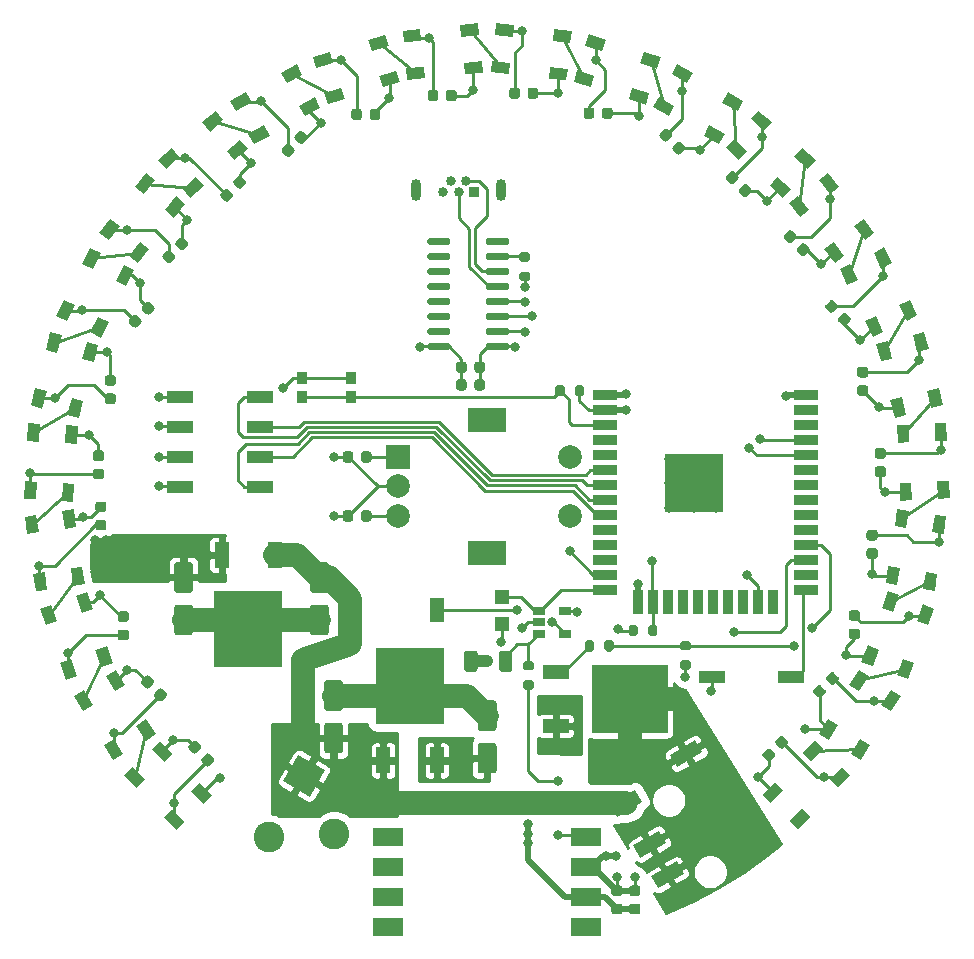
<source format=gbr>
%TF.GenerationSoftware,KiCad,Pcbnew,(5.1.9)-1*%
%TF.CreationDate,2021-08-08T14:50:10+02:00*%
%TF.ProjectId,nogasm,6e6f6761-736d-42e6-9b69-6361645f7063,rev?*%
%TF.SameCoordinates,Original*%
%TF.FileFunction,Copper,L1,Top*%
%TF.FilePolarity,Positive*%
%FSLAX46Y46*%
G04 Gerber Fmt 4.6, Leading zero omitted, Abs format (unit mm)*
G04 Created by KiCad (PCBNEW (5.1.9)-1) date 2021-08-08 14:50:10*
%MOMM*%
%LPD*%
G01*
G04 APERTURE LIST*
%TA.AperFunction,ComponentPad*%
%ADD10O,0.850000X1.850000*%
%TD*%
%TA.AperFunction,ComponentPad*%
%ADD11C,0.840000*%
%TD*%
%TA.AperFunction,ComponentPad*%
%ADD12R,0.840000X0.840000*%
%TD*%
%TA.AperFunction,SMDPad,CuDef*%
%ADD13R,2.000000X0.900000*%
%TD*%
%TA.AperFunction,SMDPad,CuDef*%
%ADD14R,0.900000X2.000000*%
%TD*%
%TA.AperFunction,SMDPad,CuDef*%
%ADD15R,5.000000X5.000000*%
%TD*%
%TA.AperFunction,SMDPad,CuDef*%
%ADD16R,1.060000X0.650000*%
%TD*%
%TA.AperFunction,SMDPad,CuDef*%
%ADD17R,5.800000X6.400000*%
%TD*%
%TA.AperFunction,SMDPad,CuDef*%
%ADD18R,1.200000X2.200000*%
%TD*%
%TA.AperFunction,SMDPad,CuDef*%
%ADD19R,2.540000X1.524000*%
%TD*%
%TA.AperFunction,SMDPad,CuDef*%
%ADD20R,2.160000X1.120000*%
%TD*%
%TA.AperFunction,ComponentPad*%
%ADD21R,2.000000X2.000000*%
%TD*%
%TA.AperFunction,ComponentPad*%
%ADD22C,2.000000*%
%TD*%
%TA.AperFunction,ComponentPad*%
%ADD23R,3.200000X2.000000*%
%TD*%
%TA.AperFunction,SMDPad,CuDef*%
%ADD24R,0.900000X1.000000*%
%TD*%
%TA.AperFunction,SMDPad,CuDef*%
%ADD25R,1.300000X1.300000*%
%TD*%
%TA.AperFunction,SMDPad,CuDef*%
%ADD26R,1.300000X2.000000*%
%TD*%
%TA.AperFunction,SMDPad,CuDef*%
%ADD27R,6.400000X5.800000*%
%TD*%
%TA.AperFunction,SMDPad,CuDef*%
%ADD28R,2.200000X1.200000*%
%TD*%
%TA.AperFunction,SMDPad,CuDef*%
%ADD29C,0.100000*%
%TD*%
%TA.AperFunction,ComponentPad*%
%ADD30C,2.600000*%
%TD*%
%TA.AperFunction,ComponentPad*%
%ADD31C,0.100000*%
%TD*%
%TA.AperFunction,ViaPad*%
%ADD32C,0.800000*%
%TD*%
%TA.AperFunction,Conductor*%
%ADD33C,0.250000*%
%TD*%
%TA.AperFunction,Conductor*%
%ADD34C,0.500000*%
%TD*%
%TA.AperFunction,Conductor*%
%ADD35C,2.000000*%
%TD*%
%TA.AperFunction,Conductor*%
%ADD36C,1.000000*%
%TD*%
%TA.AperFunction,Conductor*%
%ADD37C,0.254000*%
%TD*%
%TA.AperFunction,Conductor*%
%ADD38C,0.100000*%
%TD*%
G04 APERTURE END LIST*
D10*
%TO.P,J3,6*%
%TO.N,GND*%
X134025000Y-64880000D03*
X141175000Y-64880000D03*
D11*
%TO.P,J3,5*%
X136300000Y-65100000D03*
%TO.P,J3,4*%
%TO.N,Net-(J3-Pad4)*%
X136950000Y-64100000D03*
%TO.P,J3,3*%
%TO.N,Net-(J3-Pad3)*%
X137600000Y-65100000D03*
%TO.P,J3,2*%
%TO.N,Net-(J3-Pad2)*%
X138250000Y-64100000D03*
D12*
%TO.P,J3,1*%
%TO.N,Net-(J3-Pad1)*%
X138900000Y-65100000D03*
%TD*%
D13*
%TO.P,U5,38*%
%TO.N,GND*%
X167000000Y-82245000D03*
%TO.P,U5,37*%
%TO.N,Net-(U5-Pad37)*%
X167000000Y-83515000D03*
%TO.P,U5,36*%
%TO.N,Net-(U5-Pad36)*%
X167000000Y-84785000D03*
%TO.P,U5,35*%
%TO.N,/TX_ESP*%
X167000000Y-86055000D03*
%TO.P,U5,34*%
%TO.N,/RX_ESP*%
X167000000Y-87325000D03*
%TO.P,U5,33*%
%TO.N,Net-(U5-Pad33)*%
X167000000Y-88595000D03*
%TO.P,U5,32*%
%TO.N,Net-(U5-Pad32)*%
X167000000Y-89865000D03*
%TO.P,U5,31*%
%TO.N,Net-(U5-Pad31)*%
X167000000Y-91135000D03*
%TO.P,U5,30*%
%TO.N,Net-(U5-Pad30)*%
X167000000Y-92405000D03*
%TO.P,U5,29*%
%TO.N,Net-(U5-Pad29)*%
X167000000Y-93675000D03*
%TO.P,U5,28*%
%TO.N,/Motor*%
X167000000Y-94945000D03*
%TO.P,U5,27*%
%TO.N,/LED*%
X167000000Y-96215000D03*
%TO.P,U5,26*%
%TO.N,Net-(U5-Pad26)*%
X167000000Y-97485000D03*
%TO.P,U5,25*%
%TO.N,/IO0*%
X167000000Y-98755000D03*
D14*
%TO.P,U5,24*%
%TO.N,Net-(U5-Pad24)*%
X164215000Y-99755000D03*
%TO.P,U5,23*%
%TO.N,/ENC_B*%
X162945000Y-99755000D03*
%TO.P,U5,22*%
%TO.N,Net-(U5-Pad22)*%
X161675000Y-99755000D03*
%TO.P,U5,21*%
%TO.N,Net-(U5-Pad21)*%
X160405000Y-99755000D03*
%TO.P,U5,20*%
%TO.N,Net-(U5-Pad20)*%
X159135000Y-99755000D03*
%TO.P,U5,19*%
%TO.N,Net-(U5-Pad19)*%
X157865000Y-99755000D03*
%TO.P,U5,18*%
%TO.N,Net-(U5-Pad18)*%
X156595000Y-99755000D03*
%TO.P,U5,17*%
%TO.N,Net-(U5-Pad17)*%
X155325000Y-99755000D03*
%TO.P,U5,16*%
%TO.N,/ENC_SW*%
X154055000Y-99755000D03*
%TO.P,U5,15*%
%TO.N,GND*%
X152785000Y-99755000D03*
D13*
%TO.P,U5,14*%
%TO.N,/PRESSURE*%
X150000000Y-98755000D03*
%TO.P,U5,13*%
%TO.N,/ENC_A*%
X150000000Y-97485000D03*
%TO.P,U5,12*%
%TO.N,Net-(U5-Pad12)*%
X150000000Y-96215000D03*
%TO.P,U5,11*%
%TO.N,Net-(U5-Pad11)*%
X150000000Y-94945000D03*
%TO.P,U5,10*%
%TO.N,Net-(U5-Pad10)*%
X150000000Y-93675000D03*
%TO.P,U5,9*%
%TO.N,Net-(SW3-Pad2)*%
X150000000Y-92405000D03*
%TO.P,U5,8*%
%TO.N,Net-(SW3-Pad1)*%
X150000000Y-91135000D03*
%TO.P,U5,7*%
%TO.N,Net-(SW3-Pad4)*%
X150000000Y-89865000D03*
%TO.P,U5,6*%
%TO.N,Net-(SW3-Pad3)*%
X150000000Y-88595000D03*
%TO.P,U5,5*%
%TO.N,Net-(U5-Pad5)*%
X150000000Y-87325000D03*
%TO.P,U5,4*%
%TO.N,Net-(U5-Pad4)*%
X150000000Y-86055000D03*
%TO.P,U5,3*%
%TO.N,/EN*%
X150000000Y-84785000D03*
%TO.P,U5,2*%
%TO.N,+3V3*%
X150000000Y-83515000D03*
%TO.P,U5,1*%
%TO.N,GND*%
X150000000Y-82245000D03*
D15*
%TO.P,U5,39*%
X157500000Y-89745000D03*
%TD*%
%TO.P,U6,16*%
%TO.N,+3V3*%
%TA.AperFunction,SMDPad,CuDef*%
G36*
G01*
X136900000Y-77995000D02*
X136900000Y-78295000D01*
G75*
G02*
X136750000Y-78445000I-150000J0D01*
G01*
X135100000Y-78445000D01*
G75*
G02*
X134950000Y-78295000I0J150000D01*
G01*
X134950000Y-77995000D01*
G75*
G02*
X135100000Y-77845000I150000J0D01*
G01*
X136750000Y-77845000D01*
G75*
G02*
X136900000Y-77995000I0J-150000D01*
G01*
G37*
%TD.AperFunction*%
%TO.P,U6,15*%
%TO.N,Net-(U6-Pad15)*%
%TA.AperFunction,SMDPad,CuDef*%
G36*
G01*
X136900000Y-76725000D02*
X136900000Y-77025000D01*
G75*
G02*
X136750000Y-77175000I-150000J0D01*
G01*
X135100000Y-77175000D01*
G75*
G02*
X134950000Y-77025000I0J150000D01*
G01*
X134950000Y-76725000D01*
G75*
G02*
X135100000Y-76575000I150000J0D01*
G01*
X136750000Y-76575000D01*
G75*
G02*
X136900000Y-76725000I0J-150000D01*
G01*
G37*
%TD.AperFunction*%
%TO.P,U6,14*%
%TO.N,Net-(U6-Pad14)*%
%TA.AperFunction,SMDPad,CuDef*%
G36*
G01*
X136900000Y-75455000D02*
X136900000Y-75755000D01*
G75*
G02*
X136750000Y-75905000I-150000J0D01*
G01*
X135100000Y-75905000D01*
G75*
G02*
X134950000Y-75755000I0J150000D01*
G01*
X134950000Y-75455000D01*
G75*
G02*
X135100000Y-75305000I150000J0D01*
G01*
X136750000Y-75305000D01*
G75*
G02*
X136900000Y-75455000I0J-150000D01*
G01*
G37*
%TD.AperFunction*%
%TO.P,U6,13*%
%TO.N,Net-(U6-Pad13)*%
%TA.AperFunction,SMDPad,CuDef*%
G36*
G01*
X136900000Y-74185000D02*
X136900000Y-74485000D01*
G75*
G02*
X136750000Y-74635000I-150000J0D01*
G01*
X135100000Y-74635000D01*
G75*
G02*
X134950000Y-74485000I0J150000D01*
G01*
X134950000Y-74185000D01*
G75*
G02*
X135100000Y-74035000I150000J0D01*
G01*
X136750000Y-74035000D01*
G75*
G02*
X136900000Y-74185000I0J-150000D01*
G01*
G37*
%TD.AperFunction*%
%TO.P,U6,12*%
%TO.N,Net-(U6-Pad12)*%
%TA.AperFunction,SMDPad,CuDef*%
G36*
G01*
X136900000Y-72915000D02*
X136900000Y-73215000D01*
G75*
G02*
X136750000Y-73365000I-150000J0D01*
G01*
X135100000Y-73365000D01*
G75*
G02*
X134950000Y-73215000I0J150000D01*
G01*
X134950000Y-72915000D01*
G75*
G02*
X135100000Y-72765000I150000J0D01*
G01*
X136750000Y-72765000D01*
G75*
G02*
X136900000Y-72915000I0J-150000D01*
G01*
G37*
%TD.AperFunction*%
%TO.P,U6,11*%
%TO.N,Net-(U6-Pad11)*%
%TA.AperFunction,SMDPad,CuDef*%
G36*
G01*
X136900000Y-71645000D02*
X136900000Y-71945000D01*
G75*
G02*
X136750000Y-72095000I-150000J0D01*
G01*
X135100000Y-72095000D01*
G75*
G02*
X134950000Y-71945000I0J150000D01*
G01*
X134950000Y-71645000D01*
G75*
G02*
X135100000Y-71495000I150000J0D01*
G01*
X136750000Y-71495000D01*
G75*
G02*
X136900000Y-71645000I0J-150000D01*
G01*
G37*
%TD.AperFunction*%
%TO.P,U6,10*%
%TO.N,Net-(U6-Pad10)*%
%TA.AperFunction,SMDPad,CuDef*%
G36*
G01*
X136900000Y-70375000D02*
X136900000Y-70675000D01*
G75*
G02*
X136750000Y-70825000I-150000J0D01*
G01*
X135100000Y-70825000D01*
G75*
G02*
X134950000Y-70675000I0J150000D01*
G01*
X134950000Y-70375000D01*
G75*
G02*
X135100000Y-70225000I150000J0D01*
G01*
X136750000Y-70225000D01*
G75*
G02*
X136900000Y-70375000I0J-150000D01*
G01*
G37*
%TD.AperFunction*%
%TO.P,U6,9*%
%TO.N,Net-(U6-Pad9)*%
%TA.AperFunction,SMDPad,CuDef*%
G36*
G01*
X136900000Y-69105000D02*
X136900000Y-69405000D01*
G75*
G02*
X136750000Y-69555000I-150000J0D01*
G01*
X135100000Y-69555000D01*
G75*
G02*
X134950000Y-69405000I0J150000D01*
G01*
X134950000Y-69105000D01*
G75*
G02*
X135100000Y-68955000I150000J0D01*
G01*
X136750000Y-68955000D01*
G75*
G02*
X136900000Y-69105000I0J-150000D01*
G01*
G37*
%TD.AperFunction*%
%TO.P,U6,8*%
%TO.N,Net-(U6-Pad8)*%
%TA.AperFunction,SMDPad,CuDef*%
G36*
G01*
X141850000Y-69105000D02*
X141850000Y-69405000D01*
G75*
G02*
X141700000Y-69555000I-150000J0D01*
G01*
X140050000Y-69555000D01*
G75*
G02*
X139900000Y-69405000I0J150000D01*
G01*
X139900000Y-69105000D01*
G75*
G02*
X140050000Y-68955000I150000J0D01*
G01*
X141700000Y-68955000D01*
G75*
G02*
X141850000Y-69105000I0J-150000D01*
G01*
G37*
%TD.AperFunction*%
%TO.P,U6,7*%
%TO.N,Net-(R6-Pad1)*%
%TA.AperFunction,SMDPad,CuDef*%
G36*
G01*
X141850000Y-70375000D02*
X141850000Y-70675000D01*
G75*
G02*
X141700000Y-70825000I-150000J0D01*
G01*
X140050000Y-70825000D01*
G75*
G02*
X139900000Y-70675000I0J150000D01*
G01*
X139900000Y-70375000D01*
G75*
G02*
X140050000Y-70225000I150000J0D01*
G01*
X141700000Y-70225000D01*
G75*
G02*
X141850000Y-70375000I0J-150000D01*
G01*
G37*
%TD.AperFunction*%
%TO.P,U6,6*%
%TO.N,Net-(J3-Pad2)*%
%TA.AperFunction,SMDPad,CuDef*%
G36*
G01*
X141850000Y-71645000D02*
X141850000Y-71945000D01*
G75*
G02*
X141700000Y-72095000I-150000J0D01*
G01*
X140050000Y-72095000D01*
G75*
G02*
X139900000Y-71945000I0J150000D01*
G01*
X139900000Y-71645000D01*
G75*
G02*
X140050000Y-71495000I150000J0D01*
G01*
X141700000Y-71495000D01*
G75*
G02*
X141850000Y-71645000I0J-150000D01*
G01*
G37*
%TD.AperFunction*%
%TO.P,U6,5*%
%TO.N,Net-(J3-Pad3)*%
%TA.AperFunction,SMDPad,CuDef*%
G36*
G01*
X141850000Y-72915000D02*
X141850000Y-73215000D01*
G75*
G02*
X141700000Y-73365000I-150000J0D01*
G01*
X140050000Y-73365000D01*
G75*
G02*
X139900000Y-73215000I0J150000D01*
G01*
X139900000Y-72915000D01*
G75*
G02*
X140050000Y-72765000I150000J0D01*
G01*
X141700000Y-72765000D01*
G75*
G02*
X141850000Y-72915000I0J-150000D01*
G01*
G37*
%TD.AperFunction*%
%TO.P,U6,4*%
%TO.N,+3V3*%
%TA.AperFunction,SMDPad,CuDef*%
G36*
G01*
X141850000Y-74185000D02*
X141850000Y-74485000D01*
G75*
G02*
X141700000Y-74635000I-150000J0D01*
G01*
X140050000Y-74635000D01*
G75*
G02*
X139900000Y-74485000I0J150000D01*
G01*
X139900000Y-74185000D01*
G75*
G02*
X140050000Y-74035000I150000J0D01*
G01*
X141700000Y-74035000D01*
G75*
G02*
X141850000Y-74185000I0J-150000D01*
G01*
G37*
%TD.AperFunction*%
%TO.P,U6,3*%
%TO.N,/TX_ESP*%
%TA.AperFunction,SMDPad,CuDef*%
G36*
G01*
X141850000Y-75455000D02*
X141850000Y-75755000D01*
G75*
G02*
X141700000Y-75905000I-150000J0D01*
G01*
X140050000Y-75905000D01*
G75*
G02*
X139900000Y-75755000I0J150000D01*
G01*
X139900000Y-75455000D01*
G75*
G02*
X140050000Y-75305000I150000J0D01*
G01*
X141700000Y-75305000D01*
G75*
G02*
X141850000Y-75455000I0J-150000D01*
G01*
G37*
%TD.AperFunction*%
%TO.P,U6,2*%
%TO.N,/RX_ESP*%
%TA.AperFunction,SMDPad,CuDef*%
G36*
G01*
X141850000Y-76725000D02*
X141850000Y-77025000D01*
G75*
G02*
X141700000Y-77175000I-150000J0D01*
G01*
X140050000Y-77175000D01*
G75*
G02*
X139900000Y-77025000I0J150000D01*
G01*
X139900000Y-76725000D01*
G75*
G02*
X140050000Y-76575000I150000J0D01*
G01*
X141700000Y-76575000D01*
G75*
G02*
X141850000Y-76725000I0J-150000D01*
G01*
G37*
%TD.AperFunction*%
%TO.P,U6,1*%
%TO.N,GND*%
%TA.AperFunction,SMDPad,CuDef*%
G36*
G01*
X141850000Y-77995000D02*
X141850000Y-78295000D01*
G75*
G02*
X141700000Y-78445000I-150000J0D01*
G01*
X140050000Y-78445000D01*
G75*
G02*
X139900000Y-78295000I0J150000D01*
G01*
X139900000Y-77995000D01*
G75*
G02*
X140050000Y-77845000I150000J0D01*
G01*
X141700000Y-77845000D01*
G75*
G02*
X141850000Y-77995000I0J-150000D01*
G01*
G37*
%TD.AperFunction*%
%TD*%
%TO.P,R6,2*%
%TO.N,+3V3*%
%TA.AperFunction,SMDPad,CuDef*%
G36*
G01*
X142925000Y-71825000D02*
X143475000Y-71825000D01*
G75*
G02*
X143675000Y-72025000I0J-200000D01*
G01*
X143675000Y-72425000D01*
G75*
G02*
X143475000Y-72625000I-200000J0D01*
G01*
X142925000Y-72625000D01*
G75*
G02*
X142725000Y-72425000I0J200000D01*
G01*
X142725000Y-72025000D01*
G75*
G02*
X142925000Y-71825000I200000J0D01*
G01*
G37*
%TD.AperFunction*%
%TO.P,R6,1*%
%TO.N,Net-(R6-Pad1)*%
%TA.AperFunction,SMDPad,CuDef*%
G36*
G01*
X142925000Y-70175000D02*
X143475000Y-70175000D01*
G75*
G02*
X143675000Y-70375000I0J-200000D01*
G01*
X143675000Y-70775000D01*
G75*
G02*
X143475000Y-70975000I-200000J0D01*
G01*
X142925000Y-70975000D01*
G75*
G02*
X142725000Y-70775000I0J200000D01*
G01*
X142725000Y-70375000D01*
G75*
G02*
X142925000Y-70175000I200000J0D01*
G01*
G37*
%TD.AperFunction*%
%TD*%
%TO.P,C35,2*%
%TO.N,GND*%
%TA.AperFunction,SMDPad,CuDef*%
G36*
G01*
X138925000Y-81650000D02*
X138925000Y-81150000D01*
G75*
G02*
X139150000Y-80925000I225000J0D01*
G01*
X139600000Y-80925000D01*
G75*
G02*
X139825000Y-81150000I0J-225000D01*
G01*
X139825000Y-81650000D01*
G75*
G02*
X139600000Y-81875000I-225000J0D01*
G01*
X139150000Y-81875000D01*
G75*
G02*
X138925000Y-81650000I0J225000D01*
G01*
G37*
%TD.AperFunction*%
%TO.P,C35,1*%
%TO.N,+3V3*%
%TA.AperFunction,SMDPad,CuDef*%
G36*
G01*
X137375000Y-81650000D02*
X137375000Y-81150000D01*
G75*
G02*
X137600000Y-80925000I225000J0D01*
G01*
X138050000Y-80925000D01*
G75*
G02*
X138275000Y-81150000I0J-225000D01*
G01*
X138275000Y-81650000D01*
G75*
G02*
X138050000Y-81875000I-225000J0D01*
G01*
X137600000Y-81875000D01*
G75*
G02*
X137375000Y-81650000I0J225000D01*
G01*
G37*
%TD.AperFunction*%
%TD*%
%TO.P,C34,2*%
%TO.N,GND*%
%TA.AperFunction,SMDPad,CuDef*%
G36*
G01*
X138925000Y-80150000D02*
X138925000Y-79650000D01*
G75*
G02*
X139150000Y-79425000I225000J0D01*
G01*
X139600000Y-79425000D01*
G75*
G02*
X139825000Y-79650000I0J-225000D01*
G01*
X139825000Y-80150000D01*
G75*
G02*
X139600000Y-80375000I-225000J0D01*
G01*
X139150000Y-80375000D01*
G75*
G02*
X138925000Y-80150000I0J225000D01*
G01*
G37*
%TD.AperFunction*%
%TO.P,C34,1*%
%TO.N,+3V3*%
%TA.AperFunction,SMDPad,CuDef*%
G36*
G01*
X137375000Y-80150000D02*
X137375000Y-79650000D01*
G75*
G02*
X137600000Y-79425000I225000J0D01*
G01*
X138050000Y-79425000D01*
G75*
G02*
X138275000Y-79650000I0J-225000D01*
G01*
X138275000Y-80150000D01*
G75*
G02*
X138050000Y-80375000I-225000J0D01*
G01*
X137600000Y-80375000D01*
G75*
G02*
X137375000Y-80150000I0J225000D01*
G01*
G37*
%TD.AperFunction*%
%TD*%
%TO.P,C7,2*%
%TO.N,GND*%
%TA.AperFunction,SMDPad,CuDef*%
G36*
G01*
X140550000Y-110700000D02*
X139450000Y-110700000D01*
G75*
G02*
X139200000Y-110450000I0J250000D01*
G01*
X139200000Y-108350000D01*
G75*
G02*
X139450000Y-108100000I250000J0D01*
G01*
X140550000Y-108100000D01*
G75*
G02*
X140800000Y-108350000I0J-250000D01*
G01*
X140800000Y-110450000D01*
G75*
G02*
X140550000Y-110700000I-250000J0D01*
G01*
G37*
%TD.AperFunction*%
%TO.P,C7,1*%
%TO.N,+3V3*%
%TA.AperFunction,SMDPad,CuDef*%
G36*
G01*
X140550000Y-114300000D02*
X139450000Y-114300000D01*
G75*
G02*
X139200000Y-114050000I0J250000D01*
G01*
X139200000Y-111950000D01*
G75*
G02*
X139450000Y-111700000I250000J0D01*
G01*
X140550000Y-111700000D01*
G75*
G02*
X140800000Y-111950000I0J-250000D01*
G01*
X140800000Y-114050000D01*
G75*
G02*
X140550000Y-114300000I-250000J0D01*
G01*
G37*
%TD.AperFunction*%
%TD*%
%TO.P,C5,2*%
%TO.N,GND*%
%TA.AperFunction,SMDPad,CuDef*%
G36*
G01*
X127550000Y-109000000D02*
X126450000Y-109000000D01*
G75*
G02*
X126200000Y-108750000I0J250000D01*
G01*
X126200000Y-106650000D01*
G75*
G02*
X126450000Y-106400000I250000J0D01*
G01*
X127550000Y-106400000D01*
G75*
G02*
X127800000Y-106650000I0J-250000D01*
G01*
X127800000Y-108750000D01*
G75*
G02*
X127550000Y-109000000I-250000J0D01*
G01*
G37*
%TD.AperFunction*%
%TO.P,C5,1*%
%TO.N,+12V*%
%TA.AperFunction,SMDPad,CuDef*%
G36*
G01*
X127550000Y-112600000D02*
X126450000Y-112600000D01*
G75*
G02*
X126200000Y-112350000I0J250000D01*
G01*
X126200000Y-110250000D01*
G75*
G02*
X126450000Y-110000000I250000J0D01*
G01*
X127550000Y-110000000D01*
G75*
G02*
X127800000Y-110250000I0J-250000D01*
G01*
X127800000Y-112350000D01*
G75*
G02*
X127550000Y-112600000I-250000J0D01*
G01*
G37*
%TD.AperFunction*%
%TD*%
%TO.P,C4,2*%
%TO.N,GND*%
%TA.AperFunction,SMDPad,CuDef*%
G36*
G01*
X113750000Y-100000000D02*
X114850000Y-100000000D01*
G75*
G02*
X115100000Y-100250000I0J-250000D01*
G01*
X115100000Y-102350000D01*
G75*
G02*
X114850000Y-102600000I-250000J0D01*
G01*
X113750000Y-102600000D01*
G75*
G02*
X113500000Y-102350000I0J250000D01*
G01*
X113500000Y-100250000D01*
G75*
G02*
X113750000Y-100000000I250000J0D01*
G01*
G37*
%TD.AperFunction*%
%TO.P,C4,1*%
%TO.N,+5V*%
%TA.AperFunction,SMDPad,CuDef*%
G36*
G01*
X113750000Y-96400000D02*
X114850000Y-96400000D01*
G75*
G02*
X115100000Y-96650000I0J-250000D01*
G01*
X115100000Y-98750000D01*
G75*
G02*
X114850000Y-99000000I-250000J0D01*
G01*
X113750000Y-99000000D01*
G75*
G02*
X113500000Y-98750000I0J250000D01*
G01*
X113500000Y-96650000D01*
G75*
G02*
X113750000Y-96400000I250000J0D01*
G01*
G37*
%TD.AperFunction*%
%TD*%
%TO.P,C2,2*%
%TO.N,GND*%
%TA.AperFunction,SMDPad,CuDef*%
G36*
G01*
X125250000Y-100000000D02*
X126350000Y-100000000D01*
G75*
G02*
X126600000Y-100250000I0J-250000D01*
G01*
X126600000Y-102350000D01*
G75*
G02*
X126350000Y-102600000I-250000J0D01*
G01*
X125250000Y-102600000D01*
G75*
G02*
X125000000Y-102350000I0J250000D01*
G01*
X125000000Y-100250000D01*
G75*
G02*
X125250000Y-100000000I250000J0D01*
G01*
G37*
%TD.AperFunction*%
%TO.P,C2,1*%
%TO.N,+12V*%
%TA.AperFunction,SMDPad,CuDef*%
G36*
G01*
X125250000Y-96400000D02*
X126350000Y-96400000D01*
G75*
G02*
X126600000Y-96650000I0J-250000D01*
G01*
X126600000Y-98750000D01*
G75*
G02*
X126350000Y-99000000I-250000J0D01*
G01*
X125250000Y-99000000D01*
G75*
G02*
X125000000Y-98750000I0J250000D01*
G01*
X125000000Y-96650000D01*
G75*
G02*
X125250000Y-96400000I250000J0D01*
G01*
G37*
%TD.AperFunction*%
%TD*%
D16*
%TO.P,U4,5*%
%TO.N,GND*%
X146600000Y-100550000D03*
%TO.P,U4,4*%
%TO.N,Net-(RV1-Pad2)*%
X146600000Y-102450000D03*
%TO.P,U4,3*%
%TO.N,Net-(C6-Pad1)*%
X144400000Y-102450000D03*
%TO.P,U4,2*%
%TO.N,+3V3*%
X144400000Y-101500000D03*
%TO.P,U4,1*%
%TO.N,/PRESSURE*%
X144400000Y-100550000D03*
%TD*%
D17*
%TO.P,U3,2*%
%TO.N,GND*%
X133475000Y-106900000D03*
D18*
%TO.P,U3,3*%
%TO.N,+3V3*%
X135755000Y-113200000D03*
%TO.P,U3,1*%
%TO.N,+12V*%
X131195000Y-113200000D03*
%TD*%
D17*
%TO.P,U2,2*%
%TO.N,GND*%
X119800000Y-102100000D03*
D18*
%TO.P,U2,3*%
%TO.N,+5V*%
X117520000Y-95800000D03*
%TO.P,U2,1*%
%TO.N,+12V*%
X122080000Y-95800000D03*
%TD*%
D19*
%TO.P,U1,8*%
%TO.N,Net-(U1-Pad8)*%
X131618000Y-127310000D03*
%TO.P,U1,7*%
%TO.N,Net-(U1-Pad7)*%
X131618000Y-124770000D03*
%TO.P,U1,6*%
%TO.N,Net-(U1-Pad6)*%
X131618000Y-122230000D03*
%TO.P,U1,5*%
%TO.N,Net-(U1-Pad5)*%
X131618000Y-119690000D03*
%TO.P,U1,4*%
%TO.N,Net-(R1-Pad1)*%
X148382000Y-119690000D03*
%TO.P,U1,3*%
%TO.N,GND*%
X148382000Y-122230000D03*
%TO.P,U1,2*%
%TO.N,+3V3*%
X148382000Y-124770000D03*
%TO.P,U1,1*%
%TO.N,Net-(U1-Pad1)*%
X148382000Y-127310000D03*
%TD*%
D20*
%TO.P,SW4,2*%
%TO.N,GND*%
X159035000Y-106100000D03*
%TO.P,SW4,1*%
%TO.N,/IO0*%
X165765000Y-106100000D03*
%TD*%
%TO.P,SW3,8*%
%TO.N,GND*%
X114035000Y-90010000D03*
%TO.P,SW3,4*%
%TO.N,Net-(SW3-Pad4)*%
X120765000Y-82390000D03*
%TO.P,SW3,7*%
%TO.N,GND*%
X114035000Y-87470000D03*
%TO.P,SW3,3*%
%TO.N,Net-(SW3-Pad3)*%
X120765000Y-84930000D03*
%TO.P,SW3,6*%
%TO.N,GND*%
X114035000Y-84930000D03*
%TO.P,SW3,2*%
%TO.N,Net-(SW3-Pad2)*%
X120765000Y-87470000D03*
%TO.P,SW3,5*%
%TO.N,GND*%
X114035000Y-82390000D03*
%TO.P,SW3,1*%
%TO.N,Net-(SW3-Pad1)*%
X120765000Y-90010000D03*
%TD*%
D21*
%TO.P,SW2,A*%
%TO.N,/ENC_A*%
X132500000Y-87500000D03*
D22*
%TO.P,SW2,C*%
%TO.N,GND*%
X132500000Y-90000000D03*
%TO.P,SW2,B*%
%TO.N,/ENC_B*%
X132500000Y-92500000D03*
D23*
%TO.P,SW2,MP*%
%TO.N,N/C*%
X140000000Y-84400000D03*
X140000000Y-95600000D03*
D22*
%TO.P,SW2,S2*%
%TO.N,GND*%
X147000000Y-87500000D03*
%TO.P,SW2,S1*%
%TO.N,/ENC_SW*%
X147000000Y-92500000D03*
%TD*%
D24*
%TO.P,SW1,2*%
%TO.N,/EN*%
X128450000Y-82400000D03*
%TO.P,SW1,1*%
%TO.N,GND*%
X128450000Y-80800000D03*
%TO.P,SW1,2*%
%TO.N,/EN*%
X124350000Y-82400000D03*
%TO.P,SW1,1*%
%TO.N,GND*%
X124350000Y-80800000D03*
%TD*%
D25*
%TO.P,RV1,3*%
%TO.N,/PRESSURE*%
X141250000Y-99350000D03*
D26*
%TO.P,RV1,2*%
%TO.N,Net-(RV1-Pad2)*%
X135750000Y-100500000D03*
D25*
%TO.P,RV1,1*%
%TO.N,GND*%
X141250000Y-101650000D03*
%TD*%
%TO.P,R5,2*%
%TO.N,/ENC_SW*%
%TA.AperFunction,SMDPad,CuDef*%
G36*
G01*
X153625000Y-102475000D02*
X153625000Y-101925000D01*
G75*
G02*
X153825000Y-101725000I200000J0D01*
G01*
X154225000Y-101725000D01*
G75*
G02*
X154425000Y-101925000I0J-200000D01*
G01*
X154425000Y-102475000D01*
G75*
G02*
X154225000Y-102675000I-200000J0D01*
G01*
X153825000Y-102675000D01*
G75*
G02*
X153625000Y-102475000I0J200000D01*
G01*
G37*
%TD.AperFunction*%
%TO.P,R5,1*%
%TO.N,+3V3*%
%TA.AperFunction,SMDPad,CuDef*%
G36*
G01*
X151975000Y-102475000D02*
X151975000Y-101925000D01*
G75*
G02*
X152175000Y-101725000I200000J0D01*
G01*
X152575000Y-101725000D01*
G75*
G02*
X152775000Y-101925000I0J-200000D01*
G01*
X152775000Y-102475000D01*
G75*
G02*
X152575000Y-102675000I-200000J0D01*
G01*
X152175000Y-102675000D01*
G75*
G02*
X151975000Y-102475000I0J200000D01*
G01*
G37*
%TD.AperFunction*%
%TD*%
%TO.P,R4,2*%
%TO.N,+3V3*%
%TA.AperFunction,SMDPad,CuDef*%
G36*
G01*
X147425000Y-82175000D02*
X147425000Y-81625000D01*
G75*
G02*
X147625000Y-81425000I200000J0D01*
G01*
X148025000Y-81425000D01*
G75*
G02*
X148225000Y-81625000I0J-200000D01*
G01*
X148225000Y-82175000D01*
G75*
G02*
X148025000Y-82375000I-200000J0D01*
G01*
X147625000Y-82375000D01*
G75*
G02*
X147425000Y-82175000I0J200000D01*
G01*
G37*
%TD.AperFunction*%
%TO.P,R4,1*%
%TO.N,/EN*%
%TA.AperFunction,SMDPad,CuDef*%
G36*
G01*
X145775000Y-82175000D02*
X145775000Y-81625000D01*
G75*
G02*
X145975000Y-81425000I200000J0D01*
G01*
X146375000Y-81425000D01*
G75*
G02*
X146575000Y-81625000I0J-200000D01*
G01*
X146575000Y-82175000D01*
G75*
G02*
X146375000Y-82375000I-200000J0D01*
G01*
X145975000Y-82375000D01*
G75*
G02*
X145775000Y-82175000I0J200000D01*
G01*
G37*
%TD.AperFunction*%
%TD*%
%TO.P,R3,2*%
%TO.N,Net-(Q1-Pad1)*%
%TA.AperFunction,SMDPad,CuDef*%
G36*
G01*
X149075000Y-103225000D02*
X149075000Y-103775000D01*
G75*
G02*
X148875000Y-103975000I-200000J0D01*
G01*
X148475000Y-103975000D01*
G75*
G02*
X148275000Y-103775000I0J200000D01*
G01*
X148275000Y-103225000D01*
G75*
G02*
X148475000Y-103025000I200000J0D01*
G01*
X148875000Y-103025000D01*
G75*
G02*
X149075000Y-103225000I0J-200000D01*
G01*
G37*
%TD.AperFunction*%
%TO.P,R3,1*%
%TO.N,/Motor*%
%TA.AperFunction,SMDPad,CuDef*%
G36*
G01*
X150725000Y-103225000D02*
X150725000Y-103775000D01*
G75*
G02*
X150525000Y-103975000I-200000J0D01*
G01*
X150125000Y-103975000D01*
G75*
G02*
X149925000Y-103775000I0J200000D01*
G01*
X149925000Y-103225000D01*
G75*
G02*
X150125000Y-103025000I200000J0D01*
G01*
X150525000Y-103025000D01*
G75*
G02*
X150725000Y-103225000I0J-200000D01*
G01*
G37*
%TD.AperFunction*%
%TD*%
%TO.P,R2,2*%
%TO.N,/Motor*%
%TA.AperFunction,SMDPad,CuDef*%
G36*
G01*
X157075000Y-103875000D02*
X156525000Y-103875000D01*
G75*
G02*
X156325000Y-103675000I0J200000D01*
G01*
X156325000Y-103275000D01*
G75*
G02*
X156525000Y-103075000I200000J0D01*
G01*
X157075000Y-103075000D01*
G75*
G02*
X157275000Y-103275000I0J-200000D01*
G01*
X157275000Y-103675000D01*
G75*
G02*
X157075000Y-103875000I-200000J0D01*
G01*
G37*
%TD.AperFunction*%
%TO.P,R2,1*%
%TO.N,GND*%
%TA.AperFunction,SMDPad,CuDef*%
G36*
G01*
X157075000Y-105525000D02*
X156525000Y-105525000D01*
G75*
G02*
X156325000Y-105325000I0J200000D01*
G01*
X156325000Y-104925000D01*
G75*
G02*
X156525000Y-104725000I200000J0D01*
G01*
X157075000Y-104725000D01*
G75*
G02*
X157275000Y-104925000I0J-200000D01*
G01*
X157275000Y-105325000D01*
G75*
G02*
X157075000Y-105525000I-200000J0D01*
G01*
G37*
%TD.AperFunction*%
%TD*%
%TO.P,R1,2*%
%TO.N,Net-(C6-Pad1)*%
%TA.AperFunction,SMDPad,CuDef*%
G36*
G01*
X143775000Y-105575000D02*
X143225000Y-105575000D01*
G75*
G02*
X143025000Y-105375000I0J200000D01*
G01*
X143025000Y-104975000D01*
G75*
G02*
X143225000Y-104775000I200000J0D01*
G01*
X143775000Y-104775000D01*
G75*
G02*
X143975000Y-104975000I0J-200000D01*
G01*
X143975000Y-105375000D01*
G75*
G02*
X143775000Y-105575000I-200000J0D01*
G01*
G37*
%TD.AperFunction*%
%TO.P,R1,1*%
%TO.N,Net-(R1-Pad1)*%
%TA.AperFunction,SMDPad,CuDef*%
G36*
G01*
X143775000Y-107225000D02*
X143225000Y-107225000D01*
G75*
G02*
X143025000Y-107025000I0J200000D01*
G01*
X143025000Y-106625000D01*
G75*
G02*
X143225000Y-106425000I200000J0D01*
G01*
X143775000Y-106425000D01*
G75*
G02*
X143975000Y-106625000I0J-200000D01*
G01*
X143975000Y-107025000D01*
G75*
G02*
X143775000Y-107225000I-200000J0D01*
G01*
G37*
%TD.AperFunction*%
%TD*%
D27*
%TO.P,Q1,2*%
%TO.N,Net-(J2-PadR1)*%
X152100000Y-108000000D03*
D28*
%TO.P,Q1,3*%
%TO.N,GND*%
X145800000Y-110280000D03*
%TO.P,Q1,1*%
%TO.N,Net-(Q1-Pad1)*%
X145800000Y-105720000D03*
%TD*%
%TA.AperFunction,SMDPad,CuDef*%
D29*
%TO.P,J2,R2*%
%TO.N,Net-(J2-PadR1)*%
G36*
X156655449Y-122769246D02*
G01*
X154490385Y-124019246D01*
X153890385Y-122980016D01*
X156055449Y-121730016D01*
X156655449Y-122769246D01*
G37*
%TD.AperFunction*%
%TA.AperFunction,SMDPad,CuDef*%
%TO.P,J2,R1*%
G36*
X155155449Y-120171169D02*
G01*
X152990385Y-121421169D01*
X152390385Y-120381939D01*
X154555449Y-119131939D01*
X155155449Y-120171169D01*
G37*
%TD.AperFunction*%
%TA.AperFunction,SMDPad,CuDef*%
%TO.P,J2,T*%
%TO.N,+12V*%
G36*
X153155449Y-116707068D02*
G01*
X150990385Y-117957068D01*
X150390385Y-116917838D01*
X152555449Y-115667838D01*
X153155449Y-116707068D01*
G37*
%TD.AperFunction*%
%TA.AperFunction,SMDPad,CuDef*%
%TO.P,J2,S*%
%TO.N,Net-(J2-PadR1)*%
G36*
X158234615Y-112504440D02*
G01*
X156069551Y-113754440D01*
X155469551Y-112715210D01*
X157634615Y-111465210D01*
X158234615Y-112504440D01*
G37*
%TD.AperFunction*%
%TD*%
D30*
%TO.P,J1,3*%
%TO.N,N/C*%
X127070319Y-119448076D03*
%TO.P,J1,2*%
%TO.N,GND*%
X121500000Y-119696152D03*
%TA.AperFunction,ComponentPad*%
D31*
%TO.P,J1,1*%
%TO.N,+12V*%
G36*
X122724167Y-114975833D02*
G01*
X124024167Y-112724167D01*
X126275833Y-114024167D01*
X124975833Y-116275833D01*
X122724167Y-114975833D01*
G37*
%TD.AperFunction*%
%TD*%
%TA.AperFunction,SMDPad,CuDef*%
D29*
%TO.P,D24,1*%
%TO.N,+5V*%
G36*
X164025913Y-116817525D02*
G01*
X163302946Y-116126642D01*
X164339269Y-115042191D01*
X165062236Y-115733074D01*
X164025913Y-116817525D01*
G37*
%TD.AperFunction*%
%TA.AperFunction,SMDPad,CuDef*%
%TO.P,D24,2*%
%TO.N,/LEDS/Data-Out*%
G36*
X166339408Y-119028348D02*
G01*
X165616441Y-118337465D01*
X166652764Y-117253014D01*
X167375731Y-117943897D01*
X166339408Y-119028348D01*
G37*
%TD.AperFunction*%
%TA.AperFunction,SMDPad,CuDef*%
%TO.P,D24,4*%
%TO.N,Net-(D22-Pad2)*%
G36*
X167411236Y-113274986D02*
G01*
X166688269Y-112584103D01*
X167724592Y-111499652D01*
X168447559Y-112190535D01*
X167411236Y-113274986D01*
G37*
%TD.AperFunction*%
%TA.AperFunction,SMDPad,CuDef*%
%TO.P,D24,3*%
%TO.N,GND*%
G36*
X169724731Y-115485809D02*
G01*
X169001764Y-114794926D01*
X170038087Y-113710475D01*
X170761054Y-114401358D01*
X169724731Y-115485809D01*
G37*
%TD.AperFunction*%
%TD*%
%TA.AperFunction,SMDPad,CuDef*%
%TO.P,D23,1*%
%TO.N,+5V*%
G36*
X139536698Y-53979230D02*
G01*
X139632544Y-54974626D01*
X138139450Y-55118394D01*
X138043604Y-54122998D01*
X139536698Y-53979230D01*
G37*
%TD.AperFunction*%
%TA.AperFunction,SMDPad,CuDef*%
%TO.P,D23,2*%
%TO.N,Net-(D2-Pad4)*%
G36*
X139229991Y-50793962D02*
G01*
X139325837Y-51789358D01*
X137832743Y-51933126D01*
X137736897Y-50937730D01*
X139229991Y-50793962D01*
G37*
%TD.AperFunction*%
%TA.AperFunction,SMDPad,CuDef*%
%TO.P,D23,4*%
%TO.N,Net-(D21-Pad2)*%
G36*
X134659257Y-54448874D02*
G01*
X134755103Y-55444270D01*
X133262009Y-55588038D01*
X133166163Y-54592642D01*
X134659257Y-54448874D01*
G37*
%TD.AperFunction*%
%TA.AperFunction,SMDPad,CuDef*%
%TO.P,D23,3*%
%TO.N,GND*%
G36*
X134352550Y-51263606D02*
G01*
X134448396Y-52259002D01*
X132955302Y-52402770D01*
X132859456Y-51407374D01*
X134352550Y-51263606D01*
G37*
%TD.AperFunction*%
%TD*%
%TA.AperFunction,SMDPad,CuDef*%
%TO.P,D22,1*%
%TO.N,+5V*%
G36*
X168918690Y-111453252D02*
G01*
X168071568Y-110921853D01*
X168868666Y-109651170D01*
X169715788Y-110182569D01*
X168918690Y-111453252D01*
G37*
%TD.AperFunction*%
%TA.AperFunction,SMDPad,CuDef*%
%TO.P,D22,2*%
%TO.N,Net-(D22-Pad2)*%
G36*
X171629481Y-113153727D02*
G01*
X170782359Y-112622328D01*
X171579457Y-111351645D01*
X172426579Y-111883044D01*
X171629481Y-113153727D01*
G37*
%TD.AperFunction*%
%TA.AperFunction,SMDPad,CuDef*%
%TO.P,D22,4*%
%TO.N,Net-(D20-Pad2)*%
G36*
X171522543Y-107302355D02*
G01*
X170675421Y-106770956D01*
X171472519Y-105500273D01*
X172319641Y-106031672D01*
X171522543Y-107302355D01*
G37*
%TD.AperFunction*%
%TA.AperFunction,SMDPad,CuDef*%
%TO.P,D22,3*%
%TO.N,GND*%
G36*
X174233334Y-109002830D02*
G01*
X173386212Y-108471431D01*
X174183310Y-107200748D01*
X175030432Y-107732147D01*
X174233334Y-109002830D01*
G37*
%TD.AperFunction*%
%TD*%
%TA.AperFunction,SMDPad,CuDef*%
%TO.P,D21,1*%
%TO.N,+5V*%
G36*
X132318982Y-54803443D02*
G01*
X132613022Y-55759236D01*
X131179332Y-56200297D01*
X130885292Y-55244504D01*
X132318982Y-54803443D01*
G37*
%TD.AperFunction*%
%TA.AperFunction,SMDPad,CuDef*%
%TO.P,D21,2*%
%TO.N,Net-(D21-Pad2)*%
G36*
X131378053Y-51744905D02*
G01*
X131672093Y-52700698D01*
X130238403Y-53141759D01*
X129944363Y-52185966D01*
X131378053Y-51744905D01*
G37*
%TD.AperFunction*%
%TA.AperFunction,SMDPad,CuDef*%
%TO.P,D21,4*%
%TO.N,Net-(D19-Pad2)*%
G36*
X127635597Y-56244241D02*
G01*
X127929637Y-57200034D01*
X126495947Y-57641095D01*
X126201907Y-56685302D01*
X127635597Y-56244241D01*
G37*
%TD.AperFunction*%
%TA.AperFunction,SMDPad,CuDef*%
%TO.P,D21,3*%
%TO.N,GND*%
G36*
X126694668Y-53185703D02*
G01*
X126988708Y-54141496D01*
X125555018Y-54582557D01*
X125260978Y-53626764D01*
X126694668Y-53185703D01*
G37*
%TD.AperFunction*%
%TD*%
%TA.AperFunction,SMDPad,CuDef*%
%TO.P,D20,1*%
%TO.N,+5V*%
G36*
X172635997Y-105216123D02*
G01*
X171699324Y-104865915D01*
X172224635Y-103460907D01*
X173161308Y-103811115D01*
X172635997Y-105216123D01*
G37*
%TD.AperFunction*%
%TA.AperFunction,SMDPad,CuDef*%
%TO.P,D20,2*%
%TO.N,Net-(D20-Pad2)*%
G36*
X175633348Y-106336787D02*
G01*
X174696675Y-105986579D01*
X175221986Y-104581571D01*
X176158659Y-104931779D01*
X175633348Y-106336787D01*
G37*
%TD.AperFunction*%
%TA.AperFunction,SMDPad,CuDef*%
%TO.P,D20,4*%
%TO.N,Net-(D18-Pad2)*%
G36*
X174352014Y-100626429D02*
G01*
X173415341Y-100276221D01*
X173940652Y-98871213D01*
X174877325Y-99221421D01*
X174352014Y-100626429D01*
G37*
%TD.AperFunction*%
%TA.AperFunction,SMDPad,CuDef*%
%TO.P,D20,3*%
%TO.N,GND*%
G36*
X177349365Y-101747093D02*
G01*
X176412692Y-101396885D01*
X176938003Y-99991877D01*
X177874676Y-100342085D01*
X177349365Y-101747093D01*
G37*
%TD.AperFunction*%
%TD*%
%TA.AperFunction,SMDPad,CuDef*%
%TO.P,D19,1*%
%TO.N,+5V*%
G36*
X125413114Y-57058145D02*
G01*
X125893337Y-57935291D01*
X124577618Y-58655627D01*
X124097395Y-57778481D01*
X125413114Y-57058145D01*
G37*
%TD.AperFunction*%
%TA.AperFunction,SMDPad,CuDef*%
%TO.P,D19,2*%
%TO.N,Net-(D19-Pad2)*%
G36*
X123876399Y-54251278D02*
G01*
X124356622Y-55128424D01*
X123040903Y-55848760D01*
X122560680Y-54971614D01*
X123876399Y-54251278D01*
G37*
%TD.AperFunction*%
%TA.AperFunction,SMDPad,CuDef*%
%TO.P,D19,4*%
%TO.N,Net-(D17-Pad2)*%
G36*
X121115097Y-59411240D02*
G01*
X121595320Y-60288386D01*
X120279601Y-61008722D01*
X119799378Y-60131576D01*
X121115097Y-59411240D01*
G37*
%TD.AperFunction*%
%TA.AperFunction,SMDPad,CuDef*%
%TO.P,D19,3*%
%TO.N,GND*%
G36*
X119578382Y-56604373D02*
G01*
X120058605Y-57481519D01*
X118742886Y-58201855D01*
X118262663Y-57324709D01*
X119578382Y-56604373D01*
G37*
%TD.AperFunction*%
%TD*%
%TA.AperFunction,SMDPad,CuDef*%
%TO.P,D18,1*%
%TO.N,+5V*%
G36*
X174727171Y-98359290D02*
G01*
X173739211Y-98204580D01*
X173971277Y-96722640D01*
X174959237Y-96877350D01*
X174727171Y-98359290D01*
G37*
%TD.AperFunction*%
%TA.AperFunction,SMDPad,CuDef*%
%TO.P,D18,2*%
%TO.N,Net-(D18-Pad2)*%
G36*
X177888642Y-98854363D02*
G01*
X176900682Y-98699653D01*
X177132748Y-97217713D01*
X178120708Y-97372423D01*
X177888642Y-98854363D01*
G37*
%TD.AperFunction*%
%TA.AperFunction,SMDPad,CuDef*%
%TO.P,D18,4*%
%TO.N,Net-(D16-Pad2)*%
G36*
X175485252Y-93518287D02*
G01*
X174497292Y-93363577D01*
X174729358Y-91881637D01*
X175717318Y-92036347D01*
X175485252Y-93518287D01*
G37*
%TD.AperFunction*%
%TA.AperFunction,SMDPad,CuDef*%
%TO.P,D18,3*%
%TO.N,GND*%
G36*
X178646723Y-94013360D02*
G01*
X177658763Y-93858650D01*
X177890829Y-92376710D01*
X178878789Y-92531420D01*
X178646723Y-94013360D01*
G37*
%TD.AperFunction*%
%TD*%
%TA.AperFunction,SMDPad,CuDef*%
%TO.P,D17,1*%
%TO.N,+5V*%
G36*
X119100007Y-60653208D02*
G01*
X119746797Y-61415876D01*
X118602795Y-62386060D01*
X117956005Y-61623392D01*
X119100007Y-60653208D01*
G37*
%TD.AperFunction*%
%TA.AperFunction,SMDPad,CuDef*%
%TO.P,D17,2*%
%TO.N,Net-(D17-Pad2)*%
G36*
X117030280Y-58212670D02*
G01*
X117677070Y-58975338D01*
X116533068Y-59945522D01*
X115886278Y-59182854D01*
X117030280Y-58212670D01*
G37*
%TD.AperFunction*%
%TA.AperFunction,SMDPad,CuDef*%
%TO.P,D17,4*%
%TO.N,Net-(D15-Pad2)*%
G36*
X115362932Y-63822478D02*
G01*
X116009722Y-64585146D01*
X114865720Y-65555330D01*
X114218930Y-64792662D01*
X115362932Y-63822478D01*
G37*
%TD.AperFunction*%
%TA.AperFunction,SMDPad,CuDef*%
%TO.P,D17,3*%
%TO.N,GND*%
G36*
X113293205Y-61381940D02*
G01*
X113939995Y-62144608D01*
X112795993Y-63114792D01*
X112149203Y-62352124D01*
X113293205Y-61381940D01*
G37*
%TD.AperFunction*%
%TD*%
%TA.AperFunction,SMDPad,CuDef*%
%TO.P,D16,1*%
%TO.N,+5V*%
G36*
X175992962Y-91162265D02*
G01*
X174994072Y-91209372D01*
X174923412Y-89711037D01*
X175922302Y-89663930D01*
X175992962Y-91162265D01*
G37*
%TD.AperFunction*%
%TA.AperFunction,SMDPad,CuDef*%
%TO.P,D16,2*%
%TO.N,Net-(D16-Pad2)*%
G36*
X179189410Y-91011524D02*
G01*
X178190520Y-91058631D01*
X178119860Y-89560296D01*
X179118750Y-89513189D01*
X179189410Y-91011524D01*
G37*
%TD.AperFunction*%
%TA.AperFunction,SMDPad,CuDef*%
%TO.P,D16,4*%
%TO.N,Net-(D14-Pad2)*%
G36*
X175762140Y-86267704D02*
G01*
X174763250Y-86314811D01*
X174692590Y-84816476D01*
X175691480Y-84769369D01*
X175762140Y-86267704D01*
G37*
%TD.AperFunction*%
%TA.AperFunction,SMDPad,CuDef*%
%TO.P,D16,3*%
%TO.N,GND*%
G36*
X178958588Y-86116963D02*
G01*
X177959698Y-86164070D01*
X177889038Y-84665735D01*
X178887928Y-84618628D01*
X178958588Y-86116963D01*
G37*
%TD.AperFunction*%
%TD*%
%TA.AperFunction,SMDPad,CuDef*%
%TO.P,D15,1*%
%TO.N,+5V*%
G36*
X113636143Y-65441548D02*
G01*
X114423078Y-66058584D01*
X113497525Y-67238986D01*
X112710590Y-66621950D01*
X113636143Y-65441548D01*
G37*
%TD.AperFunction*%
%TA.AperFunction,SMDPad,CuDef*%
%TO.P,D15,2*%
%TO.N,Net-(D15-Pad2)*%
G36*
X111117951Y-63467033D02*
G01*
X111904886Y-64084069D01*
X110979333Y-65264471D01*
X110192398Y-64647435D01*
X111117951Y-63467033D01*
G37*
%TD.AperFunction*%
%TA.AperFunction,SMDPad,CuDef*%
%TO.P,D15,4*%
%TO.N,Net-(D13-Pad2)*%
G36*
X110612667Y-69297529D02*
G01*
X111399602Y-69914565D01*
X110474049Y-71094967D01*
X109687114Y-70477931D01*
X110612667Y-69297529D01*
G37*
%TD.AperFunction*%
%TA.AperFunction,SMDPad,CuDef*%
%TO.P,D15,3*%
%TO.N,GND*%
G36*
X108094475Y-67323014D02*
G01*
X108881410Y-67940050D01*
X107955857Y-69120452D01*
X107168922Y-68503416D01*
X108094475Y-67323014D01*
G37*
%TD.AperFunction*%
%TD*%
%TA.AperFunction,SMDPad,CuDef*%
%TO.P,D14,1*%
%TO.N,+5V*%
G36*
X175496479Y-83917549D02*
G01*
X174527463Y-84164548D01*
X174156965Y-82711025D01*
X175125981Y-82464026D01*
X175496479Y-83917549D01*
G37*
%TD.AperFunction*%
%TA.AperFunction,SMDPad,CuDef*%
%TO.P,D14,2*%
%TO.N,Net-(D14-Pad2)*%
G36*
X178597330Y-83127152D02*
G01*
X177628314Y-83374151D01*
X177257816Y-81920628D01*
X178226832Y-81673629D01*
X178597330Y-83127152D01*
G37*
%TD.AperFunction*%
%TA.AperFunction,SMDPad,CuDef*%
%TO.P,D14,4*%
%TO.N,Net-(D12-Pad2)*%
G36*
X174286184Y-79169372D02*
G01*
X173317168Y-79416371D01*
X172946670Y-77962848D01*
X173915686Y-77715849D01*
X174286184Y-79169372D01*
G37*
%TD.AperFunction*%
%TA.AperFunction,SMDPad,CuDef*%
%TO.P,D14,3*%
%TO.N,GND*%
G36*
X177387035Y-78378975D02*
G01*
X176418019Y-78625974D01*
X176047521Y-77172451D01*
X177016537Y-76925452D01*
X177387035Y-78378975D01*
G37*
%TD.AperFunction*%
%TD*%
%TA.AperFunction,SMDPad,CuDef*%
%TO.P,D13,1*%
%TO.N,+5V*%
G36*
X109244261Y-71227027D02*
G01*
X110139196Y-71673225D01*
X109469899Y-73015627D01*
X108574964Y-72569429D01*
X109244261Y-71227027D01*
G37*
%TD.AperFunction*%
%TA.AperFunction,SMDPad,CuDef*%
%TO.P,D13,2*%
%TO.N,Net-(D13-Pad2)*%
G36*
X106380471Y-69799194D02*
G01*
X107275406Y-70245392D01*
X106606109Y-71587794D01*
X105711174Y-71141596D01*
X106380471Y-69799194D01*
G37*
%TD.AperFunction*%
%TA.AperFunction,SMDPad,CuDef*%
%TO.P,D13,4*%
%TO.N,Net-(D11-Pad2)*%
G36*
X107057891Y-75612206D02*
G01*
X107952826Y-76058404D01*
X107283529Y-77400806D01*
X106388594Y-76954608D01*
X107057891Y-75612206D01*
G37*
%TD.AperFunction*%
%TA.AperFunction,SMDPad,CuDef*%
%TO.P,D13,3*%
%TO.N,GND*%
G36*
X104194101Y-74184373D02*
G01*
X105089036Y-74630571D01*
X104419739Y-75972973D01*
X103524804Y-75526775D01*
X104194101Y-74184373D01*
G37*
%TD.AperFunction*%
%TD*%
%TA.AperFunction,SMDPad,CuDef*%
%TO.P,D12,1*%
%TO.N,+5V*%
G36*
X173555252Y-76919066D02*
G01*
X172655694Y-77355868D01*
X172000492Y-76006532D01*
X172900050Y-75569730D01*
X173555252Y-76919066D01*
G37*
%TD.AperFunction*%
%TA.AperFunction,SMDPad,CuDef*%
%TO.P,D12,2*%
%TO.N,Net-(D12-Pad2)*%
G36*
X176433837Y-75521301D02*
G01*
X175534279Y-75958103D01*
X174879077Y-74608767D01*
X175778635Y-74171965D01*
X176433837Y-75521301D01*
G37*
%TD.AperFunction*%
%TA.AperFunction,SMDPad,CuDef*%
%TO.P,D12,4*%
%TO.N,Net-(D10-Pad2)*%
G36*
X171414923Y-72511233D02*
G01*
X170515365Y-72948035D01*
X169860163Y-71598699D01*
X170759721Y-71161897D01*
X171414923Y-72511233D01*
G37*
%TD.AperFunction*%
%TA.AperFunction,SMDPad,CuDef*%
%TO.P,D12,3*%
%TO.N,GND*%
G36*
X174293508Y-71113468D02*
G01*
X173393950Y-71550270D01*
X172738748Y-70200934D01*
X173638306Y-69764132D01*
X174293508Y-71113468D01*
G37*
%TD.AperFunction*%
%TD*%
%TA.AperFunction,SMDPad,CuDef*%
%TO.P,D11,1*%
%TO.N,+5V*%
G36*
X106102839Y-77780443D02*
G01*
X107069215Y-78037575D01*
X106683515Y-79487139D01*
X105717139Y-79230007D01*
X106102839Y-77780443D01*
G37*
%TD.AperFunction*%
%TA.AperFunction,SMDPad,CuDef*%
%TO.P,D11,2*%
%TO.N,Net-(D11-Pad2)*%
G36*
X103010436Y-76957618D02*
G01*
X103976812Y-77214750D01*
X103591112Y-78664314D01*
X102624736Y-78407182D01*
X103010436Y-76957618D01*
G37*
%TD.AperFunction*%
%TA.AperFunction,SMDPad,CuDef*%
%TO.P,D11,4*%
%TO.N,Net-(D11-Pad4)*%
G36*
X104842888Y-82515686D02*
G01*
X105809264Y-82772818D01*
X105423564Y-84222382D01*
X104457188Y-83965250D01*
X104842888Y-82515686D01*
G37*
%TD.AperFunction*%
%TA.AperFunction,SMDPad,CuDef*%
%TO.P,D11,3*%
%TO.N,GND*%
G36*
X101750485Y-81692861D02*
G01*
X102716861Y-81949993D01*
X102331161Y-83399557D01*
X101364785Y-83142425D01*
X101750485Y-81692861D01*
G37*
%TD.AperFunction*%
%TD*%
%TA.AperFunction,SMDPad,CuDef*%
%TO.P,D10,1*%
%TO.N,+5V*%
G36*
X170250348Y-70452368D02*
G01*
X169456994Y-71061130D01*
X168543852Y-69871100D01*
X169337206Y-69262338D01*
X170250348Y-70452368D01*
G37*
%TD.AperFunction*%
%TA.AperFunction,SMDPad,CuDef*%
%TO.P,D10,2*%
%TO.N,Net-(D10-Pad2)*%
G36*
X172789079Y-68504331D02*
G01*
X171995725Y-69113093D01*
X171082583Y-67923063D01*
X171875937Y-67314301D01*
X172789079Y-68504331D01*
G37*
%TD.AperFunction*%
%TA.AperFunction,SMDPad,CuDef*%
%TO.P,D10,4*%
%TO.N,Net-(D10-Pad4)*%
G36*
X167267417Y-66564937D02*
G01*
X166474063Y-67173699D01*
X165560921Y-65983669D01*
X166354275Y-65374907D01*
X167267417Y-66564937D01*
G37*
%TD.AperFunction*%
%TA.AperFunction,SMDPad,CuDef*%
%TO.P,D10,3*%
%TO.N,GND*%
G36*
X169806148Y-64616900D02*
G01*
X169012794Y-65225662D01*
X168099652Y-64035632D01*
X168893006Y-63426870D01*
X169806148Y-64616900D01*
G37*
%TD.AperFunction*%
%TD*%
%TA.AperFunction,SMDPad,CuDef*%
%TO.P,D9,1*%
%TO.N,+5V*%
G36*
X104338381Y-84829627D02*
G01*
X105336723Y-84887191D01*
X105250377Y-86384703D01*
X104252035Y-86327139D01*
X104338381Y-84829627D01*
G37*
%TD.AperFunction*%
%TA.AperFunction,SMDPad,CuDef*%
%TO.P,D9,2*%
%TO.N,Net-(D11-Pad4)*%
G36*
X101143687Y-84645422D02*
G01*
X102142029Y-84702986D01*
X102055683Y-86200498D01*
X101057341Y-86142934D01*
X101143687Y-84645422D01*
G37*
%TD.AperFunction*%
%TA.AperFunction,SMDPad,CuDef*%
%TO.P,D9,4*%
%TO.N,Net-(D7-Pad2)*%
G36*
X104056317Y-89721502D02*
G01*
X105054659Y-89779066D01*
X104968313Y-91276578D01*
X103969971Y-91219014D01*
X104056317Y-89721502D01*
G37*
%TD.AperFunction*%
%TA.AperFunction,SMDPad,CuDef*%
%TO.P,D9,3*%
%TO.N,GND*%
G36*
X100861623Y-89537297D02*
G01*
X101859965Y-89594861D01*
X101773619Y-91092373D01*
X100775277Y-91034809D01*
X100861623Y-89537297D01*
G37*
%TD.AperFunction*%
%TD*%
%TA.AperFunction,SMDPad,CuDef*%
%TO.P,D8,1*%
%TO.N,+5V*%
G36*
X165714517Y-64779610D02*
G01*
X165059776Y-65535463D01*
X163925995Y-64553352D01*
X164580736Y-63797499D01*
X165714517Y-64779610D01*
G37*
%TD.AperFunction*%
%TA.AperFunction,SMDPad,CuDef*%
%TO.P,D8,2*%
%TO.N,Net-(D10-Pad4)*%
G36*
X167809687Y-62360878D02*
G01*
X167154946Y-63116731D01*
X166021165Y-62134620D01*
X166675906Y-61378767D01*
X167809687Y-62360878D01*
G37*
%TD.AperFunction*%
%TA.AperFunction,SMDPad,CuDef*%
%TO.P,D8,4*%
%TO.N,Net-(D6-Pad2)*%
G36*
X162010835Y-61571380D02*
G01*
X161356094Y-62327233D01*
X160222313Y-61345122D01*
X160877054Y-60589269D01*
X162010835Y-61571380D01*
G37*
%TD.AperFunction*%
%TA.AperFunction,SMDPad,CuDef*%
%TO.P,D8,3*%
%TO.N,GND*%
G36*
X164106005Y-59152648D02*
G01*
X163451264Y-59908501D01*
X162317483Y-58926390D01*
X162972224Y-58170537D01*
X164106005Y-59152648D01*
G37*
%TD.AperFunction*%
%TD*%
%TA.AperFunction,SMDPad,CuDef*%
%TO.P,D7,1*%
%TO.N,+5V*%
G36*
X104024539Y-92088726D02*
G01*
X105014065Y-91944370D01*
X105230599Y-93428658D01*
X104241073Y-93573014D01*
X104024539Y-92088726D01*
G37*
%TD.AperFunction*%
%TA.AperFunction,SMDPad,CuDef*%
%TO.P,D7,2*%
%TO.N,Net-(D7-Pad2)*%
G36*
X100858056Y-92550666D02*
G01*
X101847582Y-92406310D01*
X102064116Y-93890598D01*
X101074590Y-94034954D01*
X100858056Y-92550666D01*
G37*
%TD.AperFunction*%
%TA.AperFunction,SMDPad,CuDef*%
%TO.P,D7,4*%
%TO.N,Net-(D5-Pad2)*%
G36*
X104731884Y-96937402D02*
G01*
X105721410Y-96793046D01*
X105937944Y-98277334D01*
X104948418Y-98421690D01*
X104731884Y-96937402D01*
G37*
%TD.AperFunction*%
%TA.AperFunction,SMDPad,CuDef*%
%TO.P,D7,3*%
%TO.N,GND*%
G36*
X101565401Y-97399342D02*
G01*
X102554927Y-97254986D01*
X102771461Y-98739274D01*
X101781935Y-98883630D01*
X101565401Y-97399342D01*
G37*
%TD.AperFunction*%
%TD*%
%TA.AperFunction,SMDPad,CuDef*%
%TO.P,D6,1*%
%TO.N,+5V*%
G36*
X160133301Y-60155300D02*
G01*
X159643919Y-61027369D01*
X158335815Y-60293296D01*
X158825197Y-59421227D01*
X160133301Y-60155300D01*
G37*
%TD.AperFunction*%
%TA.AperFunction,SMDPad,CuDef*%
%TO.P,D6,2*%
%TO.N,Net-(D6-Pad2)*%
G36*
X161699325Y-57364678D02*
G01*
X161209943Y-58236747D01*
X159901839Y-57502674D01*
X160391221Y-56630605D01*
X161699325Y-57364678D01*
G37*
%TD.AperFunction*%
%TA.AperFunction,SMDPad,CuDef*%
%TO.P,D6,4*%
%TO.N,Net-(D4-Pad2)*%
G36*
X155860161Y-57757326D02*
G01*
X155370779Y-58629395D01*
X154062675Y-57895322D01*
X154552057Y-57023253D01*
X155860161Y-57757326D01*
G37*
%TD.AperFunction*%
%TA.AperFunction,SMDPad,CuDef*%
%TO.P,D6,3*%
%TO.N,GND*%
G36*
X157426185Y-54966704D02*
G01*
X156936803Y-55838773D01*
X155628699Y-55104700D01*
X156118081Y-54232631D01*
X157426185Y-54966704D01*
G37*
%TD.AperFunction*%
%TD*%
%TA.AperFunction,SMDPad,CuDef*%
%TO.P,D5,1*%
%TO.N,+5V*%
G36*
X105175102Y-99264661D02*
G01*
X106115390Y-98924281D01*
X106625960Y-100334713D01*
X105685672Y-100675093D01*
X105175102Y-99264661D01*
G37*
%TD.AperFunction*%
%TA.AperFunction,SMDPad,CuDef*%
%TO.P,D5,2*%
%TO.N,Net-(D5-Pad2)*%
G36*
X102166180Y-100353875D02*
G01*
X103106468Y-100013495D01*
X103617038Y-101423927D01*
X102676750Y-101764307D01*
X102166180Y-100353875D01*
G37*
%TD.AperFunction*%
%TA.AperFunction,SMDPad,CuDef*%
%TO.P,D5,4*%
%TO.N,Net-(D3-Pad2)*%
G36*
X106842962Y-103872073D02*
G01*
X107783250Y-103531693D01*
X108293820Y-104942125D01*
X107353532Y-105282505D01*
X106842962Y-103872073D01*
G37*
%TD.AperFunction*%
%TA.AperFunction,SMDPad,CuDef*%
%TO.P,D5,3*%
%TO.N,GND*%
G36*
X103834040Y-104961287D02*
G01*
X104774328Y-104620907D01*
X105284898Y-106031339D01*
X104344610Y-106371719D01*
X103834040Y-104961287D01*
G37*
%TD.AperFunction*%
%TD*%
%TA.AperFunction,SMDPad,CuDef*%
%TO.P,D4,1*%
%TO.N,+5V*%
G36*
X153732081Y-56713833D02*
G01*
X153428048Y-57666495D01*
X151999055Y-57210445D01*
X152303088Y-56257783D01*
X153732081Y-56713833D01*
G37*
%TD.AperFunction*%
%TA.AperFunction,SMDPad,CuDef*%
%TO.P,D4,2*%
%TO.N,Net-(D4-Pad2)*%
G36*
X154704987Y-53665317D02*
G01*
X154400954Y-54617979D01*
X152971961Y-54161929D01*
X153275994Y-53209267D01*
X154704987Y-53665317D01*
G37*
%TD.AperFunction*%
%TA.AperFunction,SMDPad,CuDef*%
%TO.P,D4,4*%
%TO.N,Net-(D2-Pad2)*%
G36*
X149064039Y-55224071D02*
G01*
X148760006Y-56176733D01*
X147331013Y-55720683D01*
X147635046Y-54768021D01*
X149064039Y-55224071D01*
G37*
%TD.AperFunction*%
%TA.AperFunction,SMDPad,CuDef*%
%TO.P,D4,3*%
%TO.N,GND*%
G36*
X150036945Y-52175555D02*
G01*
X149732912Y-53128217D01*
X148303919Y-52672167D01*
X148607952Y-51719505D01*
X150036945Y-52175555D01*
G37*
%TD.AperFunction*%
%TD*%
%TA.AperFunction,SMDPad,CuDef*%
%TO.P,D3,1*%
%TO.N,+5V*%
G36*
X107738909Y-106063803D02*
G01*
X108591549Y-105541305D01*
X109375297Y-106820265D01*
X108522657Y-107342763D01*
X107738909Y-106063803D01*
G37*
%TD.AperFunction*%
%TA.AperFunction,SMDPad,CuDef*%
%TO.P,D3,2*%
%TO.N,Net-(D3-Pad2)*%
G36*
X105010460Y-107735798D02*
G01*
X105863100Y-107213300D01*
X106646848Y-108492260D01*
X105794208Y-109014758D01*
X105010460Y-107735798D01*
G37*
%TD.AperFunction*%
%TA.AperFunction,SMDPad,CuDef*%
%TO.P,D3,4*%
%TO.N,Net-(D1-Pad2)*%
G36*
X110299152Y-110241740D02*
G01*
X111151792Y-109719242D01*
X111935540Y-110998202D01*
X111082900Y-111520700D01*
X110299152Y-110241740D01*
G37*
%TD.AperFunction*%
%TA.AperFunction,SMDPad,CuDef*%
%TO.P,D3,3*%
%TO.N,GND*%
G36*
X107570703Y-111913735D02*
G01*
X108423343Y-111391237D01*
X109207091Y-112670197D01*
X108354451Y-113192695D01*
X107570703Y-111913735D01*
G37*
%TD.AperFunction*%
%TD*%
%TA.AperFunction,SMDPad,CuDef*%
%TO.P,D2,1*%
%TO.N,+5V*%
G36*
X146818990Y-54624817D02*
G01*
X146712726Y-55619155D01*
X145221220Y-55459759D01*
X145327484Y-54465421D01*
X146818990Y-54624817D01*
G37*
%TD.AperFunction*%
%TA.AperFunction,SMDPad,CuDef*%
%TO.P,D2,2*%
%TO.N,Net-(D2-Pad2)*%
G36*
X147159035Y-51442935D02*
G01*
X147052771Y-52437273D01*
X145561265Y-52277877D01*
X145667529Y-51283539D01*
X147159035Y-51442935D01*
G37*
%TD.AperFunction*%
%TA.AperFunction,SMDPad,CuDef*%
%TO.P,D2,4*%
%TO.N,Net-(D2-Pad4)*%
G36*
X141946735Y-54104123D02*
G01*
X141840471Y-55098461D01*
X140348965Y-54939065D01*
X140455229Y-53944727D01*
X141946735Y-54104123D01*
G37*
%TD.AperFunction*%
%TA.AperFunction,SMDPad,CuDef*%
%TO.P,D2,3*%
%TO.N,GND*%
G36*
X142286780Y-50922241D02*
G01*
X142180516Y-51916579D01*
X140689010Y-51757183D01*
X140795274Y-50762845D01*
X142286780Y-50922241D01*
G37*
%TD.AperFunction*%
%TD*%
%TA.AperFunction,SMDPad,CuDef*%
%TO.P,D1,1*%
%TO.N,+5V*%
G36*
X111616703Y-112209879D02*
G01*
X112346865Y-111526605D01*
X113371775Y-112621849D01*
X112641613Y-113305123D01*
X111616703Y-112209879D01*
G37*
%TD.AperFunction*%
%TA.AperFunction,SMDPad,CuDef*%
%TO.P,D1,2*%
%TO.N,Net-(D1-Pad2)*%
G36*
X109280184Y-114396355D02*
G01*
X110010346Y-113713081D01*
X111035256Y-114808325D01*
X110305094Y-115491599D01*
X109280184Y-114396355D01*
G37*
%TD.AperFunction*%
%TA.AperFunction,SMDPad,CuDef*%
%TO.P,D1,4*%
%TO.N,/LED*%
G36*
X114964744Y-115787675D02*
G01*
X115694906Y-115104401D01*
X116719816Y-116199645D01*
X115989654Y-116882919D01*
X114964744Y-115787675D01*
G37*
%TD.AperFunction*%
%TA.AperFunction,SMDPad,CuDef*%
%TO.P,D1,3*%
%TO.N,GND*%
G36*
X112628225Y-117974151D02*
G01*
X113358387Y-117290877D01*
X114383297Y-118386121D01*
X113653135Y-119069395D01*
X112628225Y-117974151D01*
G37*
%TD.AperFunction*%
%TD*%
%TO.P,C33,2*%
%TO.N,+5V*%
%TA.AperFunction,SMDPad,CuDef*%
G36*
G01*
X170850000Y-102025000D02*
X171350000Y-102025000D01*
G75*
G02*
X171575000Y-102250000I0J-225000D01*
G01*
X171575000Y-102700000D01*
G75*
G02*
X171350000Y-102925000I-225000J0D01*
G01*
X170850000Y-102925000D01*
G75*
G02*
X170625000Y-102700000I0J225000D01*
G01*
X170625000Y-102250000D01*
G75*
G02*
X170850000Y-102025000I225000J0D01*
G01*
G37*
%TD.AperFunction*%
%TO.P,C33,1*%
%TO.N,GND*%
%TA.AperFunction,SMDPad,CuDef*%
G36*
G01*
X170850000Y-100475000D02*
X171350000Y-100475000D01*
G75*
G02*
X171575000Y-100700000I0J-225000D01*
G01*
X171575000Y-101150000D01*
G75*
G02*
X171350000Y-101375000I-225000J0D01*
G01*
X170850000Y-101375000D01*
G75*
G02*
X170625000Y-101150000I0J225000D01*
G01*
X170625000Y-100700000D01*
G75*
G02*
X170850000Y-100475000I225000J0D01*
G01*
G37*
%TD.AperFunction*%
%TD*%
%TO.P,C32,2*%
%TO.N,+5V*%
%TA.AperFunction,SMDPad,CuDef*%
G36*
G01*
X155753033Y-61206587D02*
X156106587Y-60853033D01*
G75*
G02*
X156424785Y-60853033I159099J-159099D01*
G01*
X156742983Y-61171231D01*
G75*
G02*
X156742983Y-61489429I-159099J-159099D01*
G01*
X156389429Y-61842983D01*
G75*
G02*
X156071231Y-61842983I-159099J159099D01*
G01*
X155753033Y-61524785D01*
G75*
G02*
X155753033Y-61206587I159099J159099D01*
G01*
G37*
%TD.AperFunction*%
%TO.P,C32,1*%
%TO.N,GND*%
%TA.AperFunction,SMDPad,CuDef*%
G36*
G01*
X154657017Y-60110571D02*
X155010571Y-59757017D01*
G75*
G02*
X155328769Y-59757017I159099J-159099D01*
G01*
X155646967Y-60075215D01*
G75*
G02*
X155646967Y-60393413I-159099J-159099D01*
G01*
X155293413Y-60746967D01*
G75*
G02*
X154975215Y-60746967I-159099J159099D01*
G01*
X154657017Y-60428769D01*
G75*
G02*
X154657017Y-60110571I159099J159099D01*
G01*
G37*
%TD.AperFunction*%
%TD*%
%TO.P,C31,2*%
%TO.N,+5V*%
%TA.AperFunction,SMDPad,CuDef*%
G36*
G01*
X161353033Y-64806587D02*
X161706587Y-64453033D01*
G75*
G02*
X162024785Y-64453033I159099J-159099D01*
G01*
X162342983Y-64771231D01*
G75*
G02*
X162342983Y-65089429I-159099J-159099D01*
G01*
X161989429Y-65442983D01*
G75*
G02*
X161671231Y-65442983I-159099J159099D01*
G01*
X161353033Y-65124785D01*
G75*
G02*
X161353033Y-64806587I159099J159099D01*
G01*
G37*
%TD.AperFunction*%
%TO.P,C31,1*%
%TO.N,GND*%
%TA.AperFunction,SMDPad,CuDef*%
G36*
G01*
X160257017Y-63710571D02*
X160610571Y-63357017D01*
G75*
G02*
X160928769Y-63357017I159099J-159099D01*
G01*
X161246967Y-63675215D01*
G75*
G02*
X161246967Y-63993413I-159099J-159099D01*
G01*
X160893413Y-64346967D01*
G75*
G02*
X160575215Y-64346967I-159099J159099D01*
G01*
X160257017Y-64028769D01*
G75*
G02*
X160257017Y-63710571I159099J159099D01*
G01*
G37*
%TD.AperFunction*%
%TD*%
%TO.P,C30,2*%
%TO.N,+5V*%
%TA.AperFunction,SMDPad,CuDef*%
G36*
G01*
X163993413Y-112253033D02*
X164346967Y-112606587D01*
G75*
G02*
X164346967Y-112924785I-159099J-159099D01*
G01*
X164028769Y-113242983D01*
G75*
G02*
X163710571Y-113242983I-159099J159099D01*
G01*
X163357017Y-112889429D01*
G75*
G02*
X163357017Y-112571231I159099J159099D01*
G01*
X163675215Y-112253033D01*
G75*
G02*
X163993413Y-112253033I159099J-159099D01*
G01*
G37*
%TD.AperFunction*%
%TO.P,C30,1*%
%TO.N,GND*%
%TA.AperFunction,SMDPad,CuDef*%
G36*
G01*
X165089429Y-111157017D02*
X165442983Y-111510571D01*
G75*
G02*
X165442983Y-111828769I-159099J-159099D01*
G01*
X165124785Y-112146967D01*
G75*
G02*
X164806587Y-112146967I-159099J159099D01*
G01*
X164453033Y-111793413D01*
G75*
G02*
X164453033Y-111475215I159099J159099D01*
G01*
X164771231Y-111157017D01*
G75*
G02*
X165089429Y-111157017I159099J-159099D01*
G01*
G37*
%TD.AperFunction*%
%TD*%
%TO.P,C29,2*%
%TO.N,+5V*%
%TA.AperFunction,SMDPad,CuDef*%
G36*
G01*
X143425000Y-56950000D02*
X143425000Y-56450000D01*
G75*
G02*
X143650000Y-56225000I225000J0D01*
G01*
X144100000Y-56225000D01*
G75*
G02*
X144325000Y-56450000I0J-225000D01*
G01*
X144325000Y-56950000D01*
G75*
G02*
X144100000Y-57175000I-225000J0D01*
G01*
X143650000Y-57175000D01*
G75*
G02*
X143425000Y-56950000I0J225000D01*
G01*
G37*
%TD.AperFunction*%
%TO.P,C29,1*%
%TO.N,GND*%
%TA.AperFunction,SMDPad,CuDef*%
G36*
G01*
X141875000Y-56950000D02*
X141875000Y-56450000D01*
G75*
G02*
X142100000Y-56225000I225000J0D01*
G01*
X142550000Y-56225000D01*
G75*
G02*
X142775000Y-56450000I0J-225000D01*
G01*
X142775000Y-56950000D01*
G75*
G02*
X142550000Y-57175000I-225000J0D01*
G01*
X142100000Y-57175000D01*
G75*
G02*
X141875000Y-56950000I0J225000D01*
G01*
G37*
%TD.AperFunction*%
%TD*%
%TO.P,C28,2*%
%TO.N,+5V*%
%TA.AperFunction,SMDPad,CuDef*%
G36*
G01*
X114006587Y-69946967D02*
X113653033Y-69593413D01*
G75*
G02*
X113653033Y-69275215I159099J159099D01*
G01*
X113971231Y-68957017D01*
G75*
G02*
X114289429Y-68957017I159099J-159099D01*
G01*
X114642983Y-69310571D01*
G75*
G02*
X114642983Y-69628769I-159099J-159099D01*
G01*
X114324785Y-69946967D01*
G75*
G02*
X114006587Y-69946967I-159099J159099D01*
G01*
G37*
%TD.AperFunction*%
%TO.P,C28,1*%
%TO.N,GND*%
%TA.AperFunction,SMDPad,CuDef*%
G36*
G01*
X112910571Y-71042983D02*
X112557017Y-70689429D01*
G75*
G02*
X112557017Y-70371231I159099J159099D01*
G01*
X112875215Y-70053033D01*
G75*
G02*
X113193413Y-70053033I159099J-159099D01*
G01*
X113546967Y-70406587D01*
G75*
G02*
X113546967Y-70724785I-159099J-159099D01*
G01*
X113228769Y-71042983D01*
G75*
G02*
X112910571Y-71042983I-159099J159099D01*
G01*
G37*
%TD.AperFunction*%
%TD*%
%TO.P,C27,2*%
%TO.N,+5V*%
%TA.AperFunction,SMDPad,CuDef*%
G36*
G01*
X149725000Y-58650000D02*
X149725000Y-58150000D01*
G75*
G02*
X149950000Y-57925000I225000J0D01*
G01*
X150400000Y-57925000D01*
G75*
G02*
X150625000Y-58150000I0J-225000D01*
G01*
X150625000Y-58650000D01*
G75*
G02*
X150400000Y-58875000I-225000J0D01*
G01*
X149950000Y-58875000D01*
G75*
G02*
X149725000Y-58650000I0J225000D01*
G01*
G37*
%TD.AperFunction*%
%TO.P,C27,1*%
%TO.N,GND*%
%TA.AperFunction,SMDPad,CuDef*%
G36*
G01*
X148175000Y-58650000D02*
X148175000Y-58150000D01*
G75*
G02*
X148400000Y-57925000I225000J0D01*
G01*
X148850000Y-57925000D01*
G75*
G02*
X149075000Y-58150000I0J-225000D01*
G01*
X149075000Y-58650000D01*
G75*
G02*
X148850000Y-58875000I-225000J0D01*
G01*
X148400000Y-58875000D01*
G75*
G02*
X148175000Y-58650000I0J225000D01*
G01*
G37*
%TD.AperFunction*%
%TD*%
%TO.P,C26,2*%
%TO.N,+5V*%
%TA.AperFunction,SMDPad,CuDef*%
G36*
G01*
X136525000Y-57150000D02*
X136525000Y-56650000D01*
G75*
G02*
X136750000Y-56425000I225000J0D01*
G01*
X137200000Y-56425000D01*
G75*
G02*
X137425000Y-56650000I0J-225000D01*
G01*
X137425000Y-57150000D01*
G75*
G02*
X137200000Y-57375000I-225000J0D01*
G01*
X136750000Y-57375000D01*
G75*
G02*
X136525000Y-57150000I0J225000D01*
G01*
G37*
%TD.AperFunction*%
%TO.P,C26,1*%
%TO.N,GND*%
%TA.AperFunction,SMDPad,CuDef*%
G36*
G01*
X134975000Y-57150000D02*
X134975000Y-56650000D01*
G75*
G02*
X135200000Y-56425000I225000J0D01*
G01*
X135650000Y-56425000D01*
G75*
G02*
X135875000Y-56650000I0J-225000D01*
G01*
X135875000Y-57150000D01*
G75*
G02*
X135650000Y-57375000I-225000J0D01*
G01*
X135200000Y-57375000D01*
G75*
G02*
X134975000Y-57150000I0J225000D01*
G01*
G37*
%TD.AperFunction*%
%TD*%
%TO.P,C25,2*%
%TO.N,+5V*%
%TA.AperFunction,SMDPad,CuDef*%
G36*
G01*
X130050000Y-58750000D02*
X130050000Y-58250000D01*
G75*
G02*
X130275000Y-58025000I225000J0D01*
G01*
X130725000Y-58025000D01*
G75*
G02*
X130950000Y-58250000I0J-225000D01*
G01*
X130950000Y-58750000D01*
G75*
G02*
X130725000Y-58975000I-225000J0D01*
G01*
X130275000Y-58975000D01*
G75*
G02*
X130050000Y-58750000I0J225000D01*
G01*
G37*
%TD.AperFunction*%
%TO.P,C25,1*%
%TO.N,GND*%
%TA.AperFunction,SMDPad,CuDef*%
G36*
G01*
X128500000Y-58750000D02*
X128500000Y-58250000D01*
G75*
G02*
X128725000Y-58025000I225000J0D01*
G01*
X129175000Y-58025000D01*
G75*
G02*
X129400000Y-58250000I0J-225000D01*
G01*
X129400000Y-58750000D01*
G75*
G02*
X129175000Y-58975000I-225000J0D01*
G01*
X128725000Y-58975000D01*
G75*
G02*
X128500000Y-58750000I0J225000D01*
G01*
G37*
%TD.AperFunction*%
%TD*%
%TO.P,C24,2*%
%TO.N,+5V*%
%TA.AperFunction,SMDPad,CuDef*%
G36*
G01*
X111154595Y-75398959D02*
X110801041Y-75045405D01*
G75*
G02*
X110801041Y-74727207I159099J159099D01*
G01*
X111119239Y-74409009D01*
G75*
G02*
X111437437Y-74409009I159099J-159099D01*
G01*
X111790991Y-74762563D01*
G75*
G02*
X111790991Y-75080761I-159099J-159099D01*
G01*
X111472793Y-75398959D01*
G75*
G02*
X111154595Y-75398959I-159099J159099D01*
G01*
G37*
%TD.AperFunction*%
%TO.P,C24,1*%
%TO.N,GND*%
%TA.AperFunction,SMDPad,CuDef*%
G36*
G01*
X110058579Y-76494975D02*
X109705025Y-76141421D01*
G75*
G02*
X109705025Y-75823223I159099J159099D01*
G01*
X110023223Y-75505025D01*
G75*
G02*
X110341421Y-75505025I159099J-159099D01*
G01*
X110694975Y-75858579D01*
G75*
G02*
X110694975Y-76176777I-159099J-159099D01*
G01*
X110376777Y-76494975D01*
G75*
G02*
X110058579Y-76494975I-159099J159099D01*
G01*
G37*
%TD.AperFunction*%
%TD*%
%TO.P,C23,2*%
%TO.N,+5V*%
%TA.AperFunction,SMDPad,CuDef*%
G36*
G01*
X124106587Y-60946967D02*
X123753033Y-60593413D01*
G75*
G02*
X123753033Y-60275215I159099J159099D01*
G01*
X124071231Y-59957017D01*
G75*
G02*
X124389429Y-59957017I159099J-159099D01*
G01*
X124742983Y-60310571D01*
G75*
G02*
X124742983Y-60628769I-159099J-159099D01*
G01*
X124424785Y-60946967D01*
G75*
G02*
X124106587Y-60946967I-159099J159099D01*
G01*
G37*
%TD.AperFunction*%
%TO.P,C23,1*%
%TO.N,GND*%
%TA.AperFunction,SMDPad,CuDef*%
G36*
G01*
X123010571Y-62042983D02*
X122657017Y-61689429D01*
G75*
G02*
X122657017Y-61371231I159099J159099D01*
G01*
X122975215Y-61053033D01*
G75*
G02*
X123293413Y-61053033I159099J-159099D01*
G01*
X123646967Y-61406587D01*
G75*
G02*
X123646967Y-61724785I-159099J-159099D01*
G01*
X123328769Y-62042983D01*
G75*
G02*
X123010571Y-62042983I-159099J159099D01*
G01*
G37*
%TD.AperFunction*%
%TD*%
%TO.P,C22,2*%
%TO.N,+5V*%
%TA.AperFunction,SMDPad,CuDef*%
G36*
G01*
X108350000Y-81475000D02*
X107850000Y-81475000D01*
G75*
G02*
X107625000Y-81250000I0J225000D01*
G01*
X107625000Y-80800000D01*
G75*
G02*
X107850000Y-80575000I225000J0D01*
G01*
X108350000Y-80575000D01*
G75*
G02*
X108575000Y-80800000I0J-225000D01*
G01*
X108575000Y-81250000D01*
G75*
G02*
X108350000Y-81475000I-225000J0D01*
G01*
G37*
%TD.AperFunction*%
%TO.P,C22,1*%
%TO.N,GND*%
%TA.AperFunction,SMDPad,CuDef*%
G36*
G01*
X108350000Y-83025000D02*
X107850000Y-83025000D01*
G75*
G02*
X107625000Y-82800000I0J225000D01*
G01*
X107625000Y-82350000D01*
G75*
G02*
X107850000Y-82125000I225000J0D01*
G01*
X108350000Y-82125000D01*
G75*
G02*
X108575000Y-82350000I0J-225000D01*
G01*
X108575000Y-82800000D01*
G75*
G02*
X108350000Y-83025000I-225000J0D01*
G01*
G37*
%TD.AperFunction*%
%TD*%
%TO.P,C21,2*%
%TO.N,+5V*%
%TA.AperFunction,SMDPad,CuDef*%
G36*
G01*
X118906587Y-64746967D02*
X118553033Y-64393413D01*
G75*
G02*
X118553033Y-64075215I159099J159099D01*
G01*
X118871231Y-63757017D01*
G75*
G02*
X119189429Y-63757017I159099J-159099D01*
G01*
X119542983Y-64110571D01*
G75*
G02*
X119542983Y-64428769I-159099J-159099D01*
G01*
X119224785Y-64746967D01*
G75*
G02*
X118906587Y-64746967I-159099J159099D01*
G01*
G37*
%TD.AperFunction*%
%TO.P,C21,1*%
%TO.N,GND*%
%TA.AperFunction,SMDPad,CuDef*%
G36*
G01*
X117810571Y-65842983D02*
X117457017Y-65489429D01*
G75*
G02*
X117457017Y-65171231I159099J159099D01*
G01*
X117775215Y-64853033D01*
G75*
G02*
X118093413Y-64853033I159099J-159099D01*
G01*
X118446967Y-65206587D01*
G75*
G02*
X118446967Y-65524785I-159099J-159099D01*
G01*
X118128769Y-65842983D01*
G75*
G02*
X117810571Y-65842983I-159099J159099D01*
G01*
G37*
%TD.AperFunction*%
%TD*%
%TO.P,C20,2*%
%TO.N,+5V*%
%TA.AperFunction,SMDPad,CuDef*%
G36*
G01*
X171550000Y-81425000D02*
X172050000Y-81425000D01*
G75*
G02*
X172275000Y-81650000I0J-225000D01*
G01*
X172275000Y-82100000D01*
G75*
G02*
X172050000Y-82325000I-225000J0D01*
G01*
X171550000Y-82325000D01*
G75*
G02*
X171325000Y-82100000I0J225000D01*
G01*
X171325000Y-81650000D01*
G75*
G02*
X171550000Y-81425000I225000J0D01*
G01*
G37*
%TD.AperFunction*%
%TO.P,C20,1*%
%TO.N,GND*%
%TA.AperFunction,SMDPad,CuDef*%
G36*
G01*
X171550000Y-79875000D02*
X172050000Y-79875000D01*
G75*
G02*
X172275000Y-80100000I0J-225000D01*
G01*
X172275000Y-80550000D01*
G75*
G02*
X172050000Y-80775000I-225000J0D01*
G01*
X171550000Y-80775000D01*
G75*
G02*
X171325000Y-80550000I0J225000D01*
G01*
X171325000Y-80100000D01*
G75*
G02*
X171550000Y-79875000I225000J0D01*
G01*
G37*
%TD.AperFunction*%
%TD*%
%TO.P,C19,2*%
%TO.N,+5V*%
%TA.AperFunction,SMDPad,CuDef*%
G36*
G01*
X166253033Y-69806587D02*
X166606587Y-69453033D01*
G75*
G02*
X166924785Y-69453033I159099J-159099D01*
G01*
X167242983Y-69771231D01*
G75*
G02*
X167242983Y-70089429I-159099J-159099D01*
G01*
X166889429Y-70442983D01*
G75*
G02*
X166571231Y-70442983I-159099J159099D01*
G01*
X166253033Y-70124785D01*
G75*
G02*
X166253033Y-69806587I159099J159099D01*
G01*
G37*
%TD.AperFunction*%
%TO.P,C19,1*%
%TO.N,GND*%
%TA.AperFunction,SMDPad,CuDef*%
G36*
G01*
X165157017Y-68710571D02*
X165510571Y-68357017D01*
G75*
G02*
X165828769Y-68357017I159099J-159099D01*
G01*
X166146967Y-68675215D01*
G75*
G02*
X166146967Y-68993413I-159099J-159099D01*
G01*
X165793413Y-69346967D01*
G75*
G02*
X165475215Y-69346967I-159099J159099D01*
G01*
X165157017Y-69028769D01*
G75*
G02*
X165157017Y-68710571I159099J159099D01*
G01*
G37*
%TD.AperFunction*%
%TD*%
%TO.P,C18,2*%
%TO.N,+5V*%
%TA.AperFunction,SMDPad,CuDef*%
G36*
G01*
X173050000Y-88300000D02*
X173550000Y-88300000D01*
G75*
G02*
X173775000Y-88525000I0J-225000D01*
G01*
X173775000Y-88975000D01*
G75*
G02*
X173550000Y-89200000I-225000J0D01*
G01*
X173050000Y-89200000D01*
G75*
G02*
X172825000Y-88975000I0J225000D01*
G01*
X172825000Y-88525000D01*
G75*
G02*
X173050000Y-88300000I225000J0D01*
G01*
G37*
%TD.AperFunction*%
%TO.P,C18,1*%
%TO.N,GND*%
%TA.AperFunction,SMDPad,CuDef*%
G36*
G01*
X173050000Y-86750000D02*
X173550000Y-86750000D01*
G75*
G02*
X173775000Y-86975000I0J-225000D01*
G01*
X173775000Y-87425000D01*
G75*
G02*
X173550000Y-87650000I-225000J0D01*
G01*
X173050000Y-87650000D01*
G75*
G02*
X172825000Y-87425000I0J225000D01*
G01*
X172825000Y-86975000D01*
G75*
G02*
X173050000Y-86750000I225000J0D01*
G01*
G37*
%TD.AperFunction*%
%TD*%
%TO.P,C17,2*%
%TO.N,+5V*%
%TA.AperFunction,SMDPad,CuDef*%
G36*
G01*
X172350000Y-95225000D02*
X172850000Y-95225000D01*
G75*
G02*
X173075000Y-95450000I0J-225000D01*
G01*
X173075000Y-95900000D01*
G75*
G02*
X172850000Y-96125000I-225000J0D01*
G01*
X172350000Y-96125000D01*
G75*
G02*
X172125000Y-95900000I0J225000D01*
G01*
X172125000Y-95450000D01*
G75*
G02*
X172350000Y-95225000I225000J0D01*
G01*
G37*
%TD.AperFunction*%
%TO.P,C17,1*%
%TO.N,GND*%
%TA.AperFunction,SMDPad,CuDef*%
G36*
G01*
X172350000Y-93675000D02*
X172850000Y-93675000D01*
G75*
G02*
X173075000Y-93900000I0J-225000D01*
G01*
X173075000Y-94350000D01*
G75*
G02*
X172850000Y-94575000I-225000J0D01*
G01*
X172350000Y-94575000D01*
G75*
G02*
X172125000Y-94350000I0J225000D01*
G01*
X172125000Y-93900000D01*
G75*
G02*
X172350000Y-93675000I225000J0D01*
G01*
G37*
%TD.AperFunction*%
%TD*%
%TO.P,C16,2*%
%TO.N,+5V*%
%TA.AperFunction,SMDPad,CuDef*%
G36*
G01*
X169753033Y-75706587D02*
X170106587Y-75353033D01*
G75*
G02*
X170424785Y-75353033I159099J-159099D01*
G01*
X170742983Y-75671231D01*
G75*
G02*
X170742983Y-75989429I-159099J-159099D01*
G01*
X170389429Y-76342983D01*
G75*
G02*
X170071231Y-76342983I-159099J159099D01*
G01*
X169753033Y-76024785D01*
G75*
G02*
X169753033Y-75706587I159099J159099D01*
G01*
G37*
%TD.AperFunction*%
%TO.P,C16,1*%
%TO.N,GND*%
%TA.AperFunction,SMDPad,CuDef*%
G36*
G01*
X168657017Y-74610571D02*
X169010571Y-74257017D01*
G75*
G02*
X169328769Y-74257017I159099J-159099D01*
G01*
X169646967Y-74575215D01*
G75*
G02*
X169646967Y-74893413I-159099J-159099D01*
G01*
X169293413Y-75246967D01*
G75*
G02*
X168975215Y-75246967I-159099J159099D01*
G01*
X168657017Y-74928769D01*
G75*
G02*
X168657017Y-74610571I159099J159099D01*
G01*
G37*
%TD.AperFunction*%
%TD*%
%TO.P,C15,2*%
%TO.N,+5V*%
%TA.AperFunction,SMDPad,CuDef*%
G36*
G01*
X111746967Y-106693413D02*
X111393413Y-107046967D01*
G75*
G02*
X111075215Y-107046967I-159099J159099D01*
G01*
X110757017Y-106728769D01*
G75*
G02*
X110757017Y-106410571I159099J159099D01*
G01*
X111110571Y-106057017D01*
G75*
G02*
X111428769Y-106057017I159099J-159099D01*
G01*
X111746967Y-106375215D01*
G75*
G02*
X111746967Y-106693413I-159099J-159099D01*
G01*
G37*
%TD.AperFunction*%
%TO.P,C15,1*%
%TO.N,GND*%
%TA.AperFunction,SMDPad,CuDef*%
G36*
G01*
X112842983Y-107789429D02*
X112489429Y-108142983D01*
G75*
G02*
X112171231Y-108142983I-159099J159099D01*
G01*
X111853033Y-107824785D01*
G75*
G02*
X111853033Y-107506587I159099J159099D01*
G01*
X112206587Y-107153033D01*
G75*
G02*
X112524785Y-107153033I159099J-159099D01*
G01*
X112842983Y-107471231D01*
G75*
G02*
X112842983Y-107789429I-159099J-159099D01*
G01*
G37*
%TD.AperFunction*%
%TD*%
%TO.P,C14,2*%
%TO.N,+5V*%
%TA.AperFunction,SMDPad,CuDef*%
G36*
G01*
X168293413Y-106853033D02*
X168646967Y-107206587D01*
G75*
G02*
X168646967Y-107524785I-159099J-159099D01*
G01*
X168328769Y-107842983D01*
G75*
G02*
X168010571Y-107842983I-159099J159099D01*
G01*
X167657017Y-107489429D01*
G75*
G02*
X167657017Y-107171231I159099J159099D01*
G01*
X167975215Y-106853033D01*
G75*
G02*
X168293413Y-106853033I159099J-159099D01*
G01*
G37*
%TD.AperFunction*%
%TO.P,C14,1*%
%TO.N,GND*%
%TA.AperFunction,SMDPad,CuDef*%
G36*
G01*
X169389429Y-105757017D02*
X169742983Y-106110571D01*
G75*
G02*
X169742983Y-106428769I-159099J-159099D01*
G01*
X169424785Y-106746967D01*
G75*
G02*
X169106587Y-106746967I-159099J159099D01*
G01*
X168753033Y-106393413D01*
G75*
G02*
X168753033Y-106075215I159099J159099D01*
G01*
X169071231Y-105757017D01*
G75*
G02*
X169389429Y-105757017I159099J-159099D01*
G01*
G37*
%TD.AperFunction*%
%TD*%
%TO.P,C13,2*%
%TO.N,+5V*%
%TA.AperFunction,SMDPad,CuDef*%
G36*
G01*
X109450000Y-101475000D02*
X108950000Y-101475000D01*
G75*
G02*
X108725000Y-101250000I0J225000D01*
G01*
X108725000Y-100800000D01*
G75*
G02*
X108950000Y-100575000I225000J0D01*
G01*
X109450000Y-100575000D01*
G75*
G02*
X109675000Y-100800000I0J-225000D01*
G01*
X109675000Y-101250000D01*
G75*
G02*
X109450000Y-101475000I-225000J0D01*
G01*
G37*
%TD.AperFunction*%
%TO.P,C13,1*%
%TO.N,GND*%
%TA.AperFunction,SMDPad,CuDef*%
G36*
G01*
X109450000Y-103025000D02*
X108950000Y-103025000D01*
G75*
G02*
X108725000Y-102800000I0J225000D01*
G01*
X108725000Y-102350000D01*
G75*
G02*
X108950000Y-102125000I225000J0D01*
G01*
X109450000Y-102125000D01*
G75*
G02*
X109675000Y-102350000I0J-225000D01*
G01*
X109675000Y-102800000D01*
G75*
G02*
X109450000Y-103025000I-225000J0D01*
G01*
G37*
%TD.AperFunction*%
%TD*%
%TO.P,C12,2*%
%TO.N,+5V*%
%TA.AperFunction,SMDPad,CuDef*%
G36*
G01*
X115746967Y-112193413D02*
X115393413Y-112546967D01*
G75*
G02*
X115075215Y-112546967I-159099J159099D01*
G01*
X114757017Y-112228769D01*
G75*
G02*
X114757017Y-111910571I159099J159099D01*
G01*
X115110571Y-111557017D01*
G75*
G02*
X115428769Y-111557017I159099J-159099D01*
G01*
X115746967Y-111875215D01*
G75*
G02*
X115746967Y-112193413I-159099J-159099D01*
G01*
G37*
%TD.AperFunction*%
%TO.P,C12,1*%
%TO.N,GND*%
%TA.AperFunction,SMDPad,CuDef*%
G36*
G01*
X116842983Y-113289429D02*
X116489429Y-113642983D01*
G75*
G02*
X116171231Y-113642983I-159099J159099D01*
G01*
X115853033Y-113324785D01*
G75*
G02*
X115853033Y-113006587I159099J159099D01*
G01*
X116206587Y-112653033D01*
G75*
G02*
X116524785Y-112653033I159099J-159099D01*
G01*
X116842983Y-112971231D01*
G75*
G02*
X116842983Y-113289429I-159099J-159099D01*
G01*
G37*
%TD.AperFunction*%
%TD*%
%TO.P,C11,2*%
%TO.N,+5V*%
%TA.AperFunction,SMDPad,CuDef*%
G36*
G01*
X107550000Y-92175000D02*
X107050000Y-92175000D01*
G75*
G02*
X106825000Y-91950000I0J225000D01*
G01*
X106825000Y-91500000D01*
G75*
G02*
X107050000Y-91275000I225000J0D01*
G01*
X107550000Y-91275000D01*
G75*
G02*
X107775000Y-91500000I0J-225000D01*
G01*
X107775000Y-91950000D01*
G75*
G02*
X107550000Y-92175000I-225000J0D01*
G01*
G37*
%TD.AperFunction*%
%TO.P,C11,1*%
%TO.N,GND*%
%TA.AperFunction,SMDPad,CuDef*%
G36*
G01*
X107550000Y-93725000D02*
X107050000Y-93725000D01*
G75*
G02*
X106825000Y-93500000I0J225000D01*
G01*
X106825000Y-93050000D01*
G75*
G02*
X107050000Y-92825000I225000J0D01*
G01*
X107550000Y-92825000D01*
G75*
G02*
X107775000Y-93050000I0J-225000D01*
G01*
X107775000Y-93500000D01*
G75*
G02*
X107550000Y-93725000I-225000J0D01*
G01*
G37*
%TD.AperFunction*%
%TD*%
%TO.P,C10,2*%
%TO.N,+5V*%
%TA.AperFunction,SMDPad,CuDef*%
G36*
G01*
X107350000Y-87850000D02*
X106850000Y-87850000D01*
G75*
G02*
X106625000Y-87625000I0J225000D01*
G01*
X106625000Y-87175000D01*
G75*
G02*
X106850000Y-86950000I225000J0D01*
G01*
X107350000Y-86950000D01*
G75*
G02*
X107575000Y-87175000I0J-225000D01*
G01*
X107575000Y-87625000D01*
G75*
G02*
X107350000Y-87850000I-225000J0D01*
G01*
G37*
%TD.AperFunction*%
%TO.P,C10,1*%
%TO.N,GND*%
%TA.AperFunction,SMDPad,CuDef*%
G36*
G01*
X107350000Y-89400000D02*
X106850000Y-89400000D01*
G75*
G02*
X106625000Y-89175000I0J225000D01*
G01*
X106625000Y-88725000D01*
G75*
G02*
X106850000Y-88500000I225000J0D01*
G01*
X107350000Y-88500000D01*
G75*
G02*
X107575000Y-88725000I0J-225000D01*
G01*
X107575000Y-89175000D01*
G75*
G02*
X107350000Y-89400000I-225000J0D01*
G01*
G37*
%TD.AperFunction*%
%TD*%
%TO.P,C9,2*%
%TO.N,GND*%
%TA.AperFunction,SMDPad,CuDef*%
G36*
G01*
X128675000Y-92250000D02*
X128675000Y-92750000D01*
G75*
G02*
X128450000Y-92975000I-225000J0D01*
G01*
X128000000Y-92975000D01*
G75*
G02*
X127775000Y-92750000I0J225000D01*
G01*
X127775000Y-92250000D01*
G75*
G02*
X128000000Y-92025000I225000J0D01*
G01*
X128450000Y-92025000D01*
G75*
G02*
X128675000Y-92250000I0J-225000D01*
G01*
G37*
%TD.AperFunction*%
%TO.P,C9,1*%
%TO.N,/ENC_B*%
%TA.AperFunction,SMDPad,CuDef*%
G36*
G01*
X130225000Y-92250000D02*
X130225000Y-92750000D01*
G75*
G02*
X130000000Y-92975000I-225000J0D01*
G01*
X129550000Y-92975000D01*
G75*
G02*
X129325000Y-92750000I0J225000D01*
G01*
X129325000Y-92250000D01*
G75*
G02*
X129550000Y-92025000I225000J0D01*
G01*
X130000000Y-92025000D01*
G75*
G02*
X130225000Y-92250000I0J-225000D01*
G01*
G37*
%TD.AperFunction*%
%TD*%
%TO.P,C8,2*%
%TO.N,GND*%
%TA.AperFunction,SMDPad,CuDef*%
G36*
G01*
X128675000Y-87250000D02*
X128675000Y-87750000D01*
G75*
G02*
X128450000Y-87975000I-225000J0D01*
G01*
X128000000Y-87975000D01*
G75*
G02*
X127775000Y-87750000I0J225000D01*
G01*
X127775000Y-87250000D01*
G75*
G02*
X128000000Y-87025000I225000J0D01*
G01*
X128450000Y-87025000D01*
G75*
G02*
X128675000Y-87250000I0J-225000D01*
G01*
G37*
%TD.AperFunction*%
%TO.P,C8,1*%
%TO.N,/ENC_A*%
%TA.AperFunction,SMDPad,CuDef*%
G36*
G01*
X130225000Y-87250000D02*
X130225000Y-87750000D01*
G75*
G02*
X130000000Y-87975000I-225000J0D01*
G01*
X129550000Y-87975000D01*
G75*
G02*
X129325000Y-87750000I0J225000D01*
G01*
X129325000Y-87250000D01*
G75*
G02*
X129550000Y-87025000I225000J0D01*
G01*
X130000000Y-87025000D01*
G75*
G02*
X130225000Y-87250000I0J-225000D01*
G01*
G37*
%TD.AperFunction*%
%TD*%
%TO.P,C6,2*%
%TO.N,GND*%
%TA.AperFunction,SMDPad,CuDef*%
G36*
G01*
X139200000Y-104149999D02*
X139200000Y-105450001D01*
G75*
G02*
X138950001Y-105700000I-249999J0D01*
G01*
X138299999Y-105700000D01*
G75*
G02*
X138050000Y-105450001I0J249999D01*
G01*
X138050000Y-104149999D01*
G75*
G02*
X138299999Y-103900000I249999J0D01*
G01*
X138950001Y-103900000D01*
G75*
G02*
X139200000Y-104149999I0J-249999D01*
G01*
G37*
%TD.AperFunction*%
%TO.P,C6,1*%
%TO.N,Net-(C6-Pad1)*%
%TA.AperFunction,SMDPad,CuDef*%
G36*
G01*
X142150000Y-104149999D02*
X142150000Y-105450001D01*
G75*
G02*
X141900001Y-105700000I-249999J0D01*
G01*
X141249999Y-105700000D01*
G75*
G02*
X141000000Y-105450001I0J249999D01*
G01*
X141000000Y-104149999D01*
G75*
G02*
X141249999Y-103900000I249999J0D01*
G01*
X141900001Y-103900000D01*
G75*
G02*
X142150000Y-104149999I0J-249999D01*
G01*
G37*
%TD.AperFunction*%
%TD*%
%TO.P,C3,2*%
%TO.N,GND*%
%TA.AperFunction,SMDPad,CuDef*%
G36*
G01*
X152750000Y-124675000D02*
X152250000Y-124675000D01*
G75*
G02*
X152025000Y-124450000I0J225000D01*
G01*
X152025000Y-124000000D01*
G75*
G02*
X152250000Y-123775000I225000J0D01*
G01*
X152750000Y-123775000D01*
G75*
G02*
X152975000Y-124000000I0J-225000D01*
G01*
X152975000Y-124450000D01*
G75*
G02*
X152750000Y-124675000I-225000J0D01*
G01*
G37*
%TD.AperFunction*%
%TO.P,C3,1*%
%TO.N,+3V3*%
%TA.AperFunction,SMDPad,CuDef*%
G36*
G01*
X152750000Y-126225000D02*
X152250000Y-126225000D01*
G75*
G02*
X152025000Y-126000000I0J225000D01*
G01*
X152025000Y-125550000D01*
G75*
G02*
X152250000Y-125325000I225000J0D01*
G01*
X152750000Y-125325000D01*
G75*
G02*
X152975000Y-125550000I0J-225000D01*
G01*
X152975000Y-126000000D01*
G75*
G02*
X152750000Y-126225000I-225000J0D01*
G01*
G37*
%TD.AperFunction*%
%TD*%
%TO.P,C1,2*%
%TO.N,GND*%
%TA.AperFunction,SMDPad,CuDef*%
G36*
G01*
X151250000Y-124675000D02*
X150750000Y-124675000D01*
G75*
G02*
X150525000Y-124450000I0J225000D01*
G01*
X150525000Y-124000000D01*
G75*
G02*
X150750000Y-123775000I225000J0D01*
G01*
X151250000Y-123775000D01*
G75*
G02*
X151475000Y-124000000I0J-225000D01*
G01*
X151475000Y-124450000D01*
G75*
G02*
X151250000Y-124675000I-225000J0D01*
G01*
G37*
%TD.AperFunction*%
%TO.P,C1,1*%
%TO.N,+3V3*%
%TA.AperFunction,SMDPad,CuDef*%
G36*
G01*
X151250000Y-126225000D02*
X150750000Y-126225000D01*
G75*
G02*
X150525000Y-126000000I0J225000D01*
G01*
X150525000Y-125550000D01*
G75*
G02*
X150750000Y-125325000I225000J0D01*
G01*
X151250000Y-125325000D01*
G75*
G02*
X151475000Y-125550000I0J-225000D01*
G01*
X151475000Y-126000000D01*
G75*
G02*
X151250000Y-126225000I-225000J0D01*
G01*
G37*
%TD.AperFunction*%
%TD*%
D32*
%TO.N,GND*%
X112200000Y-90000000D03*
X112200000Y-87500000D03*
X112200000Y-84900000D03*
X119700000Y-103200000D03*
X119700000Y-101200000D03*
X133400000Y-105600000D03*
X133400000Y-107700000D03*
X135800000Y-109500000D03*
X131200000Y-109500000D03*
X135800000Y-104300000D03*
X131200000Y-104300000D03*
X117500000Y-104700000D03*
X122100000Y-104700000D03*
X122000000Y-99500000D03*
X117600000Y-99500000D03*
X157500000Y-91800000D03*
X157500000Y-87700000D03*
X157500000Y-89700000D03*
X159500000Y-89700000D03*
X155400000Y-89700000D03*
X155400000Y-91800000D03*
X159400000Y-91800000D03*
X159500000Y-87700000D03*
X155400000Y-87700000D03*
X168500000Y-114600000D03*
X172800000Y-108200000D03*
X175700000Y-101000000D03*
X178300000Y-94700000D03*
X178400000Y-86900000D03*
X176600000Y-79300000D03*
X173500000Y-72200000D03*
X169000000Y-65700000D03*
X163300000Y-60400000D03*
X156500000Y-56500000D03*
X149200000Y-53900000D03*
X143000000Y-51400000D03*
X135100000Y-52000000D03*
X127600000Y-53900000D03*
X120900000Y-57400000D03*
X114400000Y-62200000D03*
X109500000Y-68300000D03*
X105700000Y-75100000D03*
X103400000Y-82500000D03*
X101300000Y-88900000D03*
X102100000Y-96700000D03*
X104500000Y-104100000D03*
X108400000Y-110900000D03*
X113500000Y-116800000D03*
X122700000Y-81700000D03*
X151800000Y-82200000D03*
X165300000Y-82300000D03*
X152800000Y-98225000D03*
X156800000Y-106100000D03*
X159000000Y-107300000D03*
X151000000Y-123100000D03*
X152500000Y-123100000D03*
X150900000Y-121300000D03*
X150100000Y-121300000D03*
X141200000Y-103200000D03*
X147600000Y-100600000D03*
X127000000Y-92500000D03*
X127000000Y-87500000D03*
X140000000Y-104800000D03*
X112200000Y-82400000D03*
X144700000Y-108100000D03*
X145600000Y-108100000D03*
X146500000Y-108100000D03*
X147500000Y-108100000D03*
X144700000Y-112200000D03*
X145600000Y-112200000D03*
X146500000Y-112200000D03*
X147400000Y-112200000D03*
X142400000Y-78200000D03*
%TO.N,+3V3*%
X151800000Y-83500000D03*
X143500000Y-118600000D03*
X143500000Y-119400000D03*
X143500000Y-120200000D03*
X137300000Y-111700000D03*
X138200000Y-111700000D03*
X137300000Y-112600000D03*
X138200000Y-112600000D03*
X137300000Y-113500000D03*
X138200000Y-113500000D03*
X137300000Y-114400000D03*
X138200000Y-114400000D03*
X143000000Y-102000000D03*
X151100000Y-102100000D03*
X143200000Y-73100000D03*
X143200000Y-74400000D03*
X134300000Y-78200000D03*
%TO.N,+5V*%
X113400000Y-111500000D03*
X109500000Y-105500000D03*
X107200000Y-99200000D03*
X105800000Y-92600000D03*
X106300000Y-85600000D03*
X107800000Y-78600000D03*
X110600000Y-72800000D03*
X114600000Y-67400000D03*
X120000000Y-62600000D03*
X125900000Y-59200000D03*
X131700000Y-57100000D03*
X146000000Y-56700000D03*
X152900000Y-58600000D03*
X158000000Y-61500000D03*
X163700000Y-65800000D03*
X168300000Y-71200000D03*
X171600000Y-77600000D03*
X173200000Y-83300000D03*
X173700000Y-90500000D03*
X172600000Y-97400000D03*
X170400000Y-104300000D03*
X166900000Y-110500000D03*
X162900000Y-114600000D03*
X138800000Y-56400000D03*
X107700000Y-94500000D03*
X108600000Y-94500000D03*
X108600000Y-95400000D03*
X108600000Y-96300000D03*
X107700000Y-96300000D03*
X107700000Y-95400000D03*
X106800000Y-95400000D03*
X106800000Y-96300000D03*
X106800000Y-97200000D03*
X107700000Y-97200000D03*
X108600000Y-97200000D03*
X106800000Y-94500000D03*
%TO.N,/ENC_A*%
X147000000Y-95500000D03*
%TO.N,/ENC_B*%
X162000000Y-97500000D03*
%TO.N,/LED*%
X160900000Y-102300000D03*
X117400000Y-114700000D03*
%TO.N,Net-(R1-Pad1)*%
X146000000Y-119500000D03*
X146000000Y-114900000D03*
%TO.N,/Motor*%
X166000000Y-103500000D03*
X167499962Y-102000000D03*
%TO.N,/ENC_SW*%
X154000000Y-96300000D03*
%TO.N,Net-(RV1-Pad2)*%
X142500000Y-100500000D03*
X145530002Y-101500000D03*
%TO.N,/TX_ESP*%
X163100000Y-86000000D03*
X143800000Y-75600000D03*
%TO.N,/RX_ESP*%
X143200000Y-76900000D03*
X162200000Y-86700000D03*
%TD*%
D33*
%TO.N,GND*%
X114035000Y-89990000D02*
X112210000Y-89990000D01*
X114035000Y-87490000D02*
X112210000Y-87490000D01*
X114035000Y-84890000D02*
X112210000Y-84890000D01*
X169880136Y-114594239D02*
X168505761Y-114594239D01*
X174180136Y-108194239D02*
X172805761Y-108194239D01*
X177080136Y-100994239D02*
X175705761Y-100994239D01*
X178294239Y-93319864D02*
X178294239Y-94694239D01*
X178394239Y-85519864D02*
X178394239Y-86894239D01*
X176594239Y-77919864D02*
X176594239Y-79294239D01*
X173494239Y-70819864D02*
X173494239Y-72194239D01*
X168994239Y-64319864D02*
X168994239Y-65694239D01*
X163294239Y-59019864D02*
X163294239Y-60394239D01*
X156494239Y-55119864D02*
X156494239Y-56494239D01*
X149194239Y-52519864D02*
X149194239Y-53894239D01*
X141619864Y-51405761D02*
X142994239Y-51405761D01*
X133719864Y-52005761D02*
X135094239Y-52005761D01*
X126219864Y-53905761D02*
X127594239Y-53905761D01*
X119519864Y-57405761D02*
X120894239Y-57405761D01*
X113019864Y-62205761D02*
X114394239Y-62205761D01*
X108119864Y-68305761D02*
X109494239Y-68305761D01*
X104319864Y-75105761D02*
X105694239Y-75105761D01*
X102019864Y-82505761D02*
X103394239Y-82505761D01*
X101305761Y-90280136D02*
X101305761Y-88905761D01*
X102105761Y-98080136D02*
X102105761Y-96705761D01*
X104505761Y-105480136D02*
X104505761Y-104105761D01*
X108405761Y-112280136D02*
X108405761Y-110905761D01*
D34*
X149005000Y-122230000D02*
X151000000Y-124225000D01*
X148382000Y-122230000D02*
X149005000Y-122230000D01*
X151000000Y-124225000D02*
X152500000Y-124225000D01*
D33*
X113505761Y-116805761D02*
X113500000Y-116800000D01*
X113505761Y-118180136D02*
X113505761Y-116805761D01*
X128450000Y-80800000D02*
X124350000Y-80800000D01*
X123600000Y-80800000D02*
X122700000Y-81700000D01*
X124350000Y-80800000D02*
X123600000Y-80800000D01*
X151755000Y-82245000D02*
X151800000Y-82200000D01*
D34*
X150000000Y-82245000D02*
X151755000Y-82245000D01*
D33*
X165355000Y-82245000D02*
X165300000Y-82300000D01*
D34*
X167000000Y-82245000D02*
X165355000Y-82245000D01*
D33*
X152785000Y-98240000D02*
X152800000Y-98225000D01*
D34*
X152785000Y-99755000D02*
X152785000Y-98240000D01*
D33*
X156800000Y-105125000D02*
X156800000Y-106100000D01*
X159035000Y-106100000D02*
X159035000Y-107265000D01*
X151000000Y-124225000D02*
X151000000Y-123100000D01*
X152500000Y-124225000D02*
X152500000Y-123100000D01*
D34*
X148382000Y-122230000D02*
X148870000Y-122230000D01*
X149800000Y-121300000D02*
X150100000Y-121300000D01*
X148870000Y-122230000D02*
X149800000Y-121300000D01*
X150100000Y-121300000D02*
X150900000Y-121300000D01*
D35*
X114300000Y-101300000D02*
X125800000Y-101300000D01*
X138300000Y-107700000D02*
X140000000Y-109400000D01*
X127000000Y-107700000D02*
X138300000Y-107700000D01*
D33*
X141250000Y-103150000D02*
X141200000Y-103200000D01*
X141250000Y-101650000D02*
X141250000Y-103150000D01*
X147550000Y-100550000D02*
X147600000Y-100600000D01*
X146600000Y-100550000D02*
X147550000Y-100550000D01*
X113500000Y-115996016D02*
X113500000Y-116800000D01*
X116348008Y-113148008D02*
X113500000Y-115996016D01*
X109096016Y-110900000D02*
X112348008Y-107648008D01*
X108400000Y-110900000D02*
X109096016Y-110900000D01*
X106025000Y-102575000D02*
X109200000Y-102575000D01*
X104500000Y-104100000D02*
X106025000Y-102575000D01*
X103400000Y-96700000D02*
X102100000Y-96700000D01*
X106825000Y-93275000D02*
X103400000Y-96700000D01*
X107300000Y-93275000D02*
X106825000Y-93275000D01*
X101350000Y-88950000D02*
X101300000Y-88900000D01*
X107100000Y-88950000D02*
X101350000Y-88950000D01*
X108100000Y-82575000D02*
X107875000Y-82575000D01*
X107875000Y-82575000D02*
X106700000Y-81400000D01*
X104500000Y-81400000D02*
X103400000Y-82500000D01*
X106700000Y-81400000D02*
X104500000Y-81400000D01*
X109300000Y-75100000D02*
X110200000Y-76000000D01*
X105700000Y-75100000D02*
X109300000Y-75100000D01*
X113051992Y-69452006D02*
X113051992Y-70548008D01*
X111899986Y-68300000D02*
X113051992Y-69452006D01*
X109500000Y-68300000D02*
X111899986Y-68300000D01*
X114803984Y-62200000D02*
X114400000Y-62200000D01*
X117951992Y-65348008D02*
X114803984Y-62200000D01*
X123151992Y-59651992D02*
X120900000Y-57400000D01*
X123151992Y-61548008D02*
X123151992Y-59651992D01*
X128950000Y-55250000D02*
X127600000Y-53900000D01*
X128950000Y-58500000D02*
X128950000Y-55250000D01*
X135425000Y-52325000D02*
X135100000Y-52000000D01*
X135425000Y-56900000D02*
X135425000Y-52325000D01*
X142325000Y-56700000D02*
X142325000Y-53275000D01*
X143000000Y-52600000D02*
X143000000Y-51400000D01*
X142325000Y-53275000D02*
X143000000Y-52600000D01*
X148625000Y-58400000D02*
X148625000Y-57775000D01*
X148625000Y-57775000D02*
X150000000Y-56400000D01*
X150000000Y-54700000D02*
X149200000Y-53900000D01*
X150000000Y-56400000D02*
X150000000Y-54700000D01*
X156500000Y-58903984D02*
X156500000Y-56500000D01*
X155151992Y-60251992D02*
X156500000Y-58903984D01*
X163300000Y-61303984D02*
X163300000Y-60400000D01*
X160751992Y-63851992D02*
X163300000Y-61303984D01*
X165651992Y-68851992D02*
X167448008Y-68851992D01*
X169000000Y-67300000D02*
X169000000Y-65700000D01*
X167448008Y-68851992D02*
X169000000Y-67300000D01*
X170948008Y-74751992D02*
X173500000Y-72200000D01*
X169151992Y-74751992D02*
X170948008Y-74751992D01*
X175575000Y-80325000D02*
X176600000Y-79300000D01*
X171800000Y-80325000D02*
X175575000Y-80325000D01*
X178100000Y-87200000D02*
X178400000Y-86900000D01*
X173300000Y-87200000D02*
X178100000Y-87200000D01*
X172600000Y-94125000D02*
X175525000Y-94125000D01*
X176100000Y-94700000D02*
X178300000Y-94700000D01*
X175525000Y-94125000D02*
X176100000Y-94700000D01*
X175247711Y-101452289D02*
X175700000Y-101000000D01*
X171627289Y-101452289D02*
X175247711Y-101452289D01*
X171100000Y-100925000D02*
X171627289Y-101452289D01*
X171196016Y-108200000D02*
X172800000Y-108200000D01*
X169248008Y-106251992D02*
X171196016Y-108200000D01*
X167896016Y-114600000D02*
X168500000Y-114600000D01*
X164948008Y-111651992D02*
X167896016Y-114600000D01*
X128225000Y-92500000D02*
X127000000Y-92500000D01*
X128225000Y-87500000D02*
X127000000Y-87500000D01*
X128225000Y-87500000D02*
X130725000Y-90000000D01*
X130725000Y-90000000D02*
X132500000Y-90000000D01*
X128225000Y-92500000D02*
X130725000Y-90000000D01*
D36*
X138625000Y-104800000D02*
X140000000Y-104800000D01*
D33*
X112210000Y-82390000D02*
X112200000Y-82400000D01*
X114035000Y-82390000D02*
X112210000Y-82390000D01*
X139375000Y-81400000D02*
X139375000Y-79900000D01*
X139375000Y-79900000D02*
X139375000Y-78825000D01*
X140055000Y-78145000D02*
X140875000Y-78145000D01*
X139375000Y-78825000D02*
X140055000Y-78145000D01*
X142345000Y-78145000D02*
X142400000Y-78200000D01*
X140875000Y-78145000D02*
X142345000Y-78145000D01*
D34*
%TO.N,+3V3*%
X149995000Y-124770000D02*
X151000000Y-125775000D01*
X148382000Y-124770000D02*
X149995000Y-124770000D01*
X152500000Y-125775000D02*
X151000000Y-125775000D01*
D33*
X151785000Y-83515000D02*
X151800000Y-83500000D01*
D34*
X150000000Y-83515000D02*
X151785000Y-83515000D01*
X143500000Y-118600000D02*
X143500000Y-119400000D01*
X146612000Y-124770000D02*
X148382000Y-124770000D01*
X143500000Y-121658000D02*
X146612000Y-124770000D01*
X143500000Y-119400000D02*
X143500000Y-120200000D01*
X143500000Y-120200000D02*
X143500000Y-121658000D01*
D33*
X143500000Y-101500000D02*
X143000000Y-102000000D01*
X144400000Y-101500000D02*
X143500000Y-101500000D01*
X148615000Y-83515000D02*
X150000000Y-83515000D01*
X147825000Y-82725000D02*
X148615000Y-83515000D01*
X147825000Y-81900000D02*
X147825000Y-82725000D01*
X151200000Y-102200000D02*
X151100000Y-102100000D01*
X152375000Y-102200000D02*
X151200000Y-102200000D01*
X143200000Y-72225000D02*
X143200000Y-73100000D01*
X143135000Y-74335000D02*
X143200000Y-74400000D01*
X140875000Y-74335000D02*
X143135000Y-74335000D01*
X137825000Y-81400000D02*
X137825000Y-79900000D01*
X137825000Y-79900000D02*
X137825000Y-79225000D01*
X136745000Y-78145000D02*
X135925000Y-78145000D01*
X137825000Y-79225000D02*
X136745000Y-78145000D01*
X134355000Y-78145000D02*
X134300000Y-78200000D01*
X135925000Y-78145000D02*
X134355000Y-78145000D01*
D35*
%TO.N,+12V*%
X134312453Y-116812453D02*
X151772917Y-116812453D01*
X134312453Y-116812453D02*
X131312453Y-116812453D01*
X123900000Y-95800000D02*
X125800000Y-97700000D01*
X122080000Y-95800000D02*
X123900000Y-95800000D01*
X125800000Y-97700000D02*
X126600000Y-97700000D01*
X126600000Y-97700000D02*
X128400000Y-99500000D01*
X128400000Y-99500000D02*
X128400000Y-103299990D01*
X128400000Y-103299990D02*
X124400000Y-104700000D01*
X124400000Y-104700000D02*
X124400000Y-106649374D01*
X124400000Y-106649374D02*
X124400000Y-111300000D01*
D33*
%TO.N,+5V*%
X112494239Y-112405761D02*
X113400000Y-111500000D01*
X112494239Y-112415864D02*
X112494239Y-112405761D01*
X108557966Y-106442034D02*
X109500000Y-105500000D01*
X108557103Y-106442034D02*
X108557966Y-106442034D01*
X106600313Y-99799687D02*
X107200000Y-99200000D01*
X105900531Y-99799687D02*
X106600313Y-99799687D01*
X105641308Y-92758692D02*
X105800000Y-92600000D01*
X104627569Y-92758692D02*
X105641308Y-92758692D01*
X106292835Y-85607165D02*
X106300000Y-85600000D01*
X104794379Y-85607165D02*
X106292835Y-85607165D01*
X107766209Y-78633791D02*
X107800000Y-78600000D01*
X106393177Y-78633791D02*
X107766209Y-78633791D01*
X109921327Y-72121327D02*
X110600000Y-72800000D01*
X109357080Y-72121327D02*
X109921327Y-72121327D01*
X113566834Y-66366834D02*
X114600000Y-67400000D01*
X113566834Y-66340267D02*
X113566834Y-66366834D01*
X118919634Y-61519634D02*
X120000000Y-62600000D01*
X118851401Y-61519634D02*
X118919634Y-61519634D01*
X124995366Y-58295366D02*
X125900000Y-59200000D01*
X124995366Y-57856886D02*
X124995366Y-58295366D01*
X131749157Y-57050843D02*
X131700000Y-57100000D01*
X131749157Y-55501870D02*
X131749157Y-57050843D01*
X146020105Y-56679895D02*
X146000000Y-56700000D01*
X146020105Y-55042288D02*
X146020105Y-56679895D01*
X152865568Y-58565568D02*
X152900000Y-58600000D01*
X152865568Y-56962139D02*
X152865568Y-58565568D01*
X159234558Y-60265442D02*
X158000000Y-61500000D01*
X159234558Y-60224298D02*
X159234558Y-60265442D01*
X164820256Y-64679744D02*
X163700000Y-65800000D01*
X164820256Y-64666481D02*
X164820256Y-64679744D01*
X169338266Y-70161734D02*
X168300000Y-71200000D01*
X169397100Y-70161734D02*
X169338266Y-70161734D01*
X172737201Y-76462799D02*
X171600000Y-77600000D01*
X172777872Y-76462799D02*
X172737201Y-76462799D01*
X173214287Y-83314287D02*
X173200000Y-83300000D01*
X174826722Y-83314287D02*
X173214287Y-83314287D01*
X173763349Y-90436651D02*
X173700000Y-90500000D01*
X175458187Y-90436651D02*
X173763349Y-90436651D01*
X172740965Y-97540965D02*
X172600000Y-97400000D01*
X174349224Y-97540965D02*
X172740965Y-97540965D01*
X170438515Y-104338515D02*
X170400000Y-104300000D01*
X172430316Y-104338515D02*
X170438515Y-104338515D01*
X166952211Y-110552211D02*
X166900000Y-110500000D01*
X168893678Y-110552211D02*
X166952211Y-110552211D01*
X164182591Y-115882591D02*
X162900000Y-114600000D01*
X164182591Y-115929858D02*
X164182591Y-115882591D01*
X138838074Y-56361926D02*
X138800000Y-56400000D01*
X138838074Y-54548812D02*
X138838074Y-56361926D01*
X114700000Y-111500000D02*
X115251992Y-112051992D01*
X113400000Y-111500000D02*
X114700000Y-111500000D01*
X110200000Y-105500000D02*
X111251992Y-106551992D01*
X109500000Y-105500000D02*
X110200000Y-105500000D01*
X109025000Y-101025000D02*
X109200000Y-101025000D01*
X107200000Y-99200000D02*
X109025000Y-101025000D01*
X106425000Y-92600000D02*
X107300000Y-91725000D01*
X105800000Y-92600000D02*
X106425000Y-92600000D01*
X107100000Y-86400000D02*
X106300000Y-85600000D01*
X107100000Y-87400000D02*
X107100000Y-86400000D01*
X108100000Y-78900000D02*
X107800000Y-78600000D01*
X108100000Y-81025000D02*
X108100000Y-78900000D01*
X110600000Y-74207968D02*
X111296016Y-74903984D01*
X110600000Y-72800000D02*
X110600000Y-74207968D01*
X114148008Y-67851992D02*
X114600000Y-67400000D01*
X114148008Y-69451992D02*
X114148008Y-67851992D01*
X119048008Y-63551992D02*
X120000000Y-62600000D01*
X119048008Y-64251992D02*
X119048008Y-63551992D01*
X124648008Y-60451992D02*
X125900000Y-59200000D01*
X124248008Y-60451992D02*
X124648008Y-60451992D01*
X130500000Y-58300000D02*
X131700000Y-57100000D01*
X130500000Y-58500000D02*
X130500000Y-58300000D01*
X138300000Y-56900000D02*
X138800000Y-56400000D01*
X136975000Y-56900000D02*
X138300000Y-56900000D01*
X143875000Y-56700000D02*
X146000000Y-56700000D01*
X152700000Y-58400000D02*
X152900000Y-58600000D01*
X150175000Y-58400000D02*
X152700000Y-58400000D01*
X157848008Y-61348008D02*
X158000000Y-61500000D01*
X156248008Y-61348008D02*
X157848008Y-61348008D01*
X162848008Y-64948008D02*
X163700000Y-65800000D01*
X161848008Y-64948008D02*
X162848008Y-64948008D01*
X167048008Y-69948008D02*
X168300000Y-71200000D01*
X166748008Y-69948008D02*
X167048008Y-69948008D01*
X170248008Y-76248008D02*
X171600000Y-77600000D01*
X170248008Y-75848008D02*
X170248008Y-76248008D01*
X171800000Y-81900000D02*
X173200000Y-83300000D01*
X171800000Y-81875000D02*
X171800000Y-81900000D01*
X173300000Y-90100000D02*
X173700000Y-90500000D01*
X173300000Y-88750000D02*
X173300000Y-90100000D01*
X172600000Y-95675000D02*
X172600000Y-97400000D01*
X171100000Y-102475000D02*
X171100000Y-102900000D01*
X170400000Y-103600000D02*
X170400000Y-104300000D01*
X171100000Y-102900000D02*
X170400000Y-103600000D01*
X168151992Y-109810525D02*
X168893678Y-110552211D01*
X168151992Y-107348008D02*
X168151992Y-109810525D01*
X163851992Y-113648008D02*
X162900000Y-114600000D01*
X163851992Y-112748008D02*
X163851992Y-113648008D01*
%TO.N,Net-(C6-Pad1)*%
X143500000Y-103350000D02*
X144400000Y-102450000D01*
X143500000Y-105175000D02*
X143500000Y-103350000D01*
X142550000Y-103350000D02*
X143500000Y-103350000D01*
X141575000Y-104325000D02*
X142550000Y-103350000D01*
X141575000Y-104800000D02*
X141575000Y-104325000D01*
%TO.N,/ENC_A*%
X148985000Y-97485000D02*
X150000000Y-97485000D01*
X147000000Y-95500000D02*
X148985000Y-97485000D01*
X129775000Y-87500000D02*
X132500000Y-87500000D01*
%TO.N,/ENC_B*%
X162945000Y-98445000D02*
X162945000Y-99755000D01*
X162000000Y-97500000D02*
X162945000Y-98445000D01*
X129775000Y-92500000D02*
X132500000Y-92500000D01*
%TO.N,Net-(D1-Pad2)*%
X110157720Y-114602340D02*
X111117346Y-110619971D01*
%TO.N,/LED*%
X165750000Y-96215000D02*
X165300000Y-96665000D01*
X167000000Y-96215000D02*
X165750000Y-96215000D01*
X165300000Y-96665000D02*
X165300000Y-101800000D01*
X164800000Y-102300000D02*
X160900000Y-102300000D01*
X165300000Y-101800000D02*
X164800000Y-102300000D01*
X117135940Y-114700000D02*
X115842280Y-115993660D01*
X117400000Y-114700000D02*
X117135940Y-114700000D01*
%TO.N,Net-(D2-Pad2)*%
X146360150Y-51860406D02*
X148197526Y-55472377D01*
%TO.N,Net-(D2-Pad4)*%
X138531367Y-51363544D02*
X141147850Y-54521594D01*
%TO.N,Net-(D3-Pad2)*%
X105828654Y-108114029D02*
X107568391Y-104407099D01*
%TO.N,Net-(D4-Pad2)*%
X153838474Y-53913623D02*
X154961418Y-57826324D01*
%TO.N,Net-(D5-Pad2)*%
X102891609Y-100888901D02*
X105334914Y-97607368D01*
%TO.N,Net-(D6-Pad2)*%
X160800582Y-57433676D02*
X161116574Y-61458251D01*
%TO.N,Net-(D7-Pad2)*%
X101461086Y-93220632D02*
X104512315Y-90499040D01*
%TO.N,Net-(D10-Pad4)*%
X166915426Y-62247749D02*
X166414169Y-66274303D01*
%TO.N,Net-(D11-Pad4)*%
X101599685Y-85422960D02*
X105133226Y-83369034D01*
%TO.N,Net-(D10-Pad2)*%
X171935831Y-68213697D02*
X170637543Y-72054966D01*
%TO.N,Net-(D11-Pad2)*%
X103300774Y-77810966D02*
X107170710Y-76506506D01*
%TO.N,Net-(D12-Pad2)*%
X175656457Y-75065034D02*
X173616427Y-78566110D01*
%TO.N,Net-(D13-Pad2)*%
X106493290Y-70693494D02*
X110543358Y-70196248D01*
%TO.N,Net-(D14-Pad2)*%
X177927573Y-82523890D02*
X175227365Y-85542090D01*
%TO.N,Net-(D15-Pad2)*%
X111048642Y-64365752D02*
X115114326Y-64688904D01*
%TO.N,Net-(D16-Pad2)*%
X178654635Y-90285910D02*
X175107305Y-92699962D01*
%TO.N,Net-(D17-Pad2)*%
X116781674Y-59079096D02*
X120697349Y-60209981D01*
%TO.N,Net-(D18-Pad2)*%
X177510695Y-98036038D02*
X174146333Y-99748821D01*
%TO.N,Net-(D19-Pad2)*%
X123458651Y-55050019D02*
X127065772Y-56942668D01*
%TO.N,Net-(D20-Pad2)*%
X175427667Y-105459179D02*
X171497531Y-106401314D01*
%TO.N,Net-(D21-Pad2)*%
X130808228Y-52443332D02*
X133960633Y-55018456D01*
%TO.N,Net-(D22-Pad2)*%
X171604469Y-112252686D02*
X167567914Y-112387319D01*
D35*
%TO.N,Net-(J2-PadR1)*%
X152100000Y-112400000D02*
X152100000Y-108000000D01*
X152100000Y-108000000D02*
X156000000Y-108000000D01*
D33*
%TO.N,Net-(Q1-Pad1)*%
X146455000Y-105720000D02*
X148675000Y-103500000D01*
X145800000Y-105720000D02*
X146455000Y-105720000D01*
%TO.N,Net-(R1-Pad1)*%
X148192000Y-119500000D02*
X148382000Y-119690000D01*
X146000000Y-119500000D02*
X148192000Y-119500000D01*
X144300000Y-114900000D02*
X146000000Y-114900000D01*
X143500000Y-114100000D02*
X144300000Y-114900000D01*
X143500000Y-106825000D02*
X143500000Y-114100000D01*
%TO.N,/Motor*%
X169000000Y-100499962D02*
X167499962Y-102000000D01*
X169000000Y-95695000D02*
X169000000Y-100499962D01*
X168250000Y-94945000D02*
X169000000Y-95695000D01*
X167000000Y-94945000D02*
X168250000Y-94945000D01*
X157325000Y-103500000D02*
X150325000Y-103500000D01*
X166000000Y-103500000D02*
X157325000Y-103500000D01*
%TO.N,/EN*%
X124350000Y-82400000D02*
X128450000Y-82400000D01*
X145675000Y-82400000D02*
X146175000Y-81900000D01*
X128450000Y-82400000D02*
X145675000Y-82400000D01*
X147185000Y-84785000D02*
X150000000Y-84785000D01*
X146900000Y-84500000D02*
X147185000Y-84785000D01*
X146900000Y-82625000D02*
X146900000Y-84500000D01*
X146175000Y-81900000D02*
X146900000Y-82625000D01*
%TO.N,/ENC_SW*%
X154025000Y-99785000D02*
X154055000Y-99755000D01*
X154025000Y-102200000D02*
X154025000Y-99785000D01*
X154000000Y-99700000D02*
X154055000Y-99755000D01*
X154000000Y-96300000D02*
X154000000Y-99700000D01*
%TO.N,/PRESSURE*%
X144400000Y-100550000D02*
X144460000Y-100550000D01*
X144050000Y-100550000D02*
X144400000Y-100550000D01*
X142850000Y-99350000D02*
X144050000Y-100550000D01*
X141250000Y-99350000D02*
X142850000Y-99350000D01*
X146245000Y-98755000D02*
X150000000Y-98755000D01*
X144450000Y-100550000D02*
X146245000Y-98755000D01*
X144400000Y-100550000D02*
X144450000Y-100550000D01*
%TO.N,Net-(RV1-Pad2)*%
X135750000Y-100500000D02*
X142500000Y-100500000D01*
X145650000Y-101500000D02*
X146600000Y-102450000D01*
X145530002Y-101500000D02*
X145650000Y-101500000D01*
%TO.N,Net-(SW3-Pad4)*%
X140213600Y-89450011D02*
X148050011Y-89450011D01*
X148500000Y-89900000D02*
X149965000Y-89900000D01*
X124777168Y-84950011D02*
X135713601Y-84950011D01*
X123912178Y-85815001D02*
X124777168Y-84950011D01*
X119315001Y-85815001D02*
X123912178Y-85815001D01*
X118900000Y-85400000D02*
X119315001Y-85815001D01*
X149965000Y-89900000D02*
X150000000Y-89865000D01*
X118900000Y-82925000D02*
X118900000Y-85400000D01*
X148050011Y-89450011D02*
X148500000Y-89900000D01*
X135713601Y-84950011D02*
X140213600Y-89450011D01*
X119435000Y-82390000D02*
X118900000Y-82925000D01*
X120765000Y-82390000D02*
X119435000Y-82390000D01*
%TO.N,Net-(SW3-Pad3)*%
X148345000Y-89000000D02*
X148750000Y-88595000D01*
X140400000Y-89000000D02*
X148345000Y-89000000D01*
X135900000Y-84500000D02*
X140400000Y-89000000D01*
X124500000Y-84500000D02*
X135900000Y-84500000D01*
X124070000Y-84930000D02*
X124500000Y-84500000D01*
X148750000Y-88595000D02*
X150000000Y-88595000D01*
X120765000Y-84930000D02*
X124070000Y-84930000D01*
%TO.N,Net-(SW3-Pad2)*%
X123530000Y-87470000D02*
X125149967Y-85850033D01*
X125149967Y-85850033D02*
X135340803Y-85850033D01*
X135340803Y-85850033D02*
X139840800Y-90350033D01*
X139840800Y-90350033D02*
X147250033Y-90350033D01*
X120765000Y-87470000D02*
X123530000Y-87470000D01*
X147250033Y-90350033D02*
X149305000Y-92405000D01*
X149305000Y-92405000D02*
X150000000Y-92405000D01*
%TO.N,Net-(SW3-Pad1)*%
X140027200Y-89900022D02*
X135527202Y-85400022D01*
X119609998Y-86400000D02*
X118900000Y-87109998D01*
X118900000Y-87109998D02*
X118900000Y-89475000D01*
X123963590Y-86400000D02*
X119609998Y-86400000D01*
X118900000Y-89475000D02*
X119435000Y-90010000D01*
X147436433Y-89900022D02*
X140027200Y-89900022D01*
X119435000Y-90010000D02*
X120765000Y-90010000D01*
X135527202Y-85400022D02*
X124963568Y-85400022D01*
X124963568Y-85400022D02*
X123963590Y-86400000D01*
X148671411Y-91135000D02*
X147436433Y-89900022D01*
X150000000Y-91135000D02*
X148671411Y-91135000D01*
%TO.N,Net-(J3-Pad3)*%
X140182500Y-73065000D02*
X140875000Y-73065000D01*
X138500000Y-71382500D02*
X140182500Y-73065000D01*
X138500000Y-68200000D02*
X138500000Y-71382500D01*
X137600000Y-67300000D02*
X138500000Y-68200000D01*
X137600000Y-65100000D02*
X137600000Y-67300000D01*
%TO.N,Net-(J3-Pad2)*%
X139000000Y-71200000D02*
X139595000Y-71795000D01*
X139595000Y-71795000D02*
X140875000Y-71795000D01*
X139000000Y-68100000D02*
X139000000Y-71200000D01*
X140000000Y-67100000D02*
X139000000Y-68100000D01*
X140000000Y-64774998D02*
X140000000Y-67100000D01*
X139325002Y-64100000D02*
X140000000Y-64774998D01*
X138250000Y-64100000D02*
X139325002Y-64100000D01*
%TO.N,/IO0*%
X166774961Y-98980039D02*
X167000000Y-98755000D01*
X166774961Y-105525039D02*
X166774961Y-98980039D01*
X166200000Y-106100000D02*
X166774961Y-105525039D01*
X165765000Y-106100000D02*
X166200000Y-106100000D01*
%TO.N,/TX_ESP*%
X143795000Y-75605000D02*
X143800000Y-75600000D01*
X140875000Y-75605000D02*
X143795000Y-75605000D01*
X163155000Y-86055000D02*
X163100000Y-86000000D01*
X167000000Y-86055000D02*
X163155000Y-86055000D01*
%TO.N,/RX_ESP*%
X143175000Y-76875000D02*
X143200000Y-76900000D01*
X140875000Y-76875000D02*
X143175000Y-76875000D01*
X162825000Y-87325000D02*
X162200000Y-86700000D01*
X167000000Y-87325000D02*
X162825000Y-87325000D01*
%TO.N,Net-(R6-Pad1)*%
X143150000Y-70525000D02*
X143200000Y-70575000D01*
X140875000Y-70525000D02*
X143150000Y-70525000D01*
%TD*%
D37*
%TO.N,+12V*%
X125673000Y-110995250D02*
X125804750Y-111127000D01*
X126827000Y-111127000D01*
X126827000Y-111107000D01*
X127173000Y-111107000D01*
X127173000Y-111127000D01*
X128195250Y-111127000D01*
X128327000Y-110995250D01*
X128329225Y-110127000D01*
X129847142Y-110127000D01*
X129858520Y-110242517D01*
X129900090Y-110379557D01*
X129967597Y-110505853D01*
X130058446Y-110616554D01*
X130169147Y-110707403D01*
X130295443Y-110774910D01*
X130432483Y-110816480D01*
X130575000Y-110830517D01*
X132373000Y-110830517D01*
X132373000Y-117873000D01*
X128361555Y-117873000D01*
X128030464Y-117651772D01*
X127661573Y-117498972D01*
X127269961Y-117421076D01*
X126870677Y-117421076D01*
X126479065Y-117498972D01*
X126110174Y-117651772D01*
X125779083Y-117873000D01*
X122395328Y-117873000D01*
X122091254Y-117747048D01*
X121827000Y-117694485D01*
X121827000Y-116054630D01*
X123802197Y-116054630D01*
X123850421Y-116234603D01*
X124711058Y-116734437D01*
X124805615Y-116777280D01*
X124906713Y-116800852D01*
X125010467Y-116804249D01*
X125112891Y-116787339D01*
X125210047Y-116750772D01*
X125298202Y-116695953D01*
X125373970Y-116624990D01*
X125434437Y-116540608D01*
X125929853Y-115677421D01*
X125881630Y-115497447D01*
X124563322Y-114736322D01*
X123802197Y-116054630D01*
X121827000Y-116054630D01*
X121827000Y-115010467D01*
X122195751Y-115010467D01*
X122212661Y-115112891D01*
X122249228Y-115210047D01*
X122304047Y-115298202D01*
X122375010Y-115373970D01*
X122459392Y-115434437D01*
X123322579Y-115929853D01*
X123502553Y-115881630D01*
X124263678Y-114563322D01*
X124044325Y-114436678D01*
X124736322Y-114436678D01*
X126054630Y-115197803D01*
X126234603Y-115149579D01*
X126728014Y-114300000D01*
X130065450Y-114300000D01*
X130075625Y-114403310D01*
X130105760Y-114502650D01*
X130154695Y-114594202D01*
X130220552Y-114674448D01*
X130300798Y-114740305D01*
X130392350Y-114789240D01*
X130491690Y-114819375D01*
X130595000Y-114829550D01*
X130890250Y-114827000D01*
X131022000Y-114695250D01*
X131022000Y-113373000D01*
X131368000Y-113373000D01*
X131368000Y-114695250D01*
X131499750Y-114827000D01*
X131795000Y-114829550D01*
X131898310Y-114819375D01*
X131997650Y-114789240D01*
X132089202Y-114740305D01*
X132169448Y-114674448D01*
X132235305Y-114594202D01*
X132284240Y-114502650D01*
X132314375Y-114403310D01*
X132324550Y-114300000D01*
X132322000Y-113504750D01*
X132190250Y-113373000D01*
X131368000Y-113373000D01*
X131022000Y-113373000D01*
X130199750Y-113373000D01*
X130068000Y-113504750D01*
X130065450Y-114300000D01*
X126728014Y-114300000D01*
X126734437Y-114288942D01*
X126777280Y-114194385D01*
X126800852Y-114093287D01*
X126804249Y-113989533D01*
X126787339Y-113887109D01*
X126750772Y-113789953D01*
X126695953Y-113701798D01*
X126624990Y-113626030D01*
X126540608Y-113565563D01*
X125677421Y-113070147D01*
X125497447Y-113118370D01*
X124736322Y-114436678D01*
X124044325Y-114436678D01*
X122945370Y-113802197D01*
X122765397Y-113850421D01*
X122265563Y-114711058D01*
X122222720Y-114805615D01*
X122199148Y-114906713D01*
X122195751Y-115010467D01*
X121827000Y-115010467D01*
X121827000Y-113322579D01*
X123070147Y-113322579D01*
X123118370Y-113502553D01*
X124436678Y-114263678D01*
X125197803Y-112945370D01*
X125149579Y-112765397D01*
X124864791Y-112600000D01*
X125670450Y-112600000D01*
X125680625Y-112703310D01*
X125710760Y-112802650D01*
X125759695Y-112894202D01*
X125825552Y-112974448D01*
X125905798Y-113040305D01*
X125997350Y-113089240D01*
X126096690Y-113119375D01*
X126200000Y-113129550D01*
X126695250Y-113127000D01*
X126827000Y-112995250D01*
X126827000Y-111473000D01*
X127173000Y-111473000D01*
X127173000Y-112995250D01*
X127304750Y-113127000D01*
X127800000Y-113129550D01*
X127903310Y-113119375D01*
X128002650Y-113089240D01*
X128094202Y-113040305D01*
X128174448Y-112974448D01*
X128240305Y-112894202D01*
X128289240Y-112802650D01*
X128319375Y-112703310D01*
X128329550Y-112600000D01*
X128328269Y-112100000D01*
X130065450Y-112100000D01*
X130068000Y-112895250D01*
X130199750Y-113027000D01*
X131022000Y-113027000D01*
X131022000Y-111704750D01*
X131368000Y-111704750D01*
X131368000Y-113027000D01*
X132190250Y-113027000D01*
X132322000Y-112895250D01*
X132324550Y-112100000D01*
X132314375Y-111996690D01*
X132284240Y-111897350D01*
X132235305Y-111805798D01*
X132169448Y-111725552D01*
X132089202Y-111659695D01*
X131997650Y-111610760D01*
X131898310Y-111580625D01*
X131795000Y-111570450D01*
X131499750Y-111573000D01*
X131368000Y-111704750D01*
X131022000Y-111704750D01*
X130890250Y-111573000D01*
X130595000Y-111570450D01*
X130491690Y-111580625D01*
X130392350Y-111610760D01*
X130300798Y-111659695D01*
X130220552Y-111725552D01*
X130154695Y-111805798D01*
X130105760Y-111897350D01*
X130075625Y-111996690D01*
X130065450Y-112100000D01*
X128328269Y-112100000D01*
X128327000Y-111604750D01*
X128195250Y-111473000D01*
X127173000Y-111473000D01*
X126827000Y-111473000D01*
X125804750Y-111473000D01*
X125673000Y-111604750D01*
X125670450Y-112600000D01*
X124864791Y-112600000D01*
X124288942Y-112265563D01*
X124194385Y-112222720D01*
X124093287Y-112199148D01*
X123989533Y-112195751D01*
X123887109Y-112212661D01*
X123789953Y-112249228D01*
X123701798Y-112304047D01*
X123626030Y-112375010D01*
X123565563Y-112459392D01*
X123070147Y-113322579D01*
X121827000Y-113322579D01*
X121827000Y-110127000D01*
X125670775Y-110127000D01*
X125673000Y-110995250D01*
%TA.AperFunction,Conductor*%
D38*
G36*
X125673000Y-110995250D02*
G01*
X125804750Y-111127000D01*
X126827000Y-111127000D01*
X126827000Y-111107000D01*
X127173000Y-111107000D01*
X127173000Y-111127000D01*
X128195250Y-111127000D01*
X128327000Y-110995250D01*
X128329225Y-110127000D01*
X129847142Y-110127000D01*
X129858520Y-110242517D01*
X129900090Y-110379557D01*
X129967597Y-110505853D01*
X130058446Y-110616554D01*
X130169147Y-110707403D01*
X130295443Y-110774910D01*
X130432483Y-110816480D01*
X130575000Y-110830517D01*
X132373000Y-110830517D01*
X132373000Y-117873000D01*
X128361555Y-117873000D01*
X128030464Y-117651772D01*
X127661573Y-117498972D01*
X127269961Y-117421076D01*
X126870677Y-117421076D01*
X126479065Y-117498972D01*
X126110174Y-117651772D01*
X125779083Y-117873000D01*
X122395328Y-117873000D01*
X122091254Y-117747048D01*
X121827000Y-117694485D01*
X121827000Y-116054630D01*
X123802197Y-116054630D01*
X123850421Y-116234603D01*
X124711058Y-116734437D01*
X124805615Y-116777280D01*
X124906713Y-116800852D01*
X125010467Y-116804249D01*
X125112891Y-116787339D01*
X125210047Y-116750772D01*
X125298202Y-116695953D01*
X125373970Y-116624990D01*
X125434437Y-116540608D01*
X125929853Y-115677421D01*
X125881630Y-115497447D01*
X124563322Y-114736322D01*
X123802197Y-116054630D01*
X121827000Y-116054630D01*
X121827000Y-115010467D01*
X122195751Y-115010467D01*
X122212661Y-115112891D01*
X122249228Y-115210047D01*
X122304047Y-115298202D01*
X122375010Y-115373970D01*
X122459392Y-115434437D01*
X123322579Y-115929853D01*
X123502553Y-115881630D01*
X124263678Y-114563322D01*
X124044325Y-114436678D01*
X124736322Y-114436678D01*
X126054630Y-115197803D01*
X126234603Y-115149579D01*
X126728014Y-114300000D01*
X130065450Y-114300000D01*
X130075625Y-114403310D01*
X130105760Y-114502650D01*
X130154695Y-114594202D01*
X130220552Y-114674448D01*
X130300798Y-114740305D01*
X130392350Y-114789240D01*
X130491690Y-114819375D01*
X130595000Y-114829550D01*
X130890250Y-114827000D01*
X131022000Y-114695250D01*
X131022000Y-113373000D01*
X131368000Y-113373000D01*
X131368000Y-114695250D01*
X131499750Y-114827000D01*
X131795000Y-114829550D01*
X131898310Y-114819375D01*
X131997650Y-114789240D01*
X132089202Y-114740305D01*
X132169448Y-114674448D01*
X132235305Y-114594202D01*
X132284240Y-114502650D01*
X132314375Y-114403310D01*
X132324550Y-114300000D01*
X132322000Y-113504750D01*
X132190250Y-113373000D01*
X131368000Y-113373000D01*
X131022000Y-113373000D01*
X130199750Y-113373000D01*
X130068000Y-113504750D01*
X130065450Y-114300000D01*
X126728014Y-114300000D01*
X126734437Y-114288942D01*
X126777280Y-114194385D01*
X126800852Y-114093287D01*
X126804249Y-113989533D01*
X126787339Y-113887109D01*
X126750772Y-113789953D01*
X126695953Y-113701798D01*
X126624990Y-113626030D01*
X126540608Y-113565563D01*
X125677421Y-113070147D01*
X125497447Y-113118370D01*
X124736322Y-114436678D01*
X124044325Y-114436678D01*
X122945370Y-113802197D01*
X122765397Y-113850421D01*
X122265563Y-114711058D01*
X122222720Y-114805615D01*
X122199148Y-114906713D01*
X122195751Y-115010467D01*
X121827000Y-115010467D01*
X121827000Y-113322579D01*
X123070147Y-113322579D01*
X123118370Y-113502553D01*
X124436678Y-114263678D01*
X125197803Y-112945370D01*
X125149579Y-112765397D01*
X124864791Y-112600000D01*
X125670450Y-112600000D01*
X125680625Y-112703310D01*
X125710760Y-112802650D01*
X125759695Y-112894202D01*
X125825552Y-112974448D01*
X125905798Y-113040305D01*
X125997350Y-113089240D01*
X126096690Y-113119375D01*
X126200000Y-113129550D01*
X126695250Y-113127000D01*
X126827000Y-112995250D01*
X126827000Y-111473000D01*
X127173000Y-111473000D01*
X127173000Y-112995250D01*
X127304750Y-113127000D01*
X127800000Y-113129550D01*
X127903310Y-113119375D01*
X128002650Y-113089240D01*
X128094202Y-113040305D01*
X128174448Y-112974448D01*
X128240305Y-112894202D01*
X128289240Y-112802650D01*
X128319375Y-112703310D01*
X128329550Y-112600000D01*
X128328269Y-112100000D01*
X130065450Y-112100000D01*
X130068000Y-112895250D01*
X130199750Y-113027000D01*
X131022000Y-113027000D01*
X131022000Y-111704750D01*
X131368000Y-111704750D01*
X131368000Y-113027000D01*
X132190250Y-113027000D01*
X132322000Y-112895250D01*
X132324550Y-112100000D01*
X132314375Y-111996690D01*
X132284240Y-111897350D01*
X132235305Y-111805798D01*
X132169448Y-111725552D01*
X132089202Y-111659695D01*
X131997650Y-111610760D01*
X131898310Y-111580625D01*
X131795000Y-111570450D01*
X131499750Y-111573000D01*
X131368000Y-111704750D01*
X131022000Y-111704750D01*
X130890250Y-111573000D01*
X130595000Y-111570450D01*
X130491690Y-111580625D01*
X130392350Y-111610760D01*
X130300798Y-111659695D01*
X130220552Y-111725552D01*
X130154695Y-111805798D01*
X130105760Y-111897350D01*
X130075625Y-111996690D01*
X130065450Y-112100000D01*
X128328269Y-112100000D01*
X128327000Y-111604750D01*
X128195250Y-111473000D01*
X127173000Y-111473000D01*
X126827000Y-111473000D01*
X125804750Y-111473000D01*
X125673000Y-111604750D01*
X125670450Y-112600000D01*
X124864791Y-112600000D01*
X124288942Y-112265563D01*
X124194385Y-112222720D01*
X124093287Y-112199148D01*
X123989533Y-112195751D01*
X123887109Y-112212661D01*
X123789953Y-112249228D01*
X123701798Y-112304047D01*
X123626030Y-112375010D01*
X123565563Y-112459392D01*
X123070147Y-113322579D01*
X121827000Y-113322579D01*
X121827000Y-110127000D01*
X125670775Y-110127000D01*
X125673000Y-110995250D01*
G37*
%TD.AperFunction*%
%TD*%
D37*
%TO.N,Net-(J2-PadR1)*%
X155924602Y-106818421D02*
X156081579Y-106975398D01*
X156266165Y-107098734D01*
X156471266Y-107183690D01*
X156689000Y-107227000D01*
X156742110Y-107227000D01*
X164887226Y-120259185D01*
X163738689Y-121192273D01*
X161712559Y-122635073D01*
X159599000Y-123946464D01*
X157406523Y-125121164D01*
X155151719Y-126150899D01*
X154135633Y-124409037D01*
X154168016Y-124439366D01*
X154256171Y-124494185D01*
X154353328Y-124530752D01*
X154455751Y-124547663D01*
X154559505Y-124544266D01*
X154660604Y-124520693D01*
X154755160Y-124477850D01*
X155572496Y-124003017D01*
X155620720Y-123823043D01*
X155209595Y-123110953D01*
X155192274Y-123120953D01*
X155086619Y-122937953D01*
X155509239Y-122937953D01*
X155920364Y-123650043D01*
X156100338Y-123698267D01*
X156920224Y-123227850D01*
X157004605Y-123167383D01*
X157075569Y-123091616D01*
X157130388Y-123003461D01*
X157166954Y-122906304D01*
X157183865Y-122803880D01*
X157180468Y-122700126D01*
X157156896Y-122599028D01*
X157114053Y-122504471D01*
X157105413Y-122489799D01*
X157410500Y-122489799D01*
X157410500Y-122780743D01*
X157467260Y-123066096D01*
X157578599Y-123334893D01*
X157740239Y-123576804D01*
X157945967Y-123782532D01*
X158187878Y-123944172D01*
X158456675Y-124055511D01*
X158742028Y-124112271D01*
X159032972Y-124112271D01*
X159318325Y-124055511D01*
X159587122Y-123944172D01*
X159829033Y-123782532D01*
X160034761Y-123576804D01*
X160196401Y-123334893D01*
X160307740Y-123066096D01*
X160364500Y-122780743D01*
X160364500Y-122489799D01*
X160307740Y-122204446D01*
X160196401Y-121935649D01*
X160034761Y-121693738D01*
X159829033Y-121488010D01*
X159587122Y-121326370D01*
X159318325Y-121215031D01*
X159032972Y-121158271D01*
X158742028Y-121158271D01*
X158456675Y-121215031D01*
X158187878Y-121326370D01*
X157945967Y-121488010D01*
X157740239Y-121693738D01*
X157578599Y-121935649D01*
X157467260Y-122204446D01*
X157410500Y-122489799D01*
X157105413Y-122489799D01*
X156964219Y-122250052D01*
X156784245Y-122201828D01*
X155509239Y-122937953D01*
X155086619Y-122937953D01*
X155019274Y-122821309D01*
X155036595Y-122811309D01*
X154625470Y-122099219D01*
X154445496Y-122050995D01*
X153625610Y-122521412D01*
X153541229Y-122581879D01*
X153516278Y-122608519D01*
X153498734Y-122566165D01*
X153375398Y-122381579D01*
X153218421Y-122224602D01*
X153033835Y-122101266D01*
X152828734Y-122016310D01*
X152728212Y-121996315D01*
X152601368Y-121778868D01*
X152668016Y-121841289D01*
X152756171Y-121896108D01*
X152853328Y-121932675D01*
X152955751Y-121949586D01*
X153059505Y-121946189D01*
X153145151Y-121926219D01*
X154925114Y-121926219D01*
X155336239Y-122638309D01*
X156611245Y-121902184D01*
X156659469Y-121722210D01*
X156514053Y-121465241D01*
X156453586Y-121380859D01*
X156377818Y-121309896D01*
X156289663Y-121255077D01*
X156192506Y-121218510D01*
X156090083Y-121201599D01*
X155986329Y-121204996D01*
X155885230Y-121228569D01*
X155790674Y-121271412D01*
X154973338Y-121746245D01*
X154925114Y-121926219D01*
X153145151Y-121926219D01*
X153160604Y-121922616D01*
X153255160Y-121879773D01*
X154072496Y-121404940D01*
X154120720Y-121224966D01*
X153709595Y-120512876D01*
X153692274Y-120522876D01*
X153586619Y-120339876D01*
X154009239Y-120339876D01*
X154420364Y-121051966D01*
X154600338Y-121100190D01*
X155420224Y-120629773D01*
X155504605Y-120569306D01*
X155575569Y-120493539D01*
X155630388Y-120405384D01*
X155666954Y-120308227D01*
X155683865Y-120205803D01*
X155680468Y-120102049D01*
X155656896Y-120000951D01*
X155614053Y-119906394D01*
X155464219Y-119651975D01*
X155284245Y-119603751D01*
X154009239Y-120339876D01*
X153586619Y-120339876D01*
X153519274Y-120223232D01*
X153536595Y-120213232D01*
X153125470Y-119501142D01*
X152945496Y-119452918D01*
X152125610Y-119923335D01*
X152041229Y-119983802D01*
X151970265Y-120059569D01*
X151915446Y-120147724D01*
X151878880Y-120244881D01*
X151861969Y-120347305D01*
X151865366Y-120451059D01*
X151888938Y-120552157D01*
X151899900Y-120576352D01*
X151171779Y-119328142D01*
X153425114Y-119328142D01*
X153836239Y-120040232D01*
X155111245Y-119304107D01*
X155159469Y-119124133D01*
X155014053Y-118867164D01*
X154953586Y-118782782D01*
X154877818Y-118711819D01*
X154789663Y-118657000D01*
X154692506Y-118620433D01*
X154590083Y-118603522D01*
X154486329Y-118606919D01*
X154385230Y-118630492D01*
X154290674Y-118673335D01*
X153473338Y-119148168D01*
X153425114Y-119328142D01*
X151171779Y-119328142D01*
X150778617Y-118654151D01*
X150801313Y-118662693D01*
X150942607Y-118686021D01*
X151085737Y-118681335D01*
X151225202Y-118648817D01*
X151355643Y-118589714D01*
X151442698Y-118539453D01*
X151857758Y-118539453D01*
X152111468Y-118514465D01*
X152437009Y-118415713D01*
X152737029Y-118255349D01*
X152999999Y-118039535D01*
X153215813Y-117776565D01*
X153376177Y-117476545D01*
X153395810Y-117411823D01*
X153520707Y-117339714D01*
X153637112Y-117256300D01*
X153735007Y-117151778D01*
X153810630Y-117030167D01*
X153861074Y-116896140D01*
X153884402Y-116754846D01*
X153879716Y-116611716D01*
X153847198Y-116472251D01*
X153826977Y-116427621D01*
X153910500Y-116427621D01*
X153910500Y-116718565D01*
X153967260Y-117003918D01*
X154078599Y-117272715D01*
X154240239Y-117514626D01*
X154445967Y-117720354D01*
X154687878Y-117881994D01*
X154956675Y-117993333D01*
X155242028Y-118050093D01*
X155532972Y-118050093D01*
X155818325Y-117993333D01*
X156087122Y-117881994D01*
X156329033Y-117720354D01*
X156534761Y-117514626D01*
X156696401Y-117272715D01*
X156807740Y-117003918D01*
X156864500Y-116718565D01*
X156864500Y-116427621D01*
X156807740Y-116142268D01*
X156696401Y-115873471D01*
X156534761Y-115631560D01*
X156329033Y-115425832D01*
X156087122Y-115264192D01*
X155818325Y-115152853D01*
X155532972Y-115096093D01*
X155242028Y-115096093D01*
X154956675Y-115152853D01*
X154687878Y-115264192D01*
X154445967Y-115425832D01*
X154240239Y-115631560D01*
X154078599Y-115873471D01*
X153967260Y-116142268D01*
X153910500Y-116427621D01*
X153826977Y-116427621D01*
X153788095Y-116341809D01*
X153188095Y-115302579D01*
X153104681Y-115186175D01*
X153000160Y-115088280D01*
X152878548Y-115012657D01*
X152744521Y-114962213D01*
X152603227Y-114938885D01*
X152460097Y-114943571D01*
X152320632Y-114976089D01*
X152190191Y-115035192D01*
X152067377Y-115106098D01*
X151857758Y-115085453D01*
X148696876Y-115085453D01*
X148627000Y-114965665D01*
X148627000Y-113762246D01*
X155465531Y-113762246D01*
X155610947Y-114019215D01*
X155671414Y-114103597D01*
X155747182Y-114174560D01*
X155835337Y-114229379D01*
X155932494Y-114265946D01*
X156034917Y-114282857D01*
X156138671Y-114279460D01*
X156239770Y-114255887D01*
X156334326Y-114213044D01*
X157151662Y-113738211D01*
X157199886Y-113558237D01*
X156788761Y-112846147D01*
X155513755Y-113582272D01*
X155465531Y-113762246D01*
X148627000Y-113762246D01*
X148627000Y-112680576D01*
X154941135Y-112680576D01*
X154944532Y-112784330D01*
X154968104Y-112885428D01*
X155010947Y-112979985D01*
X155160781Y-113234404D01*
X155340755Y-113282628D01*
X156396407Y-112673147D01*
X157088405Y-112673147D01*
X157499530Y-113385237D01*
X157679504Y-113433461D01*
X158499390Y-112963044D01*
X158583771Y-112902577D01*
X158654735Y-112826810D01*
X158709554Y-112738655D01*
X158746120Y-112641498D01*
X158763031Y-112539074D01*
X158759634Y-112435320D01*
X158736062Y-112334222D01*
X158693219Y-112239665D01*
X158543385Y-111985246D01*
X158363411Y-111937022D01*
X157088405Y-112673147D01*
X156396407Y-112673147D01*
X156615761Y-112546503D01*
X156204636Y-111834413D01*
X156024662Y-111786189D01*
X155204776Y-112256606D01*
X155120395Y-112317073D01*
X155049431Y-112392840D01*
X154994612Y-112480995D01*
X154958046Y-112578152D01*
X154941135Y-112680576D01*
X148627000Y-112680576D01*
X148627000Y-111661413D01*
X156504280Y-111661413D01*
X156915405Y-112373503D01*
X158190411Y-111637378D01*
X158238635Y-111457404D01*
X158093219Y-111200435D01*
X158032752Y-111116053D01*
X157956984Y-111045090D01*
X157868829Y-110990271D01*
X157771672Y-110953704D01*
X157669249Y-110936793D01*
X157565495Y-110940190D01*
X157464396Y-110963763D01*
X157369840Y-111006606D01*
X156552504Y-111481439D01*
X156504280Y-111661413D01*
X148627000Y-111661413D01*
X148627000Y-111351638D01*
X148697350Y-111389240D01*
X148796690Y-111419375D01*
X148900000Y-111429550D01*
X151795250Y-111427000D01*
X151927000Y-111295250D01*
X151927000Y-108173000D01*
X152273000Y-108173000D01*
X152273000Y-111295250D01*
X152404750Y-111427000D01*
X155300000Y-111429550D01*
X155403310Y-111419375D01*
X155502650Y-111389240D01*
X155594202Y-111340305D01*
X155674448Y-111274448D01*
X155740305Y-111194202D01*
X155789240Y-111102650D01*
X155819375Y-111003310D01*
X155829550Y-110900000D01*
X155827000Y-108304750D01*
X155695250Y-108173000D01*
X152273000Y-108173000D01*
X151927000Y-108173000D01*
X151907000Y-108173000D01*
X151907000Y-107827000D01*
X151927000Y-107827000D01*
X151927000Y-107807000D01*
X152273000Y-107807000D01*
X152273000Y-107827000D01*
X155695250Y-107827000D01*
X155827000Y-107695250D01*
X155828004Y-106673851D01*
X155924602Y-106818421D01*
%TA.AperFunction,Conductor*%
D38*
G36*
X155924602Y-106818421D02*
G01*
X156081579Y-106975398D01*
X156266165Y-107098734D01*
X156471266Y-107183690D01*
X156689000Y-107227000D01*
X156742110Y-107227000D01*
X164887226Y-120259185D01*
X163738689Y-121192273D01*
X161712559Y-122635073D01*
X159599000Y-123946464D01*
X157406523Y-125121164D01*
X155151719Y-126150899D01*
X154135633Y-124409037D01*
X154168016Y-124439366D01*
X154256171Y-124494185D01*
X154353328Y-124530752D01*
X154455751Y-124547663D01*
X154559505Y-124544266D01*
X154660604Y-124520693D01*
X154755160Y-124477850D01*
X155572496Y-124003017D01*
X155620720Y-123823043D01*
X155209595Y-123110953D01*
X155192274Y-123120953D01*
X155086619Y-122937953D01*
X155509239Y-122937953D01*
X155920364Y-123650043D01*
X156100338Y-123698267D01*
X156920224Y-123227850D01*
X157004605Y-123167383D01*
X157075569Y-123091616D01*
X157130388Y-123003461D01*
X157166954Y-122906304D01*
X157183865Y-122803880D01*
X157180468Y-122700126D01*
X157156896Y-122599028D01*
X157114053Y-122504471D01*
X157105413Y-122489799D01*
X157410500Y-122489799D01*
X157410500Y-122780743D01*
X157467260Y-123066096D01*
X157578599Y-123334893D01*
X157740239Y-123576804D01*
X157945967Y-123782532D01*
X158187878Y-123944172D01*
X158456675Y-124055511D01*
X158742028Y-124112271D01*
X159032972Y-124112271D01*
X159318325Y-124055511D01*
X159587122Y-123944172D01*
X159829033Y-123782532D01*
X160034761Y-123576804D01*
X160196401Y-123334893D01*
X160307740Y-123066096D01*
X160364500Y-122780743D01*
X160364500Y-122489799D01*
X160307740Y-122204446D01*
X160196401Y-121935649D01*
X160034761Y-121693738D01*
X159829033Y-121488010D01*
X159587122Y-121326370D01*
X159318325Y-121215031D01*
X159032972Y-121158271D01*
X158742028Y-121158271D01*
X158456675Y-121215031D01*
X158187878Y-121326370D01*
X157945967Y-121488010D01*
X157740239Y-121693738D01*
X157578599Y-121935649D01*
X157467260Y-122204446D01*
X157410500Y-122489799D01*
X157105413Y-122489799D01*
X156964219Y-122250052D01*
X156784245Y-122201828D01*
X155509239Y-122937953D01*
X155086619Y-122937953D01*
X155019274Y-122821309D01*
X155036595Y-122811309D01*
X154625470Y-122099219D01*
X154445496Y-122050995D01*
X153625610Y-122521412D01*
X153541229Y-122581879D01*
X153516278Y-122608519D01*
X153498734Y-122566165D01*
X153375398Y-122381579D01*
X153218421Y-122224602D01*
X153033835Y-122101266D01*
X152828734Y-122016310D01*
X152728212Y-121996315D01*
X152601368Y-121778868D01*
X152668016Y-121841289D01*
X152756171Y-121896108D01*
X152853328Y-121932675D01*
X152955751Y-121949586D01*
X153059505Y-121946189D01*
X153145151Y-121926219D01*
X154925114Y-121926219D01*
X155336239Y-122638309D01*
X156611245Y-121902184D01*
X156659469Y-121722210D01*
X156514053Y-121465241D01*
X156453586Y-121380859D01*
X156377818Y-121309896D01*
X156289663Y-121255077D01*
X156192506Y-121218510D01*
X156090083Y-121201599D01*
X155986329Y-121204996D01*
X155885230Y-121228569D01*
X155790674Y-121271412D01*
X154973338Y-121746245D01*
X154925114Y-121926219D01*
X153145151Y-121926219D01*
X153160604Y-121922616D01*
X153255160Y-121879773D01*
X154072496Y-121404940D01*
X154120720Y-121224966D01*
X153709595Y-120512876D01*
X153692274Y-120522876D01*
X153586619Y-120339876D01*
X154009239Y-120339876D01*
X154420364Y-121051966D01*
X154600338Y-121100190D01*
X155420224Y-120629773D01*
X155504605Y-120569306D01*
X155575569Y-120493539D01*
X155630388Y-120405384D01*
X155666954Y-120308227D01*
X155683865Y-120205803D01*
X155680468Y-120102049D01*
X155656896Y-120000951D01*
X155614053Y-119906394D01*
X155464219Y-119651975D01*
X155284245Y-119603751D01*
X154009239Y-120339876D01*
X153586619Y-120339876D01*
X153519274Y-120223232D01*
X153536595Y-120213232D01*
X153125470Y-119501142D01*
X152945496Y-119452918D01*
X152125610Y-119923335D01*
X152041229Y-119983802D01*
X151970265Y-120059569D01*
X151915446Y-120147724D01*
X151878880Y-120244881D01*
X151861969Y-120347305D01*
X151865366Y-120451059D01*
X151888938Y-120552157D01*
X151899900Y-120576352D01*
X151171779Y-119328142D01*
X153425114Y-119328142D01*
X153836239Y-120040232D01*
X155111245Y-119304107D01*
X155159469Y-119124133D01*
X155014053Y-118867164D01*
X154953586Y-118782782D01*
X154877818Y-118711819D01*
X154789663Y-118657000D01*
X154692506Y-118620433D01*
X154590083Y-118603522D01*
X154486329Y-118606919D01*
X154385230Y-118630492D01*
X154290674Y-118673335D01*
X153473338Y-119148168D01*
X153425114Y-119328142D01*
X151171779Y-119328142D01*
X150778617Y-118654151D01*
X150801313Y-118662693D01*
X150942607Y-118686021D01*
X151085737Y-118681335D01*
X151225202Y-118648817D01*
X151355643Y-118589714D01*
X151442698Y-118539453D01*
X151857758Y-118539453D01*
X152111468Y-118514465D01*
X152437009Y-118415713D01*
X152737029Y-118255349D01*
X152999999Y-118039535D01*
X153215813Y-117776565D01*
X153376177Y-117476545D01*
X153395810Y-117411823D01*
X153520707Y-117339714D01*
X153637112Y-117256300D01*
X153735007Y-117151778D01*
X153810630Y-117030167D01*
X153861074Y-116896140D01*
X153884402Y-116754846D01*
X153879716Y-116611716D01*
X153847198Y-116472251D01*
X153826977Y-116427621D01*
X153910500Y-116427621D01*
X153910500Y-116718565D01*
X153967260Y-117003918D01*
X154078599Y-117272715D01*
X154240239Y-117514626D01*
X154445967Y-117720354D01*
X154687878Y-117881994D01*
X154956675Y-117993333D01*
X155242028Y-118050093D01*
X155532972Y-118050093D01*
X155818325Y-117993333D01*
X156087122Y-117881994D01*
X156329033Y-117720354D01*
X156534761Y-117514626D01*
X156696401Y-117272715D01*
X156807740Y-117003918D01*
X156864500Y-116718565D01*
X156864500Y-116427621D01*
X156807740Y-116142268D01*
X156696401Y-115873471D01*
X156534761Y-115631560D01*
X156329033Y-115425832D01*
X156087122Y-115264192D01*
X155818325Y-115152853D01*
X155532972Y-115096093D01*
X155242028Y-115096093D01*
X154956675Y-115152853D01*
X154687878Y-115264192D01*
X154445967Y-115425832D01*
X154240239Y-115631560D01*
X154078599Y-115873471D01*
X153967260Y-116142268D01*
X153910500Y-116427621D01*
X153826977Y-116427621D01*
X153788095Y-116341809D01*
X153188095Y-115302579D01*
X153104681Y-115186175D01*
X153000160Y-115088280D01*
X152878548Y-115012657D01*
X152744521Y-114962213D01*
X152603227Y-114938885D01*
X152460097Y-114943571D01*
X152320632Y-114976089D01*
X152190191Y-115035192D01*
X152067377Y-115106098D01*
X151857758Y-115085453D01*
X148696876Y-115085453D01*
X148627000Y-114965665D01*
X148627000Y-113762246D01*
X155465531Y-113762246D01*
X155610947Y-114019215D01*
X155671414Y-114103597D01*
X155747182Y-114174560D01*
X155835337Y-114229379D01*
X155932494Y-114265946D01*
X156034917Y-114282857D01*
X156138671Y-114279460D01*
X156239770Y-114255887D01*
X156334326Y-114213044D01*
X157151662Y-113738211D01*
X157199886Y-113558237D01*
X156788761Y-112846147D01*
X155513755Y-113582272D01*
X155465531Y-113762246D01*
X148627000Y-113762246D01*
X148627000Y-112680576D01*
X154941135Y-112680576D01*
X154944532Y-112784330D01*
X154968104Y-112885428D01*
X155010947Y-112979985D01*
X155160781Y-113234404D01*
X155340755Y-113282628D01*
X156396407Y-112673147D01*
X157088405Y-112673147D01*
X157499530Y-113385237D01*
X157679504Y-113433461D01*
X158499390Y-112963044D01*
X158583771Y-112902577D01*
X158654735Y-112826810D01*
X158709554Y-112738655D01*
X158746120Y-112641498D01*
X158763031Y-112539074D01*
X158759634Y-112435320D01*
X158736062Y-112334222D01*
X158693219Y-112239665D01*
X158543385Y-111985246D01*
X158363411Y-111937022D01*
X157088405Y-112673147D01*
X156396407Y-112673147D01*
X156615761Y-112546503D01*
X156204636Y-111834413D01*
X156024662Y-111786189D01*
X155204776Y-112256606D01*
X155120395Y-112317073D01*
X155049431Y-112392840D01*
X154994612Y-112480995D01*
X154958046Y-112578152D01*
X154941135Y-112680576D01*
X148627000Y-112680576D01*
X148627000Y-111661413D01*
X156504280Y-111661413D01*
X156915405Y-112373503D01*
X158190411Y-111637378D01*
X158238635Y-111457404D01*
X158093219Y-111200435D01*
X158032752Y-111116053D01*
X157956984Y-111045090D01*
X157868829Y-110990271D01*
X157771672Y-110953704D01*
X157669249Y-110936793D01*
X157565495Y-110940190D01*
X157464396Y-110963763D01*
X157369840Y-111006606D01*
X156552504Y-111481439D01*
X156504280Y-111661413D01*
X148627000Y-111661413D01*
X148627000Y-111351638D01*
X148697350Y-111389240D01*
X148796690Y-111419375D01*
X148900000Y-111429550D01*
X151795250Y-111427000D01*
X151927000Y-111295250D01*
X151927000Y-108173000D01*
X152273000Y-108173000D01*
X152273000Y-111295250D01*
X152404750Y-111427000D01*
X155300000Y-111429550D01*
X155403310Y-111419375D01*
X155502650Y-111389240D01*
X155594202Y-111340305D01*
X155674448Y-111274448D01*
X155740305Y-111194202D01*
X155789240Y-111102650D01*
X155819375Y-111003310D01*
X155829550Y-110900000D01*
X155827000Y-108304750D01*
X155695250Y-108173000D01*
X152273000Y-108173000D01*
X151927000Y-108173000D01*
X151907000Y-108173000D01*
X151907000Y-107827000D01*
X151927000Y-107827000D01*
X151927000Y-107807000D01*
X152273000Y-107807000D01*
X152273000Y-107827000D01*
X155695250Y-107827000D01*
X155827000Y-107695250D01*
X155828004Y-106673851D01*
X155924602Y-106818421D01*
G37*
%TD.AperFunction*%
%TD*%
D37*
%TO.N,+3V3*%
X138759695Y-111405798D02*
X138710760Y-111497350D01*
X138680625Y-111596690D01*
X138670450Y-111700000D01*
X138673000Y-112695250D01*
X138804750Y-112827000D01*
X139827000Y-112827000D01*
X139827000Y-112807000D01*
X140173000Y-112807000D01*
X140173000Y-114973000D01*
X134227000Y-114973000D01*
X134227000Y-114300000D01*
X134625450Y-114300000D01*
X134635625Y-114403310D01*
X134665760Y-114502650D01*
X134714695Y-114594202D01*
X134780552Y-114674448D01*
X134860798Y-114740305D01*
X134952350Y-114789240D01*
X135051690Y-114819375D01*
X135155000Y-114829550D01*
X135450250Y-114827000D01*
X135582000Y-114695250D01*
X135582000Y-113373000D01*
X135928000Y-113373000D01*
X135928000Y-114695250D01*
X136059750Y-114827000D01*
X136355000Y-114829550D01*
X136458310Y-114819375D01*
X136557650Y-114789240D01*
X136649202Y-114740305D01*
X136729448Y-114674448D01*
X136795305Y-114594202D01*
X136844240Y-114502650D01*
X136874375Y-114403310D01*
X136884550Y-114300000D01*
X138670450Y-114300000D01*
X138680625Y-114403310D01*
X138710760Y-114502650D01*
X138759695Y-114594202D01*
X138825552Y-114674448D01*
X138905798Y-114740305D01*
X138997350Y-114789240D01*
X139096690Y-114819375D01*
X139200000Y-114829550D01*
X139695250Y-114827000D01*
X139827000Y-114695250D01*
X139827000Y-113173000D01*
X138804750Y-113173000D01*
X138673000Y-113304750D01*
X138670450Y-114300000D01*
X136884550Y-114300000D01*
X136882000Y-113504750D01*
X136750250Y-113373000D01*
X135928000Y-113373000D01*
X135582000Y-113373000D01*
X134759750Y-113373000D01*
X134628000Y-113504750D01*
X134625450Y-114300000D01*
X134227000Y-114300000D01*
X134227000Y-112100000D01*
X134625450Y-112100000D01*
X134628000Y-112895250D01*
X134759750Y-113027000D01*
X135582000Y-113027000D01*
X135582000Y-111704750D01*
X135928000Y-111704750D01*
X135928000Y-113027000D01*
X136750250Y-113027000D01*
X136882000Y-112895250D01*
X136884550Y-112100000D01*
X136874375Y-111996690D01*
X136844240Y-111897350D01*
X136795305Y-111805798D01*
X136729448Y-111725552D01*
X136649202Y-111659695D01*
X136557650Y-111610760D01*
X136458310Y-111580625D01*
X136355000Y-111570450D01*
X136059750Y-111573000D01*
X135928000Y-111704750D01*
X135582000Y-111704750D01*
X135450250Y-111573000D01*
X135155000Y-111570450D01*
X135051690Y-111580625D01*
X134952350Y-111610760D01*
X134860798Y-111659695D01*
X134780552Y-111725552D01*
X134714695Y-111805798D01*
X134665760Y-111897350D01*
X134635625Y-111996690D01*
X134625450Y-112100000D01*
X134227000Y-112100000D01*
X134227000Y-111327000D01*
X138824364Y-111327000D01*
X138759695Y-111405798D01*
%TA.AperFunction,Conductor*%
D38*
G36*
X138759695Y-111405798D02*
G01*
X138710760Y-111497350D01*
X138680625Y-111596690D01*
X138670450Y-111700000D01*
X138673000Y-112695250D01*
X138804750Y-112827000D01*
X139827000Y-112827000D01*
X139827000Y-112807000D01*
X140173000Y-112807000D01*
X140173000Y-114973000D01*
X134227000Y-114973000D01*
X134227000Y-114300000D01*
X134625450Y-114300000D01*
X134635625Y-114403310D01*
X134665760Y-114502650D01*
X134714695Y-114594202D01*
X134780552Y-114674448D01*
X134860798Y-114740305D01*
X134952350Y-114789240D01*
X135051690Y-114819375D01*
X135155000Y-114829550D01*
X135450250Y-114827000D01*
X135582000Y-114695250D01*
X135582000Y-113373000D01*
X135928000Y-113373000D01*
X135928000Y-114695250D01*
X136059750Y-114827000D01*
X136355000Y-114829550D01*
X136458310Y-114819375D01*
X136557650Y-114789240D01*
X136649202Y-114740305D01*
X136729448Y-114674448D01*
X136795305Y-114594202D01*
X136844240Y-114502650D01*
X136874375Y-114403310D01*
X136884550Y-114300000D01*
X138670450Y-114300000D01*
X138680625Y-114403310D01*
X138710760Y-114502650D01*
X138759695Y-114594202D01*
X138825552Y-114674448D01*
X138905798Y-114740305D01*
X138997350Y-114789240D01*
X139096690Y-114819375D01*
X139200000Y-114829550D01*
X139695250Y-114827000D01*
X139827000Y-114695250D01*
X139827000Y-113173000D01*
X138804750Y-113173000D01*
X138673000Y-113304750D01*
X138670450Y-114300000D01*
X136884550Y-114300000D01*
X136882000Y-113504750D01*
X136750250Y-113373000D01*
X135928000Y-113373000D01*
X135582000Y-113373000D01*
X134759750Y-113373000D01*
X134628000Y-113504750D01*
X134625450Y-114300000D01*
X134227000Y-114300000D01*
X134227000Y-112100000D01*
X134625450Y-112100000D01*
X134628000Y-112895250D01*
X134759750Y-113027000D01*
X135582000Y-113027000D01*
X135582000Y-111704750D01*
X135928000Y-111704750D01*
X135928000Y-113027000D01*
X136750250Y-113027000D01*
X136882000Y-112895250D01*
X136884550Y-112100000D01*
X136874375Y-111996690D01*
X136844240Y-111897350D01*
X136795305Y-111805798D01*
X136729448Y-111725552D01*
X136649202Y-111659695D01*
X136557650Y-111610760D01*
X136458310Y-111580625D01*
X136355000Y-111570450D01*
X136059750Y-111573000D01*
X135928000Y-111704750D01*
X135582000Y-111704750D01*
X135450250Y-111573000D01*
X135155000Y-111570450D01*
X135051690Y-111580625D01*
X134952350Y-111610760D01*
X134860798Y-111659695D01*
X134780552Y-111725552D01*
X134714695Y-111805798D01*
X134665760Y-111897350D01*
X134635625Y-111996690D01*
X134625450Y-112100000D01*
X134227000Y-112100000D01*
X134227000Y-111327000D01*
X138824364Y-111327000D01*
X138759695Y-111405798D01*
G37*
%TD.AperFunction*%
%TD*%
D37*
%TO.N,+5V*%
X117773000Y-94224750D02*
X117693000Y-94304750D01*
X117693000Y-95627000D01*
X117713000Y-95627000D01*
X117713000Y-95973000D01*
X117693000Y-95973000D01*
X117693000Y-97295250D01*
X117773000Y-97375250D01*
X117773000Y-97973000D01*
X115595250Y-97973000D01*
X115495250Y-97873000D01*
X114473000Y-97873000D01*
X114473000Y-97893000D01*
X114127000Y-97893000D01*
X114127000Y-97873000D01*
X113104750Y-97873000D01*
X113004750Y-97973000D01*
X106631796Y-97973000D01*
X106444275Y-96687591D01*
X106427000Y-96617915D01*
X106427000Y-96400000D01*
X112970450Y-96400000D01*
X112973000Y-97395250D01*
X113104750Y-97527000D01*
X114127000Y-97527000D01*
X114127000Y-96004750D01*
X114473000Y-96004750D01*
X114473000Y-97527000D01*
X115495250Y-97527000D01*
X115627000Y-97395250D01*
X115628268Y-96900000D01*
X116390450Y-96900000D01*
X116400625Y-97003310D01*
X116430760Y-97102650D01*
X116479695Y-97194202D01*
X116545552Y-97274448D01*
X116625798Y-97340305D01*
X116717350Y-97389240D01*
X116816690Y-97419375D01*
X116920000Y-97429550D01*
X117215250Y-97427000D01*
X117347000Y-97295250D01*
X117347000Y-95973000D01*
X116524750Y-95973000D01*
X116393000Y-96104750D01*
X116390450Y-96900000D01*
X115628268Y-96900000D01*
X115629550Y-96400000D01*
X115619375Y-96296690D01*
X115589240Y-96197350D01*
X115540305Y-96105798D01*
X115474448Y-96025552D01*
X115394202Y-95959695D01*
X115302650Y-95910760D01*
X115203310Y-95880625D01*
X115100000Y-95870450D01*
X114604750Y-95873000D01*
X114473000Y-96004750D01*
X114127000Y-96004750D01*
X113995250Y-95873000D01*
X113500000Y-95870450D01*
X113396690Y-95880625D01*
X113297350Y-95910760D01*
X113205798Y-95959695D01*
X113125552Y-96025552D01*
X113059695Y-96105798D01*
X113010760Y-96197350D01*
X112980625Y-96296690D01*
X112970450Y-96400000D01*
X106427000Y-96400000D01*
X106427000Y-94877909D01*
X106604909Y-94700000D01*
X116390450Y-94700000D01*
X116393000Y-95495250D01*
X116524750Y-95627000D01*
X117347000Y-95627000D01*
X117347000Y-94304750D01*
X117215250Y-94173000D01*
X116920000Y-94170450D01*
X116816690Y-94180625D01*
X116717350Y-94210760D01*
X116625798Y-94259695D01*
X116545552Y-94325552D01*
X116479695Y-94405798D01*
X116430760Y-94497350D01*
X116400625Y-94596690D01*
X116390450Y-94700000D01*
X106604909Y-94700000D01*
X106867379Y-94437530D01*
X107050000Y-94455517D01*
X107550000Y-94455517D01*
X107736412Y-94437157D01*
X107915661Y-94382783D01*
X108080857Y-94294483D01*
X108225653Y-94175653D01*
X108265581Y-94127000D01*
X117773000Y-94127000D01*
X117773000Y-94224750D01*
%TA.AperFunction,Conductor*%
D38*
G36*
X117773000Y-94224750D02*
G01*
X117693000Y-94304750D01*
X117693000Y-95627000D01*
X117713000Y-95627000D01*
X117713000Y-95973000D01*
X117693000Y-95973000D01*
X117693000Y-97295250D01*
X117773000Y-97375250D01*
X117773000Y-97973000D01*
X115595250Y-97973000D01*
X115495250Y-97873000D01*
X114473000Y-97873000D01*
X114473000Y-97893000D01*
X114127000Y-97893000D01*
X114127000Y-97873000D01*
X113104750Y-97873000D01*
X113004750Y-97973000D01*
X106631796Y-97973000D01*
X106444275Y-96687591D01*
X106427000Y-96617915D01*
X106427000Y-96400000D01*
X112970450Y-96400000D01*
X112973000Y-97395250D01*
X113104750Y-97527000D01*
X114127000Y-97527000D01*
X114127000Y-96004750D01*
X114473000Y-96004750D01*
X114473000Y-97527000D01*
X115495250Y-97527000D01*
X115627000Y-97395250D01*
X115628268Y-96900000D01*
X116390450Y-96900000D01*
X116400625Y-97003310D01*
X116430760Y-97102650D01*
X116479695Y-97194202D01*
X116545552Y-97274448D01*
X116625798Y-97340305D01*
X116717350Y-97389240D01*
X116816690Y-97419375D01*
X116920000Y-97429550D01*
X117215250Y-97427000D01*
X117347000Y-97295250D01*
X117347000Y-95973000D01*
X116524750Y-95973000D01*
X116393000Y-96104750D01*
X116390450Y-96900000D01*
X115628268Y-96900000D01*
X115629550Y-96400000D01*
X115619375Y-96296690D01*
X115589240Y-96197350D01*
X115540305Y-96105798D01*
X115474448Y-96025552D01*
X115394202Y-95959695D01*
X115302650Y-95910760D01*
X115203310Y-95880625D01*
X115100000Y-95870450D01*
X114604750Y-95873000D01*
X114473000Y-96004750D01*
X114127000Y-96004750D01*
X113995250Y-95873000D01*
X113500000Y-95870450D01*
X113396690Y-95880625D01*
X113297350Y-95910760D01*
X113205798Y-95959695D01*
X113125552Y-96025552D01*
X113059695Y-96105798D01*
X113010760Y-96197350D01*
X112980625Y-96296690D01*
X112970450Y-96400000D01*
X106427000Y-96400000D01*
X106427000Y-94877909D01*
X106604909Y-94700000D01*
X116390450Y-94700000D01*
X116393000Y-95495250D01*
X116524750Y-95627000D01*
X117347000Y-95627000D01*
X117347000Y-94304750D01*
X117215250Y-94173000D01*
X116920000Y-94170450D01*
X116816690Y-94180625D01*
X116717350Y-94210760D01*
X116625798Y-94259695D01*
X116545552Y-94325552D01*
X116479695Y-94405798D01*
X116430760Y-94497350D01*
X116400625Y-94596690D01*
X116390450Y-94700000D01*
X106604909Y-94700000D01*
X106867379Y-94437530D01*
X107050000Y-94455517D01*
X107550000Y-94455517D01*
X107736412Y-94437157D01*
X107915661Y-94382783D01*
X108080857Y-94294483D01*
X108225653Y-94175653D01*
X108265581Y-94127000D01*
X117773000Y-94127000D01*
X117773000Y-94224750D01*
G37*
%TD.AperFunction*%
%TD*%
D37*
%TO.N,GND*%
X147973000Y-107775441D02*
X147973000Y-112621423D01*
X144352000Y-112576719D01*
X144352000Y-111276154D01*
X144405798Y-111320305D01*
X144497350Y-111369240D01*
X144596690Y-111399375D01*
X144700000Y-111409550D01*
X145495250Y-111407000D01*
X145627000Y-111275250D01*
X145627000Y-110453000D01*
X145973000Y-110453000D01*
X145973000Y-111275250D01*
X146104750Y-111407000D01*
X146900000Y-111409550D01*
X147003310Y-111399375D01*
X147102650Y-111369240D01*
X147194202Y-111320305D01*
X147274448Y-111254448D01*
X147340305Y-111174202D01*
X147389240Y-111082650D01*
X147419375Y-110983310D01*
X147429550Y-110880000D01*
X147427000Y-110584750D01*
X147295250Y-110453000D01*
X145973000Y-110453000D01*
X145627000Y-110453000D01*
X145607000Y-110453000D01*
X145607000Y-110107000D01*
X145627000Y-110107000D01*
X145627000Y-109284750D01*
X145973000Y-109284750D01*
X145973000Y-110107000D01*
X147295250Y-110107000D01*
X147427000Y-109975250D01*
X147429550Y-109680000D01*
X147419375Y-109576690D01*
X147389240Y-109477350D01*
X147340305Y-109385798D01*
X147274448Y-109305552D01*
X147194202Y-109239695D01*
X147102650Y-109190760D01*
X147003310Y-109160625D01*
X146900000Y-109150450D01*
X146104750Y-109153000D01*
X145973000Y-109284750D01*
X145627000Y-109284750D01*
X145495250Y-109153000D01*
X144700000Y-109150450D01*
X144596690Y-109160625D01*
X144497350Y-109190760D01*
X144405798Y-109239695D01*
X144352000Y-109283846D01*
X144352000Y-107749430D01*
X144374439Y-107731015D01*
X147973000Y-107775441D01*
%TA.AperFunction,Conductor*%
D38*
G36*
X147973000Y-107775441D02*
G01*
X147973000Y-112621423D01*
X144352000Y-112576719D01*
X144352000Y-111276154D01*
X144405798Y-111320305D01*
X144497350Y-111369240D01*
X144596690Y-111399375D01*
X144700000Y-111409550D01*
X145495250Y-111407000D01*
X145627000Y-111275250D01*
X145627000Y-110453000D01*
X145973000Y-110453000D01*
X145973000Y-111275250D01*
X146104750Y-111407000D01*
X146900000Y-111409550D01*
X147003310Y-111399375D01*
X147102650Y-111369240D01*
X147194202Y-111320305D01*
X147274448Y-111254448D01*
X147340305Y-111174202D01*
X147389240Y-111082650D01*
X147419375Y-110983310D01*
X147429550Y-110880000D01*
X147427000Y-110584750D01*
X147295250Y-110453000D01*
X145973000Y-110453000D01*
X145627000Y-110453000D01*
X145607000Y-110453000D01*
X145607000Y-110107000D01*
X145627000Y-110107000D01*
X145627000Y-109284750D01*
X145973000Y-109284750D01*
X145973000Y-110107000D01*
X147295250Y-110107000D01*
X147427000Y-109975250D01*
X147429550Y-109680000D01*
X147419375Y-109576690D01*
X147389240Y-109477350D01*
X147340305Y-109385798D01*
X147274448Y-109305552D01*
X147194202Y-109239695D01*
X147102650Y-109190760D01*
X147003310Y-109160625D01*
X146900000Y-109150450D01*
X146104750Y-109153000D01*
X145973000Y-109284750D01*
X145627000Y-109284750D01*
X145495250Y-109153000D01*
X144700000Y-109150450D01*
X144596690Y-109160625D01*
X144497350Y-109190760D01*
X144405798Y-109239695D01*
X144352000Y-109283846D01*
X144352000Y-107749430D01*
X144374439Y-107731015D01*
X147973000Y-107775441D01*
G37*
%TD.AperFunction*%
%TD*%
M02*

</source>
